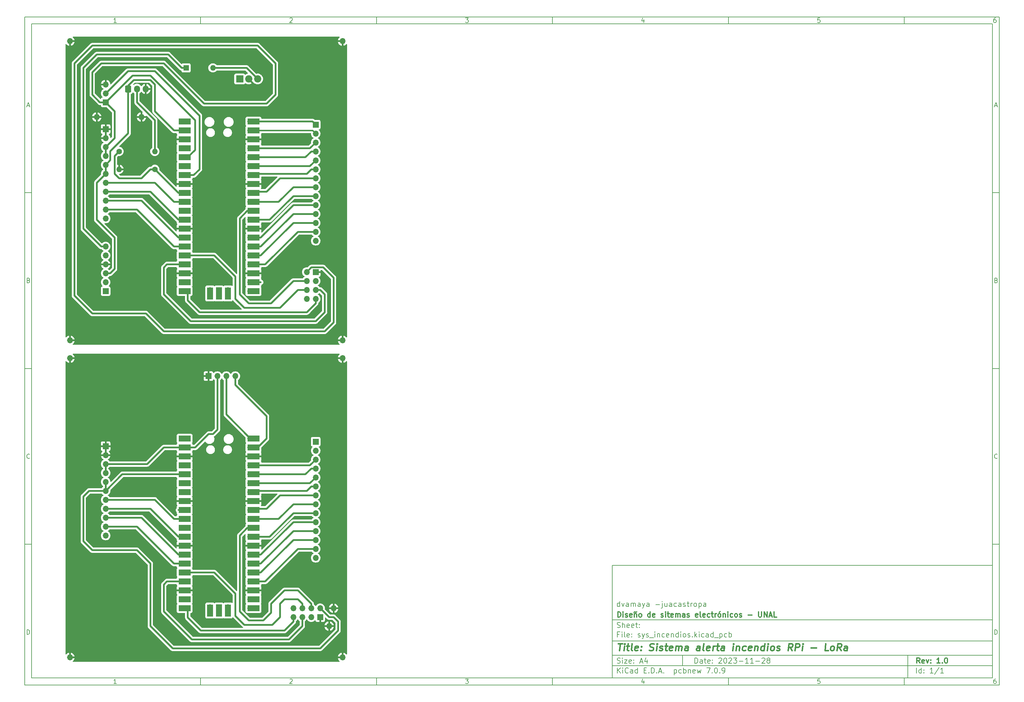
<source format=gbr>
%TF.GenerationSoftware,KiCad,Pcbnew,7.0.9*%
%TF.CreationDate,2023-11-28T11:25:17-05:00*%
%TF.ProjectId,sys_incendios,7379735f-696e-4636-956e-64696f732e6b,1.0*%
%TF.SameCoordinates,Original*%
%TF.FileFunction,Copper,L2,Bot*%
%TF.FilePolarity,Positive*%
%FSLAX46Y46*%
G04 Gerber Fmt 4.6, Leading zero omitted, Abs format (unit mm)*
G04 Created by KiCad (PCBNEW 7.0.9) date 2023-11-28 11:25:17*
%MOMM*%
%LPD*%
G01*
G04 APERTURE LIST*
G04 Aperture macros list*
%AMRoundRect*
0 Rectangle with rounded corners*
0 $1 Rounding radius*
0 $2 $3 $4 $5 $6 $7 $8 $9 X,Y pos of 4 corners*
0 Add a 4 corners polygon primitive as box body*
4,1,4,$2,$3,$4,$5,$6,$7,$8,$9,$2,$3,0*
0 Add four circle primitives for the rounded corners*
1,1,$1+$1,$2,$3*
1,1,$1+$1,$4,$5*
1,1,$1+$1,$6,$7*
1,1,$1+$1,$8,$9*
0 Add four rect primitives between the rounded corners*
20,1,$1+$1,$2,$3,$4,$5,0*
20,1,$1+$1,$4,$5,$6,$7,0*
20,1,$1+$1,$6,$7,$8,$9,0*
20,1,$1+$1,$8,$9,$2,$3,0*%
G04 Aperture macros list end*
%ADD10C,0.100000*%
%ADD11C,0.150000*%
%ADD12C,0.300000*%
%ADD13C,0.400000*%
%TA.AperFunction,ComponentPad*%
%ADD14R,1.700000X1.700000*%
%TD*%
%TA.AperFunction,ComponentPad*%
%ADD15O,1.700000X1.700000*%
%TD*%
%TA.AperFunction,ComponentPad*%
%ADD16R,2.055000X2.055000*%
%TD*%
%TA.AperFunction,ComponentPad*%
%ADD17C,2.055000*%
%TD*%
%TA.AperFunction,SMDPad,CuDef*%
%ADD18R,3.500000X1.700000*%
%TD*%
%TA.AperFunction,SMDPad,CuDef*%
%ADD19R,1.700000X3.500000*%
%TD*%
%TA.AperFunction,ComponentPad*%
%ADD20R,1.600000X1.600000*%
%TD*%
%TA.AperFunction,ComponentPad*%
%ADD21O,1.600000X1.600000*%
%TD*%
%TA.AperFunction,ComponentPad*%
%ADD22RoundRect,0.250000X-0.600000X-0.725000X0.600000X-0.725000X0.600000X0.725000X-0.600000X0.725000X0*%
%TD*%
%TA.AperFunction,ComponentPad*%
%ADD23O,1.700000X1.950000*%
%TD*%
%TA.AperFunction,ComponentPad*%
%ADD24C,1.600000*%
%TD*%
%TA.AperFunction,Conductor*%
%ADD25C,0.500000*%
%TD*%
%TA.AperFunction,Conductor*%
%ADD26C,0.450000*%
%TD*%
G04 APERTURE END LIST*
D10*
D11*
X177002200Y-166007200D02*
X285002200Y-166007200D01*
X285002200Y-198007200D01*
X177002200Y-198007200D01*
X177002200Y-166007200D01*
D10*
D11*
X10000000Y-10000000D02*
X287002200Y-10000000D01*
X287002200Y-200007200D01*
X10000000Y-200007200D01*
X10000000Y-10000000D01*
D10*
D11*
X12000000Y-12000000D02*
X285002200Y-12000000D01*
X285002200Y-198007200D01*
X12000000Y-198007200D01*
X12000000Y-12000000D01*
D10*
D11*
X60000000Y-12000000D02*
X60000000Y-10000000D01*
D10*
D11*
X110000000Y-12000000D02*
X110000000Y-10000000D01*
D10*
D11*
X160000000Y-12000000D02*
X160000000Y-10000000D01*
D10*
D11*
X210000000Y-12000000D02*
X210000000Y-10000000D01*
D10*
D11*
X260000000Y-12000000D02*
X260000000Y-10000000D01*
D10*
D11*
X36089160Y-11593604D02*
X35346303Y-11593604D01*
X35717731Y-11593604D02*
X35717731Y-10293604D01*
X35717731Y-10293604D02*
X35593922Y-10479319D01*
X35593922Y-10479319D02*
X35470112Y-10603128D01*
X35470112Y-10603128D02*
X35346303Y-10665033D01*
D10*
D11*
X85346303Y-10417414D02*
X85408207Y-10355509D01*
X85408207Y-10355509D02*
X85532017Y-10293604D01*
X85532017Y-10293604D02*
X85841541Y-10293604D01*
X85841541Y-10293604D02*
X85965350Y-10355509D01*
X85965350Y-10355509D02*
X86027255Y-10417414D01*
X86027255Y-10417414D02*
X86089160Y-10541223D01*
X86089160Y-10541223D02*
X86089160Y-10665033D01*
X86089160Y-10665033D02*
X86027255Y-10850747D01*
X86027255Y-10850747D02*
X85284398Y-11593604D01*
X85284398Y-11593604D02*
X86089160Y-11593604D01*
D10*
D11*
X135284398Y-10293604D02*
X136089160Y-10293604D01*
X136089160Y-10293604D02*
X135655826Y-10788842D01*
X135655826Y-10788842D02*
X135841541Y-10788842D01*
X135841541Y-10788842D02*
X135965350Y-10850747D01*
X135965350Y-10850747D02*
X136027255Y-10912652D01*
X136027255Y-10912652D02*
X136089160Y-11036461D01*
X136089160Y-11036461D02*
X136089160Y-11345985D01*
X136089160Y-11345985D02*
X136027255Y-11469795D01*
X136027255Y-11469795D02*
X135965350Y-11531700D01*
X135965350Y-11531700D02*
X135841541Y-11593604D01*
X135841541Y-11593604D02*
X135470112Y-11593604D01*
X135470112Y-11593604D02*
X135346303Y-11531700D01*
X135346303Y-11531700D02*
X135284398Y-11469795D01*
D10*
D11*
X185965350Y-10726938D02*
X185965350Y-11593604D01*
X185655826Y-10231700D02*
X185346303Y-11160271D01*
X185346303Y-11160271D02*
X186151064Y-11160271D01*
D10*
D11*
X236027255Y-10293604D02*
X235408207Y-10293604D01*
X235408207Y-10293604D02*
X235346303Y-10912652D01*
X235346303Y-10912652D02*
X235408207Y-10850747D01*
X235408207Y-10850747D02*
X235532017Y-10788842D01*
X235532017Y-10788842D02*
X235841541Y-10788842D01*
X235841541Y-10788842D02*
X235965350Y-10850747D01*
X235965350Y-10850747D02*
X236027255Y-10912652D01*
X236027255Y-10912652D02*
X236089160Y-11036461D01*
X236089160Y-11036461D02*
X236089160Y-11345985D01*
X236089160Y-11345985D02*
X236027255Y-11469795D01*
X236027255Y-11469795D02*
X235965350Y-11531700D01*
X235965350Y-11531700D02*
X235841541Y-11593604D01*
X235841541Y-11593604D02*
X235532017Y-11593604D01*
X235532017Y-11593604D02*
X235408207Y-11531700D01*
X235408207Y-11531700D02*
X235346303Y-11469795D01*
D10*
D11*
X285965350Y-10293604D02*
X285717731Y-10293604D01*
X285717731Y-10293604D02*
X285593922Y-10355509D01*
X285593922Y-10355509D02*
X285532017Y-10417414D01*
X285532017Y-10417414D02*
X285408207Y-10603128D01*
X285408207Y-10603128D02*
X285346303Y-10850747D01*
X285346303Y-10850747D02*
X285346303Y-11345985D01*
X285346303Y-11345985D02*
X285408207Y-11469795D01*
X285408207Y-11469795D02*
X285470112Y-11531700D01*
X285470112Y-11531700D02*
X285593922Y-11593604D01*
X285593922Y-11593604D02*
X285841541Y-11593604D01*
X285841541Y-11593604D02*
X285965350Y-11531700D01*
X285965350Y-11531700D02*
X286027255Y-11469795D01*
X286027255Y-11469795D02*
X286089160Y-11345985D01*
X286089160Y-11345985D02*
X286089160Y-11036461D01*
X286089160Y-11036461D02*
X286027255Y-10912652D01*
X286027255Y-10912652D02*
X285965350Y-10850747D01*
X285965350Y-10850747D02*
X285841541Y-10788842D01*
X285841541Y-10788842D02*
X285593922Y-10788842D01*
X285593922Y-10788842D02*
X285470112Y-10850747D01*
X285470112Y-10850747D02*
X285408207Y-10912652D01*
X285408207Y-10912652D02*
X285346303Y-11036461D01*
D10*
D11*
X60000000Y-198007200D02*
X60000000Y-200007200D01*
D10*
D11*
X110000000Y-198007200D02*
X110000000Y-200007200D01*
D10*
D11*
X160000000Y-198007200D02*
X160000000Y-200007200D01*
D10*
D11*
X210000000Y-198007200D02*
X210000000Y-200007200D01*
D10*
D11*
X260000000Y-198007200D02*
X260000000Y-200007200D01*
D10*
D11*
X36089160Y-199600804D02*
X35346303Y-199600804D01*
X35717731Y-199600804D02*
X35717731Y-198300804D01*
X35717731Y-198300804D02*
X35593922Y-198486519D01*
X35593922Y-198486519D02*
X35470112Y-198610328D01*
X35470112Y-198610328D02*
X35346303Y-198672233D01*
D10*
D11*
X85346303Y-198424614D02*
X85408207Y-198362709D01*
X85408207Y-198362709D02*
X85532017Y-198300804D01*
X85532017Y-198300804D02*
X85841541Y-198300804D01*
X85841541Y-198300804D02*
X85965350Y-198362709D01*
X85965350Y-198362709D02*
X86027255Y-198424614D01*
X86027255Y-198424614D02*
X86089160Y-198548423D01*
X86089160Y-198548423D02*
X86089160Y-198672233D01*
X86089160Y-198672233D02*
X86027255Y-198857947D01*
X86027255Y-198857947D02*
X85284398Y-199600804D01*
X85284398Y-199600804D02*
X86089160Y-199600804D01*
D10*
D11*
X135284398Y-198300804D02*
X136089160Y-198300804D01*
X136089160Y-198300804D02*
X135655826Y-198796042D01*
X135655826Y-198796042D02*
X135841541Y-198796042D01*
X135841541Y-198796042D02*
X135965350Y-198857947D01*
X135965350Y-198857947D02*
X136027255Y-198919852D01*
X136027255Y-198919852D02*
X136089160Y-199043661D01*
X136089160Y-199043661D02*
X136089160Y-199353185D01*
X136089160Y-199353185D02*
X136027255Y-199476995D01*
X136027255Y-199476995D02*
X135965350Y-199538900D01*
X135965350Y-199538900D02*
X135841541Y-199600804D01*
X135841541Y-199600804D02*
X135470112Y-199600804D01*
X135470112Y-199600804D02*
X135346303Y-199538900D01*
X135346303Y-199538900D02*
X135284398Y-199476995D01*
D10*
D11*
X185965350Y-198734138D02*
X185965350Y-199600804D01*
X185655826Y-198238900D02*
X185346303Y-199167471D01*
X185346303Y-199167471D02*
X186151064Y-199167471D01*
D10*
D11*
X236027255Y-198300804D02*
X235408207Y-198300804D01*
X235408207Y-198300804D02*
X235346303Y-198919852D01*
X235346303Y-198919852D02*
X235408207Y-198857947D01*
X235408207Y-198857947D02*
X235532017Y-198796042D01*
X235532017Y-198796042D02*
X235841541Y-198796042D01*
X235841541Y-198796042D02*
X235965350Y-198857947D01*
X235965350Y-198857947D02*
X236027255Y-198919852D01*
X236027255Y-198919852D02*
X236089160Y-199043661D01*
X236089160Y-199043661D02*
X236089160Y-199353185D01*
X236089160Y-199353185D02*
X236027255Y-199476995D01*
X236027255Y-199476995D02*
X235965350Y-199538900D01*
X235965350Y-199538900D02*
X235841541Y-199600804D01*
X235841541Y-199600804D02*
X235532017Y-199600804D01*
X235532017Y-199600804D02*
X235408207Y-199538900D01*
X235408207Y-199538900D02*
X235346303Y-199476995D01*
D10*
D11*
X285965350Y-198300804D02*
X285717731Y-198300804D01*
X285717731Y-198300804D02*
X285593922Y-198362709D01*
X285593922Y-198362709D02*
X285532017Y-198424614D01*
X285532017Y-198424614D02*
X285408207Y-198610328D01*
X285408207Y-198610328D02*
X285346303Y-198857947D01*
X285346303Y-198857947D02*
X285346303Y-199353185D01*
X285346303Y-199353185D02*
X285408207Y-199476995D01*
X285408207Y-199476995D02*
X285470112Y-199538900D01*
X285470112Y-199538900D02*
X285593922Y-199600804D01*
X285593922Y-199600804D02*
X285841541Y-199600804D01*
X285841541Y-199600804D02*
X285965350Y-199538900D01*
X285965350Y-199538900D02*
X286027255Y-199476995D01*
X286027255Y-199476995D02*
X286089160Y-199353185D01*
X286089160Y-199353185D02*
X286089160Y-199043661D01*
X286089160Y-199043661D02*
X286027255Y-198919852D01*
X286027255Y-198919852D02*
X285965350Y-198857947D01*
X285965350Y-198857947D02*
X285841541Y-198796042D01*
X285841541Y-198796042D02*
X285593922Y-198796042D01*
X285593922Y-198796042D02*
X285470112Y-198857947D01*
X285470112Y-198857947D02*
X285408207Y-198919852D01*
X285408207Y-198919852D02*
X285346303Y-199043661D01*
D10*
D11*
X10000000Y-60000000D02*
X12000000Y-60000000D01*
D10*
D11*
X10000000Y-110000000D02*
X12000000Y-110000000D01*
D10*
D11*
X10000000Y-160000000D02*
X12000000Y-160000000D01*
D10*
D11*
X10690476Y-35222176D02*
X11309523Y-35222176D01*
X10566666Y-35593604D02*
X10999999Y-34293604D01*
X10999999Y-34293604D02*
X11433333Y-35593604D01*
D10*
D11*
X11092857Y-84912652D02*
X11278571Y-84974557D01*
X11278571Y-84974557D02*
X11340476Y-85036461D01*
X11340476Y-85036461D02*
X11402380Y-85160271D01*
X11402380Y-85160271D02*
X11402380Y-85345985D01*
X11402380Y-85345985D02*
X11340476Y-85469795D01*
X11340476Y-85469795D02*
X11278571Y-85531700D01*
X11278571Y-85531700D02*
X11154761Y-85593604D01*
X11154761Y-85593604D02*
X10659523Y-85593604D01*
X10659523Y-85593604D02*
X10659523Y-84293604D01*
X10659523Y-84293604D02*
X11092857Y-84293604D01*
X11092857Y-84293604D02*
X11216666Y-84355509D01*
X11216666Y-84355509D02*
X11278571Y-84417414D01*
X11278571Y-84417414D02*
X11340476Y-84541223D01*
X11340476Y-84541223D02*
X11340476Y-84665033D01*
X11340476Y-84665033D02*
X11278571Y-84788842D01*
X11278571Y-84788842D02*
X11216666Y-84850747D01*
X11216666Y-84850747D02*
X11092857Y-84912652D01*
X11092857Y-84912652D02*
X10659523Y-84912652D01*
D10*
D11*
X11402380Y-135469795D02*
X11340476Y-135531700D01*
X11340476Y-135531700D02*
X11154761Y-135593604D01*
X11154761Y-135593604D02*
X11030952Y-135593604D01*
X11030952Y-135593604D02*
X10845238Y-135531700D01*
X10845238Y-135531700D02*
X10721428Y-135407890D01*
X10721428Y-135407890D02*
X10659523Y-135284080D01*
X10659523Y-135284080D02*
X10597619Y-135036461D01*
X10597619Y-135036461D02*
X10597619Y-134850747D01*
X10597619Y-134850747D02*
X10659523Y-134603128D01*
X10659523Y-134603128D02*
X10721428Y-134479319D01*
X10721428Y-134479319D02*
X10845238Y-134355509D01*
X10845238Y-134355509D02*
X11030952Y-134293604D01*
X11030952Y-134293604D02*
X11154761Y-134293604D01*
X11154761Y-134293604D02*
X11340476Y-134355509D01*
X11340476Y-134355509D02*
X11402380Y-134417414D01*
D10*
D11*
X10659523Y-185593604D02*
X10659523Y-184293604D01*
X10659523Y-184293604D02*
X10969047Y-184293604D01*
X10969047Y-184293604D02*
X11154761Y-184355509D01*
X11154761Y-184355509D02*
X11278571Y-184479319D01*
X11278571Y-184479319D02*
X11340476Y-184603128D01*
X11340476Y-184603128D02*
X11402380Y-184850747D01*
X11402380Y-184850747D02*
X11402380Y-185036461D01*
X11402380Y-185036461D02*
X11340476Y-185284080D01*
X11340476Y-185284080D02*
X11278571Y-185407890D01*
X11278571Y-185407890D02*
X11154761Y-185531700D01*
X11154761Y-185531700D02*
X10969047Y-185593604D01*
X10969047Y-185593604D02*
X10659523Y-185593604D01*
D10*
D11*
X287002200Y-60000000D02*
X285002200Y-60000000D01*
D10*
D11*
X287002200Y-110000000D02*
X285002200Y-110000000D01*
D10*
D11*
X287002200Y-160000000D02*
X285002200Y-160000000D01*
D10*
D11*
X285692676Y-35222176D02*
X286311723Y-35222176D01*
X285568866Y-35593604D02*
X286002199Y-34293604D01*
X286002199Y-34293604D02*
X286435533Y-35593604D01*
D10*
D11*
X286095057Y-84912652D02*
X286280771Y-84974557D01*
X286280771Y-84974557D02*
X286342676Y-85036461D01*
X286342676Y-85036461D02*
X286404580Y-85160271D01*
X286404580Y-85160271D02*
X286404580Y-85345985D01*
X286404580Y-85345985D02*
X286342676Y-85469795D01*
X286342676Y-85469795D02*
X286280771Y-85531700D01*
X286280771Y-85531700D02*
X286156961Y-85593604D01*
X286156961Y-85593604D02*
X285661723Y-85593604D01*
X285661723Y-85593604D02*
X285661723Y-84293604D01*
X285661723Y-84293604D02*
X286095057Y-84293604D01*
X286095057Y-84293604D02*
X286218866Y-84355509D01*
X286218866Y-84355509D02*
X286280771Y-84417414D01*
X286280771Y-84417414D02*
X286342676Y-84541223D01*
X286342676Y-84541223D02*
X286342676Y-84665033D01*
X286342676Y-84665033D02*
X286280771Y-84788842D01*
X286280771Y-84788842D02*
X286218866Y-84850747D01*
X286218866Y-84850747D02*
X286095057Y-84912652D01*
X286095057Y-84912652D02*
X285661723Y-84912652D01*
D10*
D11*
X286404580Y-135469795D02*
X286342676Y-135531700D01*
X286342676Y-135531700D02*
X286156961Y-135593604D01*
X286156961Y-135593604D02*
X286033152Y-135593604D01*
X286033152Y-135593604D02*
X285847438Y-135531700D01*
X285847438Y-135531700D02*
X285723628Y-135407890D01*
X285723628Y-135407890D02*
X285661723Y-135284080D01*
X285661723Y-135284080D02*
X285599819Y-135036461D01*
X285599819Y-135036461D02*
X285599819Y-134850747D01*
X285599819Y-134850747D02*
X285661723Y-134603128D01*
X285661723Y-134603128D02*
X285723628Y-134479319D01*
X285723628Y-134479319D02*
X285847438Y-134355509D01*
X285847438Y-134355509D02*
X286033152Y-134293604D01*
X286033152Y-134293604D02*
X286156961Y-134293604D01*
X286156961Y-134293604D02*
X286342676Y-134355509D01*
X286342676Y-134355509D02*
X286404580Y-134417414D01*
D10*
D11*
X285661723Y-185593604D02*
X285661723Y-184293604D01*
X285661723Y-184293604D02*
X285971247Y-184293604D01*
X285971247Y-184293604D02*
X286156961Y-184355509D01*
X286156961Y-184355509D02*
X286280771Y-184479319D01*
X286280771Y-184479319D02*
X286342676Y-184603128D01*
X286342676Y-184603128D02*
X286404580Y-184850747D01*
X286404580Y-184850747D02*
X286404580Y-185036461D01*
X286404580Y-185036461D02*
X286342676Y-185284080D01*
X286342676Y-185284080D02*
X286280771Y-185407890D01*
X286280771Y-185407890D02*
X286156961Y-185531700D01*
X286156961Y-185531700D02*
X285971247Y-185593604D01*
X285971247Y-185593604D02*
X285661723Y-185593604D01*
D10*
D11*
X200458026Y-193793328D02*
X200458026Y-192293328D01*
X200458026Y-192293328D02*
X200815169Y-192293328D01*
X200815169Y-192293328D02*
X201029455Y-192364757D01*
X201029455Y-192364757D02*
X201172312Y-192507614D01*
X201172312Y-192507614D02*
X201243741Y-192650471D01*
X201243741Y-192650471D02*
X201315169Y-192936185D01*
X201315169Y-192936185D02*
X201315169Y-193150471D01*
X201315169Y-193150471D02*
X201243741Y-193436185D01*
X201243741Y-193436185D02*
X201172312Y-193579042D01*
X201172312Y-193579042D02*
X201029455Y-193721900D01*
X201029455Y-193721900D02*
X200815169Y-193793328D01*
X200815169Y-193793328D02*
X200458026Y-193793328D01*
X202600884Y-193793328D02*
X202600884Y-193007614D01*
X202600884Y-193007614D02*
X202529455Y-192864757D01*
X202529455Y-192864757D02*
X202386598Y-192793328D01*
X202386598Y-192793328D02*
X202100884Y-192793328D01*
X202100884Y-192793328D02*
X201958026Y-192864757D01*
X202600884Y-193721900D02*
X202458026Y-193793328D01*
X202458026Y-193793328D02*
X202100884Y-193793328D01*
X202100884Y-193793328D02*
X201958026Y-193721900D01*
X201958026Y-193721900D02*
X201886598Y-193579042D01*
X201886598Y-193579042D02*
X201886598Y-193436185D01*
X201886598Y-193436185D02*
X201958026Y-193293328D01*
X201958026Y-193293328D02*
X202100884Y-193221900D01*
X202100884Y-193221900D02*
X202458026Y-193221900D01*
X202458026Y-193221900D02*
X202600884Y-193150471D01*
X203100884Y-192793328D02*
X203672312Y-192793328D01*
X203315169Y-192293328D02*
X203315169Y-193579042D01*
X203315169Y-193579042D02*
X203386598Y-193721900D01*
X203386598Y-193721900D02*
X203529455Y-193793328D01*
X203529455Y-193793328D02*
X203672312Y-193793328D01*
X204743741Y-193721900D02*
X204600884Y-193793328D01*
X204600884Y-193793328D02*
X204315170Y-193793328D01*
X204315170Y-193793328D02*
X204172312Y-193721900D01*
X204172312Y-193721900D02*
X204100884Y-193579042D01*
X204100884Y-193579042D02*
X204100884Y-193007614D01*
X204100884Y-193007614D02*
X204172312Y-192864757D01*
X204172312Y-192864757D02*
X204315170Y-192793328D01*
X204315170Y-192793328D02*
X204600884Y-192793328D01*
X204600884Y-192793328D02*
X204743741Y-192864757D01*
X204743741Y-192864757D02*
X204815170Y-193007614D01*
X204815170Y-193007614D02*
X204815170Y-193150471D01*
X204815170Y-193150471D02*
X204100884Y-193293328D01*
X205458026Y-193650471D02*
X205529455Y-193721900D01*
X205529455Y-193721900D02*
X205458026Y-193793328D01*
X205458026Y-193793328D02*
X205386598Y-193721900D01*
X205386598Y-193721900D02*
X205458026Y-193650471D01*
X205458026Y-193650471D02*
X205458026Y-193793328D01*
X205458026Y-192864757D02*
X205529455Y-192936185D01*
X205529455Y-192936185D02*
X205458026Y-193007614D01*
X205458026Y-193007614D02*
X205386598Y-192936185D01*
X205386598Y-192936185D02*
X205458026Y-192864757D01*
X205458026Y-192864757D02*
X205458026Y-193007614D01*
X207243741Y-192436185D02*
X207315169Y-192364757D01*
X207315169Y-192364757D02*
X207458027Y-192293328D01*
X207458027Y-192293328D02*
X207815169Y-192293328D01*
X207815169Y-192293328D02*
X207958027Y-192364757D01*
X207958027Y-192364757D02*
X208029455Y-192436185D01*
X208029455Y-192436185D02*
X208100884Y-192579042D01*
X208100884Y-192579042D02*
X208100884Y-192721900D01*
X208100884Y-192721900D02*
X208029455Y-192936185D01*
X208029455Y-192936185D02*
X207172312Y-193793328D01*
X207172312Y-193793328D02*
X208100884Y-193793328D01*
X209029455Y-192293328D02*
X209172312Y-192293328D01*
X209172312Y-192293328D02*
X209315169Y-192364757D01*
X209315169Y-192364757D02*
X209386598Y-192436185D01*
X209386598Y-192436185D02*
X209458026Y-192579042D01*
X209458026Y-192579042D02*
X209529455Y-192864757D01*
X209529455Y-192864757D02*
X209529455Y-193221900D01*
X209529455Y-193221900D02*
X209458026Y-193507614D01*
X209458026Y-193507614D02*
X209386598Y-193650471D01*
X209386598Y-193650471D02*
X209315169Y-193721900D01*
X209315169Y-193721900D02*
X209172312Y-193793328D01*
X209172312Y-193793328D02*
X209029455Y-193793328D01*
X209029455Y-193793328D02*
X208886598Y-193721900D01*
X208886598Y-193721900D02*
X208815169Y-193650471D01*
X208815169Y-193650471D02*
X208743740Y-193507614D01*
X208743740Y-193507614D02*
X208672312Y-193221900D01*
X208672312Y-193221900D02*
X208672312Y-192864757D01*
X208672312Y-192864757D02*
X208743740Y-192579042D01*
X208743740Y-192579042D02*
X208815169Y-192436185D01*
X208815169Y-192436185D02*
X208886598Y-192364757D01*
X208886598Y-192364757D02*
X209029455Y-192293328D01*
X210100883Y-192436185D02*
X210172311Y-192364757D01*
X210172311Y-192364757D02*
X210315169Y-192293328D01*
X210315169Y-192293328D02*
X210672311Y-192293328D01*
X210672311Y-192293328D02*
X210815169Y-192364757D01*
X210815169Y-192364757D02*
X210886597Y-192436185D01*
X210886597Y-192436185D02*
X210958026Y-192579042D01*
X210958026Y-192579042D02*
X210958026Y-192721900D01*
X210958026Y-192721900D02*
X210886597Y-192936185D01*
X210886597Y-192936185D02*
X210029454Y-193793328D01*
X210029454Y-193793328D02*
X210958026Y-193793328D01*
X211458025Y-192293328D02*
X212386597Y-192293328D01*
X212386597Y-192293328D02*
X211886597Y-192864757D01*
X211886597Y-192864757D02*
X212100882Y-192864757D01*
X212100882Y-192864757D02*
X212243740Y-192936185D01*
X212243740Y-192936185D02*
X212315168Y-193007614D01*
X212315168Y-193007614D02*
X212386597Y-193150471D01*
X212386597Y-193150471D02*
X212386597Y-193507614D01*
X212386597Y-193507614D02*
X212315168Y-193650471D01*
X212315168Y-193650471D02*
X212243740Y-193721900D01*
X212243740Y-193721900D02*
X212100882Y-193793328D01*
X212100882Y-193793328D02*
X211672311Y-193793328D01*
X211672311Y-193793328D02*
X211529454Y-193721900D01*
X211529454Y-193721900D02*
X211458025Y-193650471D01*
X213029453Y-193221900D02*
X214172311Y-193221900D01*
X215672311Y-193793328D02*
X214815168Y-193793328D01*
X215243739Y-193793328D02*
X215243739Y-192293328D01*
X215243739Y-192293328D02*
X215100882Y-192507614D01*
X215100882Y-192507614D02*
X214958025Y-192650471D01*
X214958025Y-192650471D02*
X214815168Y-192721900D01*
X217100882Y-193793328D02*
X216243739Y-193793328D01*
X216672310Y-193793328D02*
X216672310Y-192293328D01*
X216672310Y-192293328D02*
X216529453Y-192507614D01*
X216529453Y-192507614D02*
X216386596Y-192650471D01*
X216386596Y-192650471D02*
X216243739Y-192721900D01*
X217743738Y-193221900D02*
X218886596Y-193221900D01*
X219529453Y-192436185D02*
X219600881Y-192364757D01*
X219600881Y-192364757D02*
X219743739Y-192293328D01*
X219743739Y-192293328D02*
X220100881Y-192293328D01*
X220100881Y-192293328D02*
X220243739Y-192364757D01*
X220243739Y-192364757D02*
X220315167Y-192436185D01*
X220315167Y-192436185D02*
X220386596Y-192579042D01*
X220386596Y-192579042D02*
X220386596Y-192721900D01*
X220386596Y-192721900D02*
X220315167Y-192936185D01*
X220315167Y-192936185D02*
X219458024Y-193793328D01*
X219458024Y-193793328D02*
X220386596Y-193793328D01*
X221243738Y-192936185D02*
X221100881Y-192864757D01*
X221100881Y-192864757D02*
X221029452Y-192793328D01*
X221029452Y-192793328D02*
X220958024Y-192650471D01*
X220958024Y-192650471D02*
X220958024Y-192579042D01*
X220958024Y-192579042D02*
X221029452Y-192436185D01*
X221029452Y-192436185D02*
X221100881Y-192364757D01*
X221100881Y-192364757D02*
X221243738Y-192293328D01*
X221243738Y-192293328D02*
X221529452Y-192293328D01*
X221529452Y-192293328D02*
X221672310Y-192364757D01*
X221672310Y-192364757D02*
X221743738Y-192436185D01*
X221743738Y-192436185D02*
X221815167Y-192579042D01*
X221815167Y-192579042D02*
X221815167Y-192650471D01*
X221815167Y-192650471D02*
X221743738Y-192793328D01*
X221743738Y-192793328D02*
X221672310Y-192864757D01*
X221672310Y-192864757D02*
X221529452Y-192936185D01*
X221529452Y-192936185D02*
X221243738Y-192936185D01*
X221243738Y-192936185D02*
X221100881Y-193007614D01*
X221100881Y-193007614D02*
X221029452Y-193079042D01*
X221029452Y-193079042D02*
X220958024Y-193221900D01*
X220958024Y-193221900D02*
X220958024Y-193507614D01*
X220958024Y-193507614D02*
X221029452Y-193650471D01*
X221029452Y-193650471D02*
X221100881Y-193721900D01*
X221100881Y-193721900D02*
X221243738Y-193793328D01*
X221243738Y-193793328D02*
X221529452Y-193793328D01*
X221529452Y-193793328D02*
X221672310Y-193721900D01*
X221672310Y-193721900D02*
X221743738Y-193650471D01*
X221743738Y-193650471D02*
X221815167Y-193507614D01*
X221815167Y-193507614D02*
X221815167Y-193221900D01*
X221815167Y-193221900D02*
X221743738Y-193079042D01*
X221743738Y-193079042D02*
X221672310Y-193007614D01*
X221672310Y-193007614D02*
X221529452Y-192936185D01*
D10*
D11*
X177002200Y-194507200D02*
X285002200Y-194507200D01*
D10*
D11*
X178458026Y-196593328D02*
X178458026Y-195093328D01*
X179315169Y-196593328D02*
X178672312Y-195736185D01*
X179315169Y-195093328D02*
X178458026Y-195950471D01*
X179958026Y-196593328D02*
X179958026Y-195593328D01*
X179958026Y-195093328D02*
X179886598Y-195164757D01*
X179886598Y-195164757D02*
X179958026Y-195236185D01*
X179958026Y-195236185D02*
X180029455Y-195164757D01*
X180029455Y-195164757D02*
X179958026Y-195093328D01*
X179958026Y-195093328D02*
X179958026Y-195236185D01*
X181529455Y-196450471D02*
X181458027Y-196521900D01*
X181458027Y-196521900D02*
X181243741Y-196593328D01*
X181243741Y-196593328D02*
X181100884Y-196593328D01*
X181100884Y-196593328D02*
X180886598Y-196521900D01*
X180886598Y-196521900D02*
X180743741Y-196379042D01*
X180743741Y-196379042D02*
X180672312Y-196236185D01*
X180672312Y-196236185D02*
X180600884Y-195950471D01*
X180600884Y-195950471D02*
X180600884Y-195736185D01*
X180600884Y-195736185D02*
X180672312Y-195450471D01*
X180672312Y-195450471D02*
X180743741Y-195307614D01*
X180743741Y-195307614D02*
X180886598Y-195164757D01*
X180886598Y-195164757D02*
X181100884Y-195093328D01*
X181100884Y-195093328D02*
X181243741Y-195093328D01*
X181243741Y-195093328D02*
X181458027Y-195164757D01*
X181458027Y-195164757D02*
X181529455Y-195236185D01*
X182815170Y-196593328D02*
X182815170Y-195807614D01*
X182815170Y-195807614D02*
X182743741Y-195664757D01*
X182743741Y-195664757D02*
X182600884Y-195593328D01*
X182600884Y-195593328D02*
X182315170Y-195593328D01*
X182315170Y-195593328D02*
X182172312Y-195664757D01*
X182815170Y-196521900D02*
X182672312Y-196593328D01*
X182672312Y-196593328D02*
X182315170Y-196593328D01*
X182315170Y-196593328D02*
X182172312Y-196521900D01*
X182172312Y-196521900D02*
X182100884Y-196379042D01*
X182100884Y-196379042D02*
X182100884Y-196236185D01*
X182100884Y-196236185D02*
X182172312Y-196093328D01*
X182172312Y-196093328D02*
X182315170Y-196021900D01*
X182315170Y-196021900D02*
X182672312Y-196021900D01*
X182672312Y-196021900D02*
X182815170Y-195950471D01*
X184172313Y-196593328D02*
X184172313Y-195093328D01*
X184172313Y-196521900D02*
X184029455Y-196593328D01*
X184029455Y-196593328D02*
X183743741Y-196593328D01*
X183743741Y-196593328D02*
X183600884Y-196521900D01*
X183600884Y-196521900D02*
X183529455Y-196450471D01*
X183529455Y-196450471D02*
X183458027Y-196307614D01*
X183458027Y-196307614D02*
X183458027Y-195879042D01*
X183458027Y-195879042D02*
X183529455Y-195736185D01*
X183529455Y-195736185D02*
X183600884Y-195664757D01*
X183600884Y-195664757D02*
X183743741Y-195593328D01*
X183743741Y-195593328D02*
X184029455Y-195593328D01*
X184029455Y-195593328D02*
X184172313Y-195664757D01*
X186029455Y-195807614D02*
X186529455Y-195807614D01*
X186743741Y-196593328D02*
X186029455Y-196593328D01*
X186029455Y-196593328D02*
X186029455Y-195093328D01*
X186029455Y-195093328D02*
X186743741Y-195093328D01*
X187386598Y-196450471D02*
X187458027Y-196521900D01*
X187458027Y-196521900D02*
X187386598Y-196593328D01*
X187386598Y-196593328D02*
X187315170Y-196521900D01*
X187315170Y-196521900D02*
X187386598Y-196450471D01*
X187386598Y-196450471D02*
X187386598Y-196593328D01*
X188100884Y-196593328D02*
X188100884Y-195093328D01*
X188100884Y-195093328D02*
X188458027Y-195093328D01*
X188458027Y-195093328D02*
X188672313Y-195164757D01*
X188672313Y-195164757D02*
X188815170Y-195307614D01*
X188815170Y-195307614D02*
X188886599Y-195450471D01*
X188886599Y-195450471D02*
X188958027Y-195736185D01*
X188958027Y-195736185D02*
X188958027Y-195950471D01*
X188958027Y-195950471D02*
X188886599Y-196236185D01*
X188886599Y-196236185D02*
X188815170Y-196379042D01*
X188815170Y-196379042D02*
X188672313Y-196521900D01*
X188672313Y-196521900D02*
X188458027Y-196593328D01*
X188458027Y-196593328D02*
X188100884Y-196593328D01*
X189600884Y-196450471D02*
X189672313Y-196521900D01*
X189672313Y-196521900D02*
X189600884Y-196593328D01*
X189600884Y-196593328D02*
X189529456Y-196521900D01*
X189529456Y-196521900D02*
X189600884Y-196450471D01*
X189600884Y-196450471D02*
X189600884Y-196593328D01*
X190243742Y-196164757D02*
X190958028Y-196164757D01*
X190100885Y-196593328D02*
X190600885Y-195093328D01*
X190600885Y-195093328D02*
X191100885Y-196593328D01*
X191600884Y-196450471D02*
X191672313Y-196521900D01*
X191672313Y-196521900D02*
X191600884Y-196593328D01*
X191600884Y-196593328D02*
X191529456Y-196521900D01*
X191529456Y-196521900D02*
X191600884Y-196450471D01*
X191600884Y-196450471D02*
X191600884Y-196593328D01*
X194600884Y-195593328D02*
X194600884Y-197093328D01*
X194600884Y-195664757D02*
X194743742Y-195593328D01*
X194743742Y-195593328D02*
X195029456Y-195593328D01*
X195029456Y-195593328D02*
X195172313Y-195664757D01*
X195172313Y-195664757D02*
X195243742Y-195736185D01*
X195243742Y-195736185D02*
X195315170Y-195879042D01*
X195315170Y-195879042D02*
X195315170Y-196307614D01*
X195315170Y-196307614D02*
X195243742Y-196450471D01*
X195243742Y-196450471D02*
X195172313Y-196521900D01*
X195172313Y-196521900D02*
X195029456Y-196593328D01*
X195029456Y-196593328D02*
X194743742Y-196593328D01*
X194743742Y-196593328D02*
X194600884Y-196521900D01*
X196600885Y-196521900D02*
X196458027Y-196593328D01*
X196458027Y-196593328D02*
X196172313Y-196593328D01*
X196172313Y-196593328D02*
X196029456Y-196521900D01*
X196029456Y-196521900D02*
X195958027Y-196450471D01*
X195958027Y-196450471D02*
X195886599Y-196307614D01*
X195886599Y-196307614D02*
X195886599Y-195879042D01*
X195886599Y-195879042D02*
X195958027Y-195736185D01*
X195958027Y-195736185D02*
X196029456Y-195664757D01*
X196029456Y-195664757D02*
X196172313Y-195593328D01*
X196172313Y-195593328D02*
X196458027Y-195593328D01*
X196458027Y-195593328D02*
X196600885Y-195664757D01*
X197243741Y-196593328D02*
X197243741Y-195093328D01*
X197243741Y-195664757D02*
X197386599Y-195593328D01*
X197386599Y-195593328D02*
X197672313Y-195593328D01*
X197672313Y-195593328D02*
X197815170Y-195664757D01*
X197815170Y-195664757D02*
X197886599Y-195736185D01*
X197886599Y-195736185D02*
X197958027Y-195879042D01*
X197958027Y-195879042D02*
X197958027Y-196307614D01*
X197958027Y-196307614D02*
X197886599Y-196450471D01*
X197886599Y-196450471D02*
X197815170Y-196521900D01*
X197815170Y-196521900D02*
X197672313Y-196593328D01*
X197672313Y-196593328D02*
X197386599Y-196593328D01*
X197386599Y-196593328D02*
X197243741Y-196521900D01*
X198600884Y-195593328D02*
X198600884Y-196593328D01*
X198600884Y-195736185D02*
X198672313Y-195664757D01*
X198672313Y-195664757D02*
X198815170Y-195593328D01*
X198815170Y-195593328D02*
X199029456Y-195593328D01*
X199029456Y-195593328D02*
X199172313Y-195664757D01*
X199172313Y-195664757D02*
X199243742Y-195807614D01*
X199243742Y-195807614D02*
X199243742Y-196593328D01*
X200529456Y-196521900D02*
X200386599Y-196593328D01*
X200386599Y-196593328D02*
X200100885Y-196593328D01*
X200100885Y-196593328D02*
X199958027Y-196521900D01*
X199958027Y-196521900D02*
X199886599Y-196379042D01*
X199886599Y-196379042D02*
X199886599Y-195807614D01*
X199886599Y-195807614D02*
X199958027Y-195664757D01*
X199958027Y-195664757D02*
X200100885Y-195593328D01*
X200100885Y-195593328D02*
X200386599Y-195593328D01*
X200386599Y-195593328D02*
X200529456Y-195664757D01*
X200529456Y-195664757D02*
X200600885Y-195807614D01*
X200600885Y-195807614D02*
X200600885Y-195950471D01*
X200600885Y-195950471D02*
X199886599Y-196093328D01*
X201100884Y-195593328D02*
X201386599Y-196593328D01*
X201386599Y-196593328D02*
X201672313Y-195879042D01*
X201672313Y-195879042D02*
X201958027Y-196593328D01*
X201958027Y-196593328D02*
X202243741Y-195593328D01*
X203815170Y-195093328D02*
X204815170Y-195093328D01*
X204815170Y-195093328D02*
X204172313Y-196593328D01*
X205386598Y-196450471D02*
X205458027Y-196521900D01*
X205458027Y-196521900D02*
X205386598Y-196593328D01*
X205386598Y-196593328D02*
X205315170Y-196521900D01*
X205315170Y-196521900D02*
X205386598Y-196450471D01*
X205386598Y-196450471D02*
X205386598Y-196593328D01*
X206386599Y-195093328D02*
X206529456Y-195093328D01*
X206529456Y-195093328D02*
X206672313Y-195164757D01*
X206672313Y-195164757D02*
X206743742Y-195236185D01*
X206743742Y-195236185D02*
X206815170Y-195379042D01*
X206815170Y-195379042D02*
X206886599Y-195664757D01*
X206886599Y-195664757D02*
X206886599Y-196021900D01*
X206886599Y-196021900D02*
X206815170Y-196307614D01*
X206815170Y-196307614D02*
X206743742Y-196450471D01*
X206743742Y-196450471D02*
X206672313Y-196521900D01*
X206672313Y-196521900D02*
X206529456Y-196593328D01*
X206529456Y-196593328D02*
X206386599Y-196593328D01*
X206386599Y-196593328D02*
X206243742Y-196521900D01*
X206243742Y-196521900D02*
X206172313Y-196450471D01*
X206172313Y-196450471D02*
X206100884Y-196307614D01*
X206100884Y-196307614D02*
X206029456Y-196021900D01*
X206029456Y-196021900D02*
X206029456Y-195664757D01*
X206029456Y-195664757D02*
X206100884Y-195379042D01*
X206100884Y-195379042D02*
X206172313Y-195236185D01*
X206172313Y-195236185D02*
X206243742Y-195164757D01*
X206243742Y-195164757D02*
X206386599Y-195093328D01*
X207529455Y-196450471D02*
X207600884Y-196521900D01*
X207600884Y-196521900D02*
X207529455Y-196593328D01*
X207529455Y-196593328D02*
X207458027Y-196521900D01*
X207458027Y-196521900D02*
X207529455Y-196450471D01*
X207529455Y-196450471D02*
X207529455Y-196593328D01*
X208315170Y-196593328D02*
X208600884Y-196593328D01*
X208600884Y-196593328D02*
X208743741Y-196521900D01*
X208743741Y-196521900D02*
X208815170Y-196450471D01*
X208815170Y-196450471D02*
X208958027Y-196236185D01*
X208958027Y-196236185D02*
X209029456Y-195950471D01*
X209029456Y-195950471D02*
X209029456Y-195379042D01*
X209029456Y-195379042D02*
X208958027Y-195236185D01*
X208958027Y-195236185D02*
X208886599Y-195164757D01*
X208886599Y-195164757D02*
X208743741Y-195093328D01*
X208743741Y-195093328D02*
X208458027Y-195093328D01*
X208458027Y-195093328D02*
X208315170Y-195164757D01*
X208315170Y-195164757D02*
X208243741Y-195236185D01*
X208243741Y-195236185D02*
X208172313Y-195379042D01*
X208172313Y-195379042D02*
X208172313Y-195736185D01*
X208172313Y-195736185D02*
X208243741Y-195879042D01*
X208243741Y-195879042D02*
X208315170Y-195950471D01*
X208315170Y-195950471D02*
X208458027Y-196021900D01*
X208458027Y-196021900D02*
X208743741Y-196021900D01*
X208743741Y-196021900D02*
X208886599Y-195950471D01*
X208886599Y-195950471D02*
X208958027Y-195879042D01*
X208958027Y-195879042D02*
X209029456Y-195736185D01*
D10*
D11*
X177002200Y-191507200D02*
X285002200Y-191507200D01*
D10*
D12*
X264413853Y-193785528D02*
X263913853Y-193071242D01*
X263556710Y-193785528D02*
X263556710Y-192285528D01*
X263556710Y-192285528D02*
X264128139Y-192285528D01*
X264128139Y-192285528D02*
X264270996Y-192356957D01*
X264270996Y-192356957D02*
X264342425Y-192428385D01*
X264342425Y-192428385D02*
X264413853Y-192571242D01*
X264413853Y-192571242D02*
X264413853Y-192785528D01*
X264413853Y-192785528D02*
X264342425Y-192928385D01*
X264342425Y-192928385D02*
X264270996Y-192999814D01*
X264270996Y-192999814D02*
X264128139Y-193071242D01*
X264128139Y-193071242D02*
X263556710Y-193071242D01*
X265628139Y-193714100D02*
X265485282Y-193785528D01*
X265485282Y-193785528D02*
X265199568Y-193785528D01*
X265199568Y-193785528D02*
X265056710Y-193714100D01*
X265056710Y-193714100D02*
X264985282Y-193571242D01*
X264985282Y-193571242D02*
X264985282Y-192999814D01*
X264985282Y-192999814D02*
X265056710Y-192856957D01*
X265056710Y-192856957D02*
X265199568Y-192785528D01*
X265199568Y-192785528D02*
X265485282Y-192785528D01*
X265485282Y-192785528D02*
X265628139Y-192856957D01*
X265628139Y-192856957D02*
X265699568Y-192999814D01*
X265699568Y-192999814D02*
X265699568Y-193142671D01*
X265699568Y-193142671D02*
X264985282Y-193285528D01*
X266199567Y-192785528D02*
X266556710Y-193785528D01*
X266556710Y-193785528D02*
X266913853Y-192785528D01*
X267485281Y-193642671D02*
X267556710Y-193714100D01*
X267556710Y-193714100D02*
X267485281Y-193785528D01*
X267485281Y-193785528D02*
X267413853Y-193714100D01*
X267413853Y-193714100D02*
X267485281Y-193642671D01*
X267485281Y-193642671D02*
X267485281Y-193785528D01*
X267485281Y-192856957D02*
X267556710Y-192928385D01*
X267556710Y-192928385D02*
X267485281Y-192999814D01*
X267485281Y-192999814D02*
X267413853Y-192928385D01*
X267413853Y-192928385D02*
X267485281Y-192856957D01*
X267485281Y-192856957D02*
X267485281Y-192999814D01*
X270128139Y-193785528D02*
X269270996Y-193785528D01*
X269699567Y-193785528D02*
X269699567Y-192285528D01*
X269699567Y-192285528D02*
X269556710Y-192499814D01*
X269556710Y-192499814D02*
X269413853Y-192642671D01*
X269413853Y-192642671D02*
X269270996Y-192714100D01*
X270770995Y-193642671D02*
X270842424Y-193714100D01*
X270842424Y-193714100D02*
X270770995Y-193785528D01*
X270770995Y-193785528D02*
X270699567Y-193714100D01*
X270699567Y-193714100D02*
X270770995Y-193642671D01*
X270770995Y-193642671D02*
X270770995Y-193785528D01*
X271770996Y-192285528D02*
X271913853Y-192285528D01*
X271913853Y-192285528D02*
X272056710Y-192356957D01*
X272056710Y-192356957D02*
X272128139Y-192428385D01*
X272128139Y-192428385D02*
X272199567Y-192571242D01*
X272199567Y-192571242D02*
X272270996Y-192856957D01*
X272270996Y-192856957D02*
X272270996Y-193214100D01*
X272270996Y-193214100D02*
X272199567Y-193499814D01*
X272199567Y-193499814D02*
X272128139Y-193642671D01*
X272128139Y-193642671D02*
X272056710Y-193714100D01*
X272056710Y-193714100D02*
X271913853Y-193785528D01*
X271913853Y-193785528D02*
X271770996Y-193785528D01*
X271770996Y-193785528D02*
X271628139Y-193714100D01*
X271628139Y-193714100D02*
X271556710Y-193642671D01*
X271556710Y-193642671D02*
X271485281Y-193499814D01*
X271485281Y-193499814D02*
X271413853Y-193214100D01*
X271413853Y-193214100D02*
X271413853Y-192856957D01*
X271413853Y-192856957D02*
X271485281Y-192571242D01*
X271485281Y-192571242D02*
X271556710Y-192428385D01*
X271556710Y-192428385D02*
X271628139Y-192356957D01*
X271628139Y-192356957D02*
X271770996Y-192285528D01*
D10*
D11*
X178386598Y-193721900D02*
X178600884Y-193793328D01*
X178600884Y-193793328D02*
X178958026Y-193793328D01*
X178958026Y-193793328D02*
X179100884Y-193721900D01*
X179100884Y-193721900D02*
X179172312Y-193650471D01*
X179172312Y-193650471D02*
X179243741Y-193507614D01*
X179243741Y-193507614D02*
X179243741Y-193364757D01*
X179243741Y-193364757D02*
X179172312Y-193221900D01*
X179172312Y-193221900D02*
X179100884Y-193150471D01*
X179100884Y-193150471D02*
X178958026Y-193079042D01*
X178958026Y-193079042D02*
X178672312Y-193007614D01*
X178672312Y-193007614D02*
X178529455Y-192936185D01*
X178529455Y-192936185D02*
X178458026Y-192864757D01*
X178458026Y-192864757D02*
X178386598Y-192721900D01*
X178386598Y-192721900D02*
X178386598Y-192579042D01*
X178386598Y-192579042D02*
X178458026Y-192436185D01*
X178458026Y-192436185D02*
X178529455Y-192364757D01*
X178529455Y-192364757D02*
X178672312Y-192293328D01*
X178672312Y-192293328D02*
X179029455Y-192293328D01*
X179029455Y-192293328D02*
X179243741Y-192364757D01*
X179886597Y-193793328D02*
X179886597Y-192793328D01*
X179886597Y-192293328D02*
X179815169Y-192364757D01*
X179815169Y-192364757D02*
X179886597Y-192436185D01*
X179886597Y-192436185D02*
X179958026Y-192364757D01*
X179958026Y-192364757D02*
X179886597Y-192293328D01*
X179886597Y-192293328D02*
X179886597Y-192436185D01*
X180458026Y-192793328D02*
X181243741Y-192793328D01*
X181243741Y-192793328D02*
X180458026Y-193793328D01*
X180458026Y-193793328D02*
X181243741Y-193793328D01*
X182386598Y-193721900D02*
X182243741Y-193793328D01*
X182243741Y-193793328D02*
X181958027Y-193793328D01*
X181958027Y-193793328D02*
X181815169Y-193721900D01*
X181815169Y-193721900D02*
X181743741Y-193579042D01*
X181743741Y-193579042D02*
X181743741Y-193007614D01*
X181743741Y-193007614D02*
X181815169Y-192864757D01*
X181815169Y-192864757D02*
X181958027Y-192793328D01*
X181958027Y-192793328D02*
X182243741Y-192793328D01*
X182243741Y-192793328D02*
X182386598Y-192864757D01*
X182386598Y-192864757D02*
X182458027Y-193007614D01*
X182458027Y-193007614D02*
X182458027Y-193150471D01*
X182458027Y-193150471D02*
X181743741Y-193293328D01*
X183100883Y-193650471D02*
X183172312Y-193721900D01*
X183172312Y-193721900D02*
X183100883Y-193793328D01*
X183100883Y-193793328D02*
X183029455Y-193721900D01*
X183029455Y-193721900D02*
X183100883Y-193650471D01*
X183100883Y-193650471D02*
X183100883Y-193793328D01*
X183100883Y-192864757D02*
X183172312Y-192936185D01*
X183172312Y-192936185D02*
X183100883Y-193007614D01*
X183100883Y-193007614D02*
X183029455Y-192936185D01*
X183029455Y-192936185D02*
X183100883Y-192864757D01*
X183100883Y-192864757D02*
X183100883Y-193007614D01*
X184886598Y-193364757D02*
X185600884Y-193364757D01*
X184743741Y-193793328D02*
X185243741Y-192293328D01*
X185243741Y-192293328D02*
X185743741Y-193793328D01*
X186886598Y-192793328D02*
X186886598Y-193793328D01*
X186529455Y-192221900D02*
X186172312Y-193293328D01*
X186172312Y-193293328D02*
X187100883Y-193293328D01*
D10*
D11*
X263458026Y-196593328D02*
X263458026Y-195093328D01*
X264815170Y-196593328D02*
X264815170Y-195093328D01*
X264815170Y-196521900D02*
X264672312Y-196593328D01*
X264672312Y-196593328D02*
X264386598Y-196593328D01*
X264386598Y-196593328D02*
X264243741Y-196521900D01*
X264243741Y-196521900D02*
X264172312Y-196450471D01*
X264172312Y-196450471D02*
X264100884Y-196307614D01*
X264100884Y-196307614D02*
X264100884Y-195879042D01*
X264100884Y-195879042D02*
X264172312Y-195736185D01*
X264172312Y-195736185D02*
X264243741Y-195664757D01*
X264243741Y-195664757D02*
X264386598Y-195593328D01*
X264386598Y-195593328D02*
X264672312Y-195593328D01*
X264672312Y-195593328D02*
X264815170Y-195664757D01*
X265529455Y-196450471D02*
X265600884Y-196521900D01*
X265600884Y-196521900D02*
X265529455Y-196593328D01*
X265529455Y-196593328D02*
X265458027Y-196521900D01*
X265458027Y-196521900D02*
X265529455Y-196450471D01*
X265529455Y-196450471D02*
X265529455Y-196593328D01*
X265529455Y-195664757D02*
X265600884Y-195736185D01*
X265600884Y-195736185D02*
X265529455Y-195807614D01*
X265529455Y-195807614D02*
X265458027Y-195736185D01*
X265458027Y-195736185D02*
X265529455Y-195664757D01*
X265529455Y-195664757D02*
X265529455Y-195807614D01*
X268172313Y-196593328D02*
X267315170Y-196593328D01*
X267743741Y-196593328D02*
X267743741Y-195093328D01*
X267743741Y-195093328D02*
X267600884Y-195307614D01*
X267600884Y-195307614D02*
X267458027Y-195450471D01*
X267458027Y-195450471D02*
X267315170Y-195521900D01*
X269886598Y-195021900D02*
X268600884Y-196950471D01*
X271172313Y-196593328D02*
X270315170Y-196593328D01*
X270743741Y-196593328D02*
X270743741Y-195093328D01*
X270743741Y-195093328D02*
X270600884Y-195307614D01*
X270600884Y-195307614D02*
X270458027Y-195450471D01*
X270458027Y-195450471D02*
X270315170Y-195521900D01*
D10*
D11*
X177002200Y-187507200D02*
X285002200Y-187507200D01*
D10*
D13*
X178693928Y-188211638D02*
X179836785Y-188211638D01*
X179015357Y-190211638D02*
X179265357Y-188211638D01*
X180253452Y-190211638D02*
X180420119Y-188878304D01*
X180503452Y-188211638D02*
X180396309Y-188306876D01*
X180396309Y-188306876D02*
X180479643Y-188402114D01*
X180479643Y-188402114D02*
X180586786Y-188306876D01*
X180586786Y-188306876D02*
X180503452Y-188211638D01*
X180503452Y-188211638D02*
X180479643Y-188402114D01*
X181086786Y-188878304D02*
X181848690Y-188878304D01*
X181455833Y-188211638D02*
X181241548Y-189925923D01*
X181241548Y-189925923D02*
X181312976Y-190116400D01*
X181312976Y-190116400D02*
X181491548Y-190211638D01*
X181491548Y-190211638D02*
X181682024Y-190211638D01*
X182634405Y-190211638D02*
X182455833Y-190116400D01*
X182455833Y-190116400D02*
X182384405Y-189925923D01*
X182384405Y-189925923D02*
X182598690Y-188211638D01*
X184170119Y-190116400D02*
X183967738Y-190211638D01*
X183967738Y-190211638D02*
X183586785Y-190211638D01*
X183586785Y-190211638D02*
X183408214Y-190116400D01*
X183408214Y-190116400D02*
X183336785Y-189925923D01*
X183336785Y-189925923D02*
X183432024Y-189164019D01*
X183432024Y-189164019D02*
X183551071Y-188973542D01*
X183551071Y-188973542D02*
X183753452Y-188878304D01*
X183753452Y-188878304D02*
X184134404Y-188878304D01*
X184134404Y-188878304D02*
X184312976Y-188973542D01*
X184312976Y-188973542D02*
X184384404Y-189164019D01*
X184384404Y-189164019D02*
X184360595Y-189354495D01*
X184360595Y-189354495D02*
X183384404Y-189544971D01*
X185134405Y-190021161D02*
X185217738Y-190116400D01*
X185217738Y-190116400D02*
X185110595Y-190211638D01*
X185110595Y-190211638D02*
X185027262Y-190116400D01*
X185027262Y-190116400D02*
X185134405Y-190021161D01*
X185134405Y-190021161D02*
X185110595Y-190211638D01*
X185265357Y-188973542D02*
X185348690Y-189068780D01*
X185348690Y-189068780D02*
X185241548Y-189164019D01*
X185241548Y-189164019D02*
X185158214Y-189068780D01*
X185158214Y-189068780D02*
X185265357Y-188973542D01*
X185265357Y-188973542D02*
X185241548Y-189164019D01*
X187503453Y-190116400D02*
X187777262Y-190211638D01*
X187777262Y-190211638D02*
X188253453Y-190211638D01*
X188253453Y-190211638D02*
X188455834Y-190116400D01*
X188455834Y-190116400D02*
X188562977Y-190021161D01*
X188562977Y-190021161D02*
X188682024Y-189830685D01*
X188682024Y-189830685D02*
X188705834Y-189640209D01*
X188705834Y-189640209D02*
X188634405Y-189449733D01*
X188634405Y-189449733D02*
X188551072Y-189354495D01*
X188551072Y-189354495D02*
X188372501Y-189259257D01*
X188372501Y-189259257D02*
X188003453Y-189164019D01*
X188003453Y-189164019D02*
X187824881Y-189068780D01*
X187824881Y-189068780D02*
X187741548Y-188973542D01*
X187741548Y-188973542D02*
X187670120Y-188783066D01*
X187670120Y-188783066D02*
X187693929Y-188592590D01*
X187693929Y-188592590D02*
X187812977Y-188402114D01*
X187812977Y-188402114D02*
X187920120Y-188306876D01*
X187920120Y-188306876D02*
X188122501Y-188211638D01*
X188122501Y-188211638D02*
X188598691Y-188211638D01*
X188598691Y-188211638D02*
X188872501Y-188306876D01*
X189491548Y-190211638D02*
X189658215Y-188878304D01*
X189741548Y-188211638D02*
X189634405Y-188306876D01*
X189634405Y-188306876D02*
X189717739Y-188402114D01*
X189717739Y-188402114D02*
X189824882Y-188306876D01*
X189824882Y-188306876D02*
X189741548Y-188211638D01*
X189741548Y-188211638D02*
X189717739Y-188402114D01*
X190360596Y-190116400D02*
X190539167Y-190211638D01*
X190539167Y-190211638D02*
X190920120Y-190211638D01*
X190920120Y-190211638D02*
X191122501Y-190116400D01*
X191122501Y-190116400D02*
X191241548Y-189925923D01*
X191241548Y-189925923D02*
X191253453Y-189830685D01*
X191253453Y-189830685D02*
X191182024Y-189640209D01*
X191182024Y-189640209D02*
X191003453Y-189544971D01*
X191003453Y-189544971D02*
X190717739Y-189544971D01*
X190717739Y-189544971D02*
X190539167Y-189449733D01*
X190539167Y-189449733D02*
X190467739Y-189259257D01*
X190467739Y-189259257D02*
X190479644Y-189164019D01*
X190479644Y-189164019D02*
X190598691Y-188973542D01*
X190598691Y-188973542D02*
X190801072Y-188878304D01*
X190801072Y-188878304D02*
X191086786Y-188878304D01*
X191086786Y-188878304D02*
X191265358Y-188973542D01*
X191943930Y-188878304D02*
X192705834Y-188878304D01*
X192312977Y-188211638D02*
X192098692Y-189925923D01*
X192098692Y-189925923D02*
X192170120Y-190116400D01*
X192170120Y-190116400D02*
X192348692Y-190211638D01*
X192348692Y-190211638D02*
X192539168Y-190211638D01*
X193979644Y-190116400D02*
X193777263Y-190211638D01*
X193777263Y-190211638D02*
X193396310Y-190211638D01*
X193396310Y-190211638D02*
X193217739Y-190116400D01*
X193217739Y-190116400D02*
X193146310Y-189925923D01*
X193146310Y-189925923D02*
X193241549Y-189164019D01*
X193241549Y-189164019D02*
X193360596Y-188973542D01*
X193360596Y-188973542D02*
X193562977Y-188878304D01*
X193562977Y-188878304D02*
X193943929Y-188878304D01*
X193943929Y-188878304D02*
X194122501Y-188973542D01*
X194122501Y-188973542D02*
X194193929Y-189164019D01*
X194193929Y-189164019D02*
X194170120Y-189354495D01*
X194170120Y-189354495D02*
X193193929Y-189544971D01*
X194920120Y-190211638D02*
X195086787Y-188878304D01*
X195062977Y-189068780D02*
X195170120Y-188973542D01*
X195170120Y-188973542D02*
X195372501Y-188878304D01*
X195372501Y-188878304D02*
X195658215Y-188878304D01*
X195658215Y-188878304D02*
X195836787Y-188973542D01*
X195836787Y-188973542D02*
X195908215Y-189164019D01*
X195908215Y-189164019D02*
X195777263Y-190211638D01*
X195908215Y-189164019D02*
X196027263Y-188973542D01*
X196027263Y-188973542D02*
X196229644Y-188878304D01*
X196229644Y-188878304D02*
X196515358Y-188878304D01*
X196515358Y-188878304D02*
X196693930Y-188973542D01*
X196693930Y-188973542D02*
X196765358Y-189164019D01*
X196765358Y-189164019D02*
X196634406Y-190211638D01*
X198443930Y-190211638D02*
X198574882Y-189164019D01*
X198574882Y-189164019D02*
X198503454Y-188973542D01*
X198503454Y-188973542D02*
X198324882Y-188878304D01*
X198324882Y-188878304D02*
X197943930Y-188878304D01*
X197943930Y-188878304D02*
X197741549Y-188973542D01*
X198455835Y-190116400D02*
X198253454Y-190211638D01*
X198253454Y-190211638D02*
X197777263Y-190211638D01*
X197777263Y-190211638D02*
X197598692Y-190116400D01*
X197598692Y-190116400D02*
X197527263Y-189925923D01*
X197527263Y-189925923D02*
X197551073Y-189735447D01*
X197551073Y-189735447D02*
X197670121Y-189544971D01*
X197670121Y-189544971D02*
X197872502Y-189449733D01*
X197872502Y-189449733D02*
X198348692Y-189449733D01*
X198348692Y-189449733D02*
X198551073Y-189354495D01*
X201777264Y-190211638D02*
X201908216Y-189164019D01*
X201908216Y-189164019D02*
X201836788Y-188973542D01*
X201836788Y-188973542D02*
X201658216Y-188878304D01*
X201658216Y-188878304D02*
X201277264Y-188878304D01*
X201277264Y-188878304D02*
X201074883Y-188973542D01*
X201789169Y-190116400D02*
X201586788Y-190211638D01*
X201586788Y-190211638D02*
X201110597Y-190211638D01*
X201110597Y-190211638D02*
X200932026Y-190116400D01*
X200932026Y-190116400D02*
X200860597Y-189925923D01*
X200860597Y-189925923D02*
X200884407Y-189735447D01*
X200884407Y-189735447D02*
X201003455Y-189544971D01*
X201003455Y-189544971D02*
X201205836Y-189449733D01*
X201205836Y-189449733D02*
X201682026Y-189449733D01*
X201682026Y-189449733D02*
X201884407Y-189354495D01*
X203015360Y-190211638D02*
X202836788Y-190116400D01*
X202836788Y-190116400D02*
X202765360Y-189925923D01*
X202765360Y-189925923D02*
X202979645Y-188211638D01*
X204551074Y-190116400D02*
X204348693Y-190211638D01*
X204348693Y-190211638D02*
X203967740Y-190211638D01*
X203967740Y-190211638D02*
X203789169Y-190116400D01*
X203789169Y-190116400D02*
X203717740Y-189925923D01*
X203717740Y-189925923D02*
X203812979Y-189164019D01*
X203812979Y-189164019D02*
X203932026Y-188973542D01*
X203932026Y-188973542D02*
X204134407Y-188878304D01*
X204134407Y-188878304D02*
X204515359Y-188878304D01*
X204515359Y-188878304D02*
X204693931Y-188973542D01*
X204693931Y-188973542D02*
X204765359Y-189164019D01*
X204765359Y-189164019D02*
X204741550Y-189354495D01*
X204741550Y-189354495D02*
X203765359Y-189544971D01*
X205491550Y-190211638D02*
X205658217Y-188878304D01*
X205610598Y-189259257D02*
X205729645Y-189068780D01*
X205729645Y-189068780D02*
X205836788Y-188973542D01*
X205836788Y-188973542D02*
X206039169Y-188878304D01*
X206039169Y-188878304D02*
X206229645Y-188878304D01*
X206610598Y-188878304D02*
X207372502Y-188878304D01*
X206979645Y-188211638D02*
X206765360Y-189925923D01*
X206765360Y-189925923D02*
X206836788Y-190116400D01*
X206836788Y-190116400D02*
X207015360Y-190211638D01*
X207015360Y-190211638D02*
X207205836Y-190211638D01*
X208729645Y-190211638D02*
X208860597Y-189164019D01*
X208860597Y-189164019D02*
X208789169Y-188973542D01*
X208789169Y-188973542D02*
X208610597Y-188878304D01*
X208610597Y-188878304D02*
X208229645Y-188878304D01*
X208229645Y-188878304D02*
X208027264Y-188973542D01*
X208741550Y-190116400D02*
X208539169Y-190211638D01*
X208539169Y-190211638D02*
X208062978Y-190211638D01*
X208062978Y-190211638D02*
X207884407Y-190116400D01*
X207884407Y-190116400D02*
X207812978Y-189925923D01*
X207812978Y-189925923D02*
X207836788Y-189735447D01*
X207836788Y-189735447D02*
X207955836Y-189544971D01*
X207955836Y-189544971D02*
X208158217Y-189449733D01*
X208158217Y-189449733D02*
X208634407Y-189449733D01*
X208634407Y-189449733D02*
X208836788Y-189354495D01*
X211205836Y-190211638D02*
X211372503Y-188878304D01*
X211455836Y-188211638D02*
X211348693Y-188306876D01*
X211348693Y-188306876D02*
X211432027Y-188402114D01*
X211432027Y-188402114D02*
X211539170Y-188306876D01*
X211539170Y-188306876D02*
X211455836Y-188211638D01*
X211455836Y-188211638D02*
X211432027Y-188402114D01*
X212324884Y-188878304D02*
X212158217Y-190211638D01*
X212301074Y-189068780D02*
X212408217Y-188973542D01*
X212408217Y-188973542D02*
X212610598Y-188878304D01*
X212610598Y-188878304D02*
X212896312Y-188878304D01*
X212896312Y-188878304D02*
X213074884Y-188973542D01*
X213074884Y-188973542D02*
X213146312Y-189164019D01*
X213146312Y-189164019D02*
X213015360Y-190211638D01*
X214836789Y-190116400D02*
X214634408Y-190211638D01*
X214634408Y-190211638D02*
X214253456Y-190211638D01*
X214253456Y-190211638D02*
X214074884Y-190116400D01*
X214074884Y-190116400D02*
X213991551Y-190021161D01*
X213991551Y-190021161D02*
X213920122Y-189830685D01*
X213920122Y-189830685D02*
X213991551Y-189259257D01*
X213991551Y-189259257D02*
X214110598Y-189068780D01*
X214110598Y-189068780D02*
X214217741Y-188973542D01*
X214217741Y-188973542D02*
X214420122Y-188878304D01*
X214420122Y-188878304D02*
X214801075Y-188878304D01*
X214801075Y-188878304D02*
X214979646Y-188973542D01*
X216455837Y-190116400D02*
X216253456Y-190211638D01*
X216253456Y-190211638D02*
X215872503Y-190211638D01*
X215872503Y-190211638D02*
X215693932Y-190116400D01*
X215693932Y-190116400D02*
X215622503Y-189925923D01*
X215622503Y-189925923D02*
X215717742Y-189164019D01*
X215717742Y-189164019D02*
X215836789Y-188973542D01*
X215836789Y-188973542D02*
X216039170Y-188878304D01*
X216039170Y-188878304D02*
X216420122Y-188878304D01*
X216420122Y-188878304D02*
X216598694Y-188973542D01*
X216598694Y-188973542D02*
X216670122Y-189164019D01*
X216670122Y-189164019D02*
X216646313Y-189354495D01*
X216646313Y-189354495D02*
X215670122Y-189544971D01*
X217562980Y-188878304D02*
X217396313Y-190211638D01*
X217539170Y-189068780D02*
X217646313Y-188973542D01*
X217646313Y-188973542D02*
X217848694Y-188878304D01*
X217848694Y-188878304D02*
X218134408Y-188878304D01*
X218134408Y-188878304D02*
X218312980Y-188973542D01*
X218312980Y-188973542D02*
X218384408Y-189164019D01*
X218384408Y-189164019D02*
X218253456Y-190211638D01*
X220062980Y-190211638D02*
X220312980Y-188211638D01*
X220074885Y-190116400D02*
X219872504Y-190211638D01*
X219872504Y-190211638D02*
X219491552Y-190211638D01*
X219491552Y-190211638D02*
X219312980Y-190116400D01*
X219312980Y-190116400D02*
X219229647Y-190021161D01*
X219229647Y-190021161D02*
X219158218Y-189830685D01*
X219158218Y-189830685D02*
X219229647Y-189259257D01*
X219229647Y-189259257D02*
X219348694Y-189068780D01*
X219348694Y-189068780D02*
X219455837Y-188973542D01*
X219455837Y-188973542D02*
X219658218Y-188878304D01*
X219658218Y-188878304D02*
X220039171Y-188878304D01*
X220039171Y-188878304D02*
X220217742Y-188973542D01*
X221015361Y-190211638D02*
X221182028Y-188878304D01*
X221265361Y-188211638D02*
X221158218Y-188306876D01*
X221158218Y-188306876D02*
X221241552Y-188402114D01*
X221241552Y-188402114D02*
X221348695Y-188306876D01*
X221348695Y-188306876D02*
X221265361Y-188211638D01*
X221265361Y-188211638D02*
X221241552Y-188402114D01*
X222253457Y-190211638D02*
X222074885Y-190116400D01*
X222074885Y-190116400D02*
X221991552Y-190021161D01*
X221991552Y-190021161D02*
X221920123Y-189830685D01*
X221920123Y-189830685D02*
X221991552Y-189259257D01*
X221991552Y-189259257D02*
X222110599Y-189068780D01*
X222110599Y-189068780D02*
X222217742Y-188973542D01*
X222217742Y-188973542D02*
X222420123Y-188878304D01*
X222420123Y-188878304D02*
X222705837Y-188878304D01*
X222705837Y-188878304D02*
X222884409Y-188973542D01*
X222884409Y-188973542D02*
X222967742Y-189068780D01*
X222967742Y-189068780D02*
X223039171Y-189259257D01*
X223039171Y-189259257D02*
X222967742Y-189830685D01*
X222967742Y-189830685D02*
X222848695Y-190021161D01*
X222848695Y-190021161D02*
X222741552Y-190116400D01*
X222741552Y-190116400D02*
X222539171Y-190211638D01*
X222539171Y-190211638D02*
X222253457Y-190211638D01*
X223693933Y-190116400D02*
X223872504Y-190211638D01*
X223872504Y-190211638D02*
X224253457Y-190211638D01*
X224253457Y-190211638D02*
X224455838Y-190116400D01*
X224455838Y-190116400D02*
X224574885Y-189925923D01*
X224574885Y-189925923D02*
X224586790Y-189830685D01*
X224586790Y-189830685D02*
X224515361Y-189640209D01*
X224515361Y-189640209D02*
X224336790Y-189544971D01*
X224336790Y-189544971D02*
X224051076Y-189544971D01*
X224051076Y-189544971D02*
X223872504Y-189449733D01*
X223872504Y-189449733D02*
X223801076Y-189259257D01*
X223801076Y-189259257D02*
X223812981Y-189164019D01*
X223812981Y-189164019D02*
X223932028Y-188973542D01*
X223932028Y-188973542D02*
X224134409Y-188878304D01*
X224134409Y-188878304D02*
X224420123Y-188878304D01*
X224420123Y-188878304D02*
X224598695Y-188973542D01*
X228062981Y-190211638D02*
X227515362Y-189259257D01*
X226920124Y-190211638D02*
X227170124Y-188211638D01*
X227170124Y-188211638D02*
X227932029Y-188211638D01*
X227932029Y-188211638D02*
X228110600Y-188306876D01*
X228110600Y-188306876D02*
X228193934Y-188402114D01*
X228193934Y-188402114D02*
X228265362Y-188592590D01*
X228265362Y-188592590D02*
X228229648Y-188878304D01*
X228229648Y-188878304D02*
X228110600Y-189068780D01*
X228110600Y-189068780D02*
X228003458Y-189164019D01*
X228003458Y-189164019D02*
X227801077Y-189259257D01*
X227801077Y-189259257D02*
X227039172Y-189259257D01*
X228920124Y-190211638D02*
X229170124Y-188211638D01*
X229170124Y-188211638D02*
X229932029Y-188211638D01*
X229932029Y-188211638D02*
X230110600Y-188306876D01*
X230110600Y-188306876D02*
X230193934Y-188402114D01*
X230193934Y-188402114D02*
X230265362Y-188592590D01*
X230265362Y-188592590D02*
X230229648Y-188878304D01*
X230229648Y-188878304D02*
X230110600Y-189068780D01*
X230110600Y-189068780D02*
X230003458Y-189164019D01*
X230003458Y-189164019D02*
X229801077Y-189259257D01*
X229801077Y-189259257D02*
X229039172Y-189259257D01*
X230920124Y-190211638D02*
X231086791Y-188878304D01*
X231170124Y-188211638D02*
X231062981Y-188306876D01*
X231062981Y-188306876D02*
X231146315Y-188402114D01*
X231146315Y-188402114D02*
X231253458Y-188306876D01*
X231253458Y-188306876D02*
X231170124Y-188211638D01*
X231170124Y-188211638D02*
X231146315Y-188402114D01*
X233491553Y-189449733D02*
X235015363Y-189449733D01*
X238348696Y-190211638D02*
X237396315Y-190211638D01*
X237396315Y-190211638D02*
X237646315Y-188211638D01*
X239301078Y-190211638D02*
X239122506Y-190116400D01*
X239122506Y-190116400D02*
X239039173Y-190021161D01*
X239039173Y-190021161D02*
X238967744Y-189830685D01*
X238967744Y-189830685D02*
X239039173Y-189259257D01*
X239039173Y-189259257D02*
X239158220Y-189068780D01*
X239158220Y-189068780D02*
X239265363Y-188973542D01*
X239265363Y-188973542D02*
X239467744Y-188878304D01*
X239467744Y-188878304D02*
X239753458Y-188878304D01*
X239753458Y-188878304D02*
X239932030Y-188973542D01*
X239932030Y-188973542D02*
X240015363Y-189068780D01*
X240015363Y-189068780D02*
X240086792Y-189259257D01*
X240086792Y-189259257D02*
X240015363Y-189830685D01*
X240015363Y-189830685D02*
X239896316Y-190021161D01*
X239896316Y-190021161D02*
X239789173Y-190116400D01*
X239789173Y-190116400D02*
X239586792Y-190211638D01*
X239586792Y-190211638D02*
X239301078Y-190211638D01*
X241967744Y-190211638D02*
X241420125Y-189259257D01*
X240824887Y-190211638D02*
X241074887Y-188211638D01*
X241074887Y-188211638D02*
X241836792Y-188211638D01*
X241836792Y-188211638D02*
X242015363Y-188306876D01*
X242015363Y-188306876D02*
X242098697Y-188402114D01*
X242098697Y-188402114D02*
X242170125Y-188592590D01*
X242170125Y-188592590D02*
X242134411Y-188878304D01*
X242134411Y-188878304D02*
X242015363Y-189068780D01*
X242015363Y-189068780D02*
X241908221Y-189164019D01*
X241908221Y-189164019D02*
X241705840Y-189259257D01*
X241705840Y-189259257D02*
X240943935Y-189259257D01*
X243682030Y-190211638D02*
X243812982Y-189164019D01*
X243812982Y-189164019D02*
X243741554Y-188973542D01*
X243741554Y-188973542D02*
X243562982Y-188878304D01*
X243562982Y-188878304D02*
X243182030Y-188878304D01*
X243182030Y-188878304D02*
X242979649Y-188973542D01*
X243693935Y-190116400D02*
X243491554Y-190211638D01*
X243491554Y-190211638D02*
X243015363Y-190211638D01*
X243015363Y-190211638D02*
X242836792Y-190116400D01*
X242836792Y-190116400D02*
X242765363Y-189925923D01*
X242765363Y-189925923D02*
X242789173Y-189735447D01*
X242789173Y-189735447D02*
X242908221Y-189544971D01*
X242908221Y-189544971D02*
X243110602Y-189449733D01*
X243110602Y-189449733D02*
X243586792Y-189449733D01*
X243586792Y-189449733D02*
X243789173Y-189354495D01*
D10*
D11*
X178958026Y-185607614D02*
X178458026Y-185607614D01*
X178458026Y-186393328D02*
X178458026Y-184893328D01*
X178458026Y-184893328D02*
X179172312Y-184893328D01*
X179743740Y-186393328D02*
X179743740Y-185393328D01*
X179743740Y-184893328D02*
X179672312Y-184964757D01*
X179672312Y-184964757D02*
X179743740Y-185036185D01*
X179743740Y-185036185D02*
X179815169Y-184964757D01*
X179815169Y-184964757D02*
X179743740Y-184893328D01*
X179743740Y-184893328D02*
X179743740Y-185036185D01*
X180672312Y-186393328D02*
X180529455Y-186321900D01*
X180529455Y-186321900D02*
X180458026Y-186179042D01*
X180458026Y-186179042D02*
X180458026Y-184893328D01*
X181815169Y-186321900D02*
X181672312Y-186393328D01*
X181672312Y-186393328D02*
X181386598Y-186393328D01*
X181386598Y-186393328D02*
X181243740Y-186321900D01*
X181243740Y-186321900D02*
X181172312Y-186179042D01*
X181172312Y-186179042D02*
X181172312Y-185607614D01*
X181172312Y-185607614D02*
X181243740Y-185464757D01*
X181243740Y-185464757D02*
X181386598Y-185393328D01*
X181386598Y-185393328D02*
X181672312Y-185393328D01*
X181672312Y-185393328D02*
X181815169Y-185464757D01*
X181815169Y-185464757D02*
X181886598Y-185607614D01*
X181886598Y-185607614D02*
X181886598Y-185750471D01*
X181886598Y-185750471D02*
X181172312Y-185893328D01*
X182529454Y-186250471D02*
X182600883Y-186321900D01*
X182600883Y-186321900D02*
X182529454Y-186393328D01*
X182529454Y-186393328D02*
X182458026Y-186321900D01*
X182458026Y-186321900D02*
X182529454Y-186250471D01*
X182529454Y-186250471D02*
X182529454Y-186393328D01*
X182529454Y-185464757D02*
X182600883Y-185536185D01*
X182600883Y-185536185D02*
X182529454Y-185607614D01*
X182529454Y-185607614D02*
X182458026Y-185536185D01*
X182458026Y-185536185D02*
X182529454Y-185464757D01*
X182529454Y-185464757D02*
X182529454Y-185607614D01*
X184315169Y-186321900D02*
X184458026Y-186393328D01*
X184458026Y-186393328D02*
X184743740Y-186393328D01*
X184743740Y-186393328D02*
X184886597Y-186321900D01*
X184886597Y-186321900D02*
X184958026Y-186179042D01*
X184958026Y-186179042D02*
X184958026Y-186107614D01*
X184958026Y-186107614D02*
X184886597Y-185964757D01*
X184886597Y-185964757D02*
X184743740Y-185893328D01*
X184743740Y-185893328D02*
X184529455Y-185893328D01*
X184529455Y-185893328D02*
X184386597Y-185821900D01*
X184386597Y-185821900D02*
X184315169Y-185679042D01*
X184315169Y-185679042D02*
X184315169Y-185607614D01*
X184315169Y-185607614D02*
X184386597Y-185464757D01*
X184386597Y-185464757D02*
X184529455Y-185393328D01*
X184529455Y-185393328D02*
X184743740Y-185393328D01*
X184743740Y-185393328D02*
X184886597Y-185464757D01*
X185458026Y-185393328D02*
X185815169Y-186393328D01*
X186172312Y-185393328D02*
X185815169Y-186393328D01*
X185815169Y-186393328D02*
X185672312Y-186750471D01*
X185672312Y-186750471D02*
X185600883Y-186821900D01*
X185600883Y-186821900D02*
X185458026Y-186893328D01*
X186672312Y-186321900D02*
X186815169Y-186393328D01*
X186815169Y-186393328D02*
X187100883Y-186393328D01*
X187100883Y-186393328D02*
X187243740Y-186321900D01*
X187243740Y-186321900D02*
X187315169Y-186179042D01*
X187315169Y-186179042D02*
X187315169Y-186107614D01*
X187315169Y-186107614D02*
X187243740Y-185964757D01*
X187243740Y-185964757D02*
X187100883Y-185893328D01*
X187100883Y-185893328D02*
X186886598Y-185893328D01*
X186886598Y-185893328D02*
X186743740Y-185821900D01*
X186743740Y-185821900D02*
X186672312Y-185679042D01*
X186672312Y-185679042D02*
X186672312Y-185607614D01*
X186672312Y-185607614D02*
X186743740Y-185464757D01*
X186743740Y-185464757D02*
X186886598Y-185393328D01*
X186886598Y-185393328D02*
X187100883Y-185393328D01*
X187100883Y-185393328D02*
X187243740Y-185464757D01*
X187600884Y-186536185D02*
X188743741Y-186536185D01*
X189100883Y-186393328D02*
X189100883Y-185393328D01*
X189100883Y-184893328D02*
X189029455Y-184964757D01*
X189029455Y-184964757D02*
X189100883Y-185036185D01*
X189100883Y-185036185D02*
X189172312Y-184964757D01*
X189172312Y-184964757D02*
X189100883Y-184893328D01*
X189100883Y-184893328D02*
X189100883Y-185036185D01*
X189815169Y-185393328D02*
X189815169Y-186393328D01*
X189815169Y-185536185D02*
X189886598Y-185464757D01*
X189886598Y-185464757D02*
X190029455Y-185393328D01*
X190029455Y-185393328D02*
X190243741Y-185393328D01*
X190243741Y-185393328D02*
X190386598Y-185464757D01*
X190386598Y-185464757D02*
X190458027Y-185607614D01*
X190458027Y-185607614D02*
X190458027Y-186393328D01*
X191815170Y-186321900D02*
X191672312Y-186393328D01*
X191672312Y-186393328D02*
X191386598Y-186393328D01*
X191386598Y-186393328D02*
X191243741Y-186321900D01*
X191243741Y-186321900D02*
X191172312Y-186250471D01*
X191172312Y-186250471D02*
X191100884Y-186107614D01*
X191100884Y-186107614D02*
X191100884Y-185679042D01*
X191100884Y-185679042D02*
X191172312Y-185536185D01*
X191172312Y-185536185D02*
X191243741Y-185464757D01*
X191243741Y-185464757D02*
X191386598Y-185393328D01*
X191386598Y-185393328D02*
X191672312Y-185393328D01*
X191672312Y-185393328D02*
X191815170Y-185464757D01*
X193029455Y-186321900D02*
X192886598Y-186393328D01*
X192886598Y-186393328D02*
X192600884Y-186393328D01*
X192600884Y-186393328D02*
X192458026Y-186321900D01*
X192458026Y-186321900D02*
X192386598Y-186179042D01*
X192386598Y-186179042D02*
X192386598Y-185607614D01*
X192386598Y-185607614D02*
X192458026Y-185464757D01*
X192458026Y-185464757D02*
X192600884Y-185393328D01*
X192600884Y-185393328D02*
X192886598Y-185393328D01*
X192886598Y-185393328D02*
X193029455Y-185464757D01*
X193029455Y-185464757D02*
X193100884Y-185607614D01*
X193100884Y-185607614D02*
X193100884Y-185750471D01*
X193100884Y-185750471D02*
X192386598Y-185893328D01*
X193743740Y-185393328D02*
X193743740Y-186393328D01*
X193743740Y-185536185D02*
X193815169Y-185464757D01*
X193815169Y-185464757D02*
X193958026Y-185393328D01*
X193958026Y-185393328D02*
X194172312Y-185393328D01*
X194172312Y-185393328D02*
X194315169Y-185464757D01*
X194315169Y-185464757D02*
X194386598Y-185607614D01*
X194386598Y-185607614D02*
X194386598Y-186393328D01*
X195743741Y-186393328D02*
X195743741Y-184893328D01*
X195743741Y-186321900D02*
X195600883Y-186393328D01*
X195600883Y-186393328D02*
X195315169Y-186393328D01*
X195315169Y-186393328D02*
X195172312Y-186321900D01*
X195172312Y-186321900D02*
X195100883Y-186250471D01*
X195100883Y-186250471D02*
X195029455Y-186107614D01*
X195029455Y-186107614D02*
X195029455Y-185679042D01*
X195029455Y-185679042D02*
X195100883Y-185536185D01*
X195100883Y-185536185D02*
X195172312Y-185464757D01*
X195172312Y-185464757D02*
X195315169Y-185393328D01*
X195315169Y-185393328D02*
X195600883Y-185393328D01*
X195600883Y-185393328D02*
X195743741Y-185464757D01*
X196458026Y-186393328D02*
X196458026Y-185393328D01*
X196458026Y-184893328D02*
X196386598Y-184964757D01*
X196386598Y-184964757D02*
X196458026Y-185036185D01*
X196458026Y-185036185D02*
X196529455Y-184964757D01*
X196529455Y-184964757D02*
X196458026Y-184893328D01*
X196458026Y-184893328D02*
X196458026Y-185036185D01*
X197386598Y-186393328D02*
X197243741Y-186321900D01*
X197243741Y-186321900D02*
X197172312Y-186250471D01*
X197172312Y-186250471D02*
X197100884Y-186107614D01*
X197100884Y-186107614D02*
X197100884Y-185679042D01*
X197100884Y-185679042D02*
X197172312Y-185536185D01*
X197172312Y-185536185D02*
X197243741Y-185464757D01*
X197243741Y-185464757D02*
X197386598Y-185393328D01*
X197386598Y-185393328D02*
X197600884Y-185393328D01*
X197600884Y-185393328D02*
X197743741Y-185464757D01*
X197743741Y-185464757D02*
X197815170Y-185536185D01*
X197815170Y-185536185D02*
X197886598Y-185679042D01*
X197886598Y-185679042D02*
X197886598Y-186107614D01*
X197886598Y-186107614D02*
X197815170Y-186250471D01*
X197815170Y-186250471D02*
X197743741Y-186321900D01*
X197743741Y-186321900D02*
X197600884Y-186393328D01*
X197600884Y-186393328D02*
X197386598Y-186393328D01*
X198458027Y-186321900D02*
X198600884Y-186393328D01*
X198600884Y-186393328D02*
X198886598Y-186393328D01*
X198886598Y-186393328D02*
X199029455Y-186321900D01*
X199029455Y-186321900D02*
X199100884Y-186179042D01*
X199100884Y-186179042D02*
X199100884Y-186107614D01*
X199100884Y-186107614D02*
X199029455Y-185964757D01*
X199029455Y-185964757D02*
X198886598Y-185893328D01*
X198886598Y-185893328D02*
X198672313Y-185893328D01*
X198672313Y-185893328D02*
X198529455Y-185821900D01*
X198529455Y-185821900D02*
X198458027Y-185679042D01*
X198458027Y-185679042D02*
X198458027Y-185607614D01*
X198458027Y-185607614D02*
X198529455Y-185464757D01*
X198529455Y-185464757D02*
X198672313Y-185393328D01*
X198672313Y-185393328D02*
X198886598Y-185393328D01*
X198886598Y-185393328D02*
X199029455Y-185464757D01*
X199743741Y-186250471D02*
X199815170Y-186321900D01*
X199815170Y-186321900D02*
X199743741Y-186393328D01*
X199743741Y-186393328D02*
X199672313Y-186321900D01*
X199672313Y-186321900D02*
X199743741Y-186250471D01*
X199743741Y-186250471D02*
X199743741Y-186393328D01*
X200458027Y-186393328D02*
X200458027Y-184893328D01*
X200600885Y-185821900D02*
X201029456Y-186393328D01*
X201029456Y-185393328D02*
X200458027Y-185964757D01*
X201672313Y-186393328D02*
X201672313Y-185393328D01*
X201672313Y-184893328D02*
X201600885Y-184964757D01*
X201600885Y-184964757D02*
X201672313Y-185036185D01*
X201672313Y-185036185D02*
X201743742Y-184964757D01*
X201743742Y-184964757D02*
X201672313Y-184893328D01*
X201672313Y-184893328D02*
X201672313Y-185036185D01*
X203029457Y-186321900D02*
X202886599Y-186393328D01*
X202886599Y-186393328D02*
X202600885Y-186393328D01*
X202600885Y-186393328D02*
X202458028Y-186321900D01*
X202458028Y-186321900D02*
X202386599Y-186250471D01*
X202386599Y-186250471D02*
X202315171Y-186107614D01*
X202315171Y-186107614D02*
X202315171Y-185679042D01*
X202315171Y-185679042D02*
X202386599Y-185536185D01*
X202386599Y-185536185D02*
X202458028Y-185464757D01*
X202458028Y-185464757D02*
X202600885Y-185393328D01*
X202600885Y-185393328D02*
X202886599Y-185393328D01*
X202886599Y-185393328D02*
X203029457Y-185464757D01*
X204315171Y-186393328D02*
X204315171Y-185607614D01*
X204315171Y-185607614D02*
X204243742Y-185464757D01*
X204243742Y-185464757D02*
X204100885Y-185393328D01*
X204100885Y-185393328D02*
X203815171Y-185393328D01*
X203815171Y-185393328D02*
X203672313Y-185464757D01*
X204315171Y-186321900D02*
X204172313Y-186393328D01*
X204172313Y-186393328D02*
X203815171Y-186393328D01*
X203815171Y-186393328D02*
X203672313Y-186321900D01*
X203672313Y-186321900D02*
X203600885Y-186179042D01*
X203600885Y-186179042D02*
X203600885Y-186036185D01*
X203600885Y-186036185D02*
X203672313Y-185893328D01*
X203672313Y-185893328D02*
X203815171Y-185821900D01*
X203815171Y-185821900D02*
X204172313Y-185821900D01*
X204172313Y-185821900D02*
X204315171Y-185750471D01*
X205672314Y-186393328D02*
X205672314Y-184893328D01*
X205672314Y-186321900D02*
X205529456Y-186393328D01*
X205529456Y-186393328D02*
X205243742Y-186393328D01*
X205243742Y-186393328D02*
X205100885Y-186321900D01*
X205100885Y-186321900D02*
X205029456Y-186250471D01*
X205029456Y-186250471D02*
X204958028Y-186107614D01*
X204958028Y-186107614D02*
X204958028Y-185679042D01*
X204958028Y-185679042D02*
X205029456Y-185536185D01*
X205029456Y-185536185D02*
X205100885Y-185464757D01*
X205100885Y-185464757D02*
X205243742Y-185393328D01*
X205243742Y-185393328D02*
X205529456Y-185393328D01*
X205529456Y-185393328D02*
X205672314Y-185464757D01*
X206029457Y-186536185D02*
X207172314Y-186536185D01*
X207529456Y-185393328D02*
X207529456Y-186893328D01*
X207529456Y-185464757D02*
X207672314Y-185393328D01*
X207672314Y-185393328D02*
X207958028Y-185393328D01*
X207958028Y-185393328D02*
X208100885Y-185464757D01*
X208100885Y-185464757D02*
X208172314Y-185536185D01*
X208172314Y-185536185D02*
X208243742Y-185679042D01*
X208243742Y-185679042D02*
X208243742Y-186107614D01*
X208243742Y-186107614D02*
X208172314Y-186250471D01*
X208172314Y-186250471D02*
X208100885Y-186321900D01*
X208100885Y-186321900D02*
X207958028Y-186393328D01*
X207958028Y-186393328D02*
X207672314Y-186393328D01*
X207672314Y-186393328D02*
X207529456Y-186321900D01*
X209529457Y-186321900D02*
X209386599Y-186393328D01*
X209386599Y-186393328D02*
X209100885Y-186393328D01*
X209100885Y-186393328D02*
X208958028Y-186321900D01*
X208958028Y-186321900D02*
X208886599Y-186250471D01*
X208886599Y-186250471D02*
X208815171Y-186107614D01*
X208815171Y-186107614D02*
X208815171Y-185679042D01*
X208815171Y-185679042D02*
X208886599Y-185536185D01*
X208886599Y-185536185D02*
X208958028Y-185464757D01*
X208958028Y-185464757D02*
X209100885Y-185393328D01*
X209100885Y-185393328D02*
X209386599Y-185393328D01*
X209386599Y-185393328D02*
X209529457Y-185464757D01*
X210172313Y-186393328D02*
X210172313Y-184893328D01*
X210172313Y-185464757D02*
X210315171Y-185393328D01*
X210315171Y-185393328D02*
X210600885Y-185393328D01*
X210600885Y-185393328D02*
X210743742Y-185464757D01*
X210743742Y-185464757D02*
X210815171Y-185536185D01*
X210815171Y-185536185D02*
X210886599Y-185679042D01*
X210886599Y-185679042D02*
X210886599Y-186107614D01*
X210886599Y-186107614D02*
X210815171Y-186250471D01*
X210815171Y-186250471D02*
X210743742Y-186321900D01*
X210743742Y-186321900D02*
X210600885Y-186393328D01*
X210600885Y-186393328D02*
X210315171Y-186393328D01*
X210315171Y-186393328D02*
X210172313Y-186321900D01*
D10*
D11*
X177002200Y-181507200D02*
X285002200Y-181507200D01*
D10*
D11*
X178386598Y-183621900D02*
X178600884Y-183693328D01*
X178600884Y-183693328D02*
X178958026Y-183693328D01*
X178958026Y-183693328D02*
X179100884Y-183621900D01*
X179100884Y-183621900D02*
X179172312Y-183550471D01*
X179172312Y-183550471D02*
X179243741Y-183407614D01*
X179243741Y-183407614D02*
X179243741Y-183264757D01*
X179243741Y-183264757D02*
X179172312Y-183121900D01*
X179172312Y-183121900D02*
X179100884Y-183050471D01*
X179100884Y-183050471D02*
X178958026Y-182979042D01*
X178958026Y-182979042D02*
X178672312Y-182907614D01*
X178672312Y-182907614D02*
X178529455Y-182836185D01*
X178529455Y-182836185D02*
X178458026Y-182764757D01*
X178458026Y-182764757D02*
X178386598Y-182621900D01*
X178386598Y-182621900D02*
X178386598Y-182479042D01*
X178386598Y-182479042D02*
X178458026Y-182336185D01*
X178458026Y-182336185D02*
X178529455Y-182264757D01*
X178529455Y-182264757D02*
X178672312Y-182193328D01*
X178672312Y-182193328D02*
X179029455Y-182193328D01*
X179029455Y-182193328D02*
X179243741Y-182264757D01*
X179886597Y-183693328D02*
X179886597Y-182193328D01*
X180529455Y-183693328D02*
X180529455Y-182907614D01*
X180529455Y-182907614D02*
X180458026Y-182764757D01*
X180458026Y-182764757D02*
X180315169Y-182693328D01*
X180315169Y-182693328D02*
X180100883Y-182693328D01*
X180100883Y-182693328D02*
X179958026Y-182764757D01*
X179958026Y-182764757D02*
X179886597Y-182836185D01*
X181815169Y-183621900D02*
X181672312Y-183693328D01*
X181672312Y-183693328D02*
X181386598Y-183693328D01*
X181386598Y-183693328D02*
X181243740Y-183621900D01*
X181243740Y-183621900D02*
X181172312Y-183479042D01*
X181172312Y-183479042D02*
X181172312Y-182907614D01*
X181172312Y-182907614D02*
X181243740Y-182764757D01*
X181243740Y-182764757D02*
X181386598Y-182693328D01*
X181386598Y-182693328D02*
X181672312Y-182693328D01*
X181672312Y-182693328D02*
X181815169Y-182764757D01*
X181815169Y-182764757D02*
X181886598Y-182907614D01*
X181886598Y-182907614D02*
X181886598Y-183050471D01*
X181886598Y-183050471D02*
X181172312Y-183193328D01*
X183100883Y-183621900D02*
X182958026Y-183693328D01*
X182958026Y-183693328D02*
X182672312Y-183693328D01*
X182672312Y-183693328D02*
X182529454Y-183621900D01*
X182529454Y-183621900D02*
X182458026Y-183479042D01*
X182458026Y-183479042D02*
X182458026Y-182907614D01*
X182458026Y-182907614D02*
X182529454Y-182764757D01*
X182529454Y-182764757D02*
X182672312Y-182693328D01*
X182672312Y-182693328D02*
X182958026Y-182693328D01*
X182958026Y-182693328D02*
X183100883Y-182764757D01*
X183100883Y-182764757D02*
X183172312Y-182907614D01*
X183172312Y-182907614D02*
X183172312Y-183050471D01*
X183172312Y-183050471D02*
X182458026Y-183193328D01*
X183600883Y-182693328D02*
X184172311Y-182693328D01*
X183815168Y-182193328D02*
X183815168Y-183479042D01*
X183815168Y-183479042D02*
X183886597Y-183621900D01*
X183886597Y-183621900D02*
X184029454Y-183693328D01*
X184029454Y-183693328D02*
X184172311Y-183693328D01*
X184672311Y-183550471D02*
X184743740Y-183621900D01*
X184743740Y-183621900D02*
X184672311Y-183693328D01*
X184672311Y-183693328D02*
X184600883Y-183621900D01*
X184600883Y-183621900D02*
X184672311Y-183550471D01*
X184672311Y-183550471D02*
X184672311Y-183693328D01*
X184672311Y-182764757D02*
X184743740Y-182836185D01*
X184743740Y-182836185D02*
X184672311Y-182907614D01*
X184672311Y-182907614D02*
X184600883Y-182836185D01*
X184600883Y-182836185D02*
X184672311Y-182764757D01*
X184672311Y-182764757D02*
X184672311Y-182907614D01*
D10*
D12*
X178556710Y-180685528D02*
X178556710Y-179185528D01*
X178556710Y-179185528D02*
X178913853Y-179185528D01*
X178913853Y-179185528D02*
X179128139Y-179256957D01*
X179128139Y-179256957D02*
X179270996Y-179399814D01*
X179270996Y-179399814D02*
X179342425Y-179542671D01*
X179342425Y-179542671D02*
X179413853Y-179828385D01*
X179413853Y-179828385D02*
X179413853Y-180042671D01*
X179413853Y-180042671D02*
X179342425Y-180328385D01*
X179342425Y-180328385D02*
X179270996Y-180471242D01*
X179270996Y-180471242D02*
X179128139Y-180614100D01*
X179128139Y-180614100D02*
X178913853Y-180685528D01*
X178913853Y-180685528D02*
X178556710Y-180685528D01*
X180056710Y-180685528D02*
X180056710Y-179685528D01*
X180056710Y-179185528D02*
X179985282Y-179256957D01*
X179985282Y-179256957D02*
X180056710Y-179328385D01*
X180056710Y-179328385D02*
X180128139Y-179256957D01*
X180128139Y-179256957D02*
X180056710Y-179185528D01*
X180056710Y-179185528D02*
X180056710Y-179328385D01*
X180699568Y-180614100D02*
X180842425Y-180685528D01*
X180842425Y-180685528D02*
X181128139Y-180685528D01*
X181128139Y-180685528D02*
X181270996Y-180614100D01*
X181270996Y-180614100D02*
X181342425Y-180471242D01*
X181342425Y-180471242D02*
X181342425Y-180399814D01*
X181342425Y-180399814D02*
X181270996Y-180256957D01*
X181270996Y-180256957D02*
X181128139Y-180185528D01*
X181128139Y-180185528D02*
X180913854Y-180185528D01*
X180913854Y-180185528D02*
X180770996Y-180114100D01*
X180770996Y-180114100D02*
X180699568Y-179971242D01*
X180699568Y-179971242D02*
X180699568Y-179899814D01*
X180699568Y-179899814D02*
X180770996Y-179756957D01*
X180770996Y-179756957D02*
X180913854Y-179685528D01*
X180913854Y-179685528D02*
X181128139Y-179685528D01*
X181128139Y-179685528D02*
X181270996Y-179756957D01*
X182556711Y-180614100D02*
X182413854Y-180685528D01*
X182413854Y-180685528D02*
X182128140Y-180685528D01*
X182128140Y-180685528D02*
X181985282Y-180614100D01*
X181985282Y-180614100D02*
X181913854Y-180471242D01*
X181913854Y-180471242D02*
X181913854Y-179899814D01*
X181913854Y-179899814D02*
X181985282Y-179756957D01*
X181985282Y-179756957D02*
X182128140Y-179685528D01*
X182128140Y-179685528D02*
X182413854Y-179685528D01*
X182413854Y-179685528D02*
X182556711Y-179756957D01*
X182556711Y-179756957D02*
X182628140Y-179899814D01*
X182628140Y-179899814D02*
X182628140Y-180042671D01*
X182628140Y-180042671D02*
X181913854Y-180185528D01*
X183270996Y-179685528D02*
X183270996Y-180685528D01*
X183270996Y-179828385D02*
X183342425Y-179756957D01*
X183342425Y-179756957D02*
X183485282Y-179685528D01*
X183485282Y-179685528D02*
X183699568Y-179685528D01*
X183699568Y-179685528D02*
X183842425Y-179756957D01*
X183842425Y-179756957D02*
X183913854Y-179899814D01*
X183913854Y-179899814D02*
X183913854Y-180685528D01*
X183199568Y-179328385D02*
X183270996Y-179256957D01*
X183270996Y-179256957D02*
X183413854Y-179185528D01*
X183413854Y-179185528D02*
X183699568Y-179328385D01*
X183699568Y-179328385D02*
X183842425Y-179256957D01*
X183842425Y-179256957D02*
X183913854Y-179185528D01*
X184842425Y-180685528D02*
X184699568Y-180614100D01*
X184699568Y-180614100D02*
X184628139Y-180542671D01*
X184628139Y-180542671D02*
X184556711Y-180399814D01*
X184556711Y-180399814D02*
X184556711Y-179971242D01*
X184556711Y-179971242D02*
X184628139Y-179828385D01*
X184628139Y-179828385D02*
X184699568Y-179756957D01*
X184699568Y-179756957D02*
X184842425Y-179685528D01*
X184842425Y-179685528D02*
X185056711Y-179685528D01*
X185056711Y-179685528D02*
X185199568Y-179756957D01*
X185199568Y-179756957D02*
X185270997Y-179828385D01*
X185270997Y-179828385D02*
X185342425Y-179971242D01*
X185342425Y-179971242D02*
X185342425Y-180399814D01*
X185342425Y-180399814D02*
X185270997Y-180542671D01*
X185270997Y-180542671D02*
X185199568Y-180614100D01*
X185199568Y-180614100D02*
X185056711Y-180685528D01*
X185056711Y-180685528D02*
X184842425Y-180685528D01*
X187770997Y-180685528D02*
X187770997Y-179185528D01*
X187770997Y-180614100D02*
X187628139Y-180685528D01*
X187628139Y-180685528D02*
X187342425Y-180685528D01*
X187342425Y-180685528D02*
X187199568Y-180614100D01*
X187199568Y-180614100D02*
X187128139Y-180542671D01*
X187128139Y-180542671D02*
X187056711Y-180399814D01*
X187056711Y-180399814D02*
X187056711Y-179971242D01*
X187056711Y-179971242D02*
X187128139Y-179828385D01*
X187128139Y-179828385D02*
X187199568Y-179756957D01*
X187199568Y-179756957D02*
X187342425Y-179685528D01*
X187342425Y-179685528D02*
X187628139Y-179685528D01*
X187628139Y-179685528D02*
X187770997Y-179756957D01*
X189056711Y-180614100D02*
X188913854Y-180685528D01*
X188913854Y-180685528D02*
X188628140Y-180685528D01*
X188628140Y-180685528D02*
X188485282Y-180614100D01*
X188485282Y-180614100D02*
X188413854Y-180471242D01*
X188413854Y-180471242D02*
X188413854Y-179899814D01*
X188413854Y-179899814D02*
X188485282Y-179756957D01*
X188485282Y-179756957D02*
X188628140Y-179685528D01*
X188628140Y-179685528D02*
X188913854Y-179685528D01*
X188913854Y-179685528D02*
X189056711Y-179756957D01*
X189056711Y-179756957D02*
X189128140Y-179899814D01*
X189128140Y-179899814D02*
X189128140Y-180042671D01*
X189128140Y-180042671D02*
X188413854Y-180185528D01*
X190842425Y-180614100D02*
X190985282Y-180685528D01*
X190985282Y-180685528D02*
X191270996Y-180685528D01*
X191270996Y-180685528D02*
X191413853Y-180614100D01*
X191413853Y-180614100D02*
X191485282Y-180471242D01*
X191485282Y-180471242D02*
X191485282Y-180399814D01*
X191485282Y-180399814D02*
X191413853Y-180256957D01*
X191413853Y-180256957D02*
X191270996Y-180185528D01*
X191270996Y-180185528D02*
X191056711Y-180185528D01*
X191056711Y-180185528D02*
X190913853Y-180114100D01*
X190913853Y-180114100D02*
X190842425Y-179971242D01*
X190842425Y-179971242D02*
X190842425Y-179899814D01*
X190842425Y-179899814D02*
X190913853Y-179756957D01*
X190913853Y-179756957D02*
X191056711Y-179685528D01*
X191056711Y-179685528D02*
X191270996Y-179685528D01*
X191270996Y-179685528D02*
X191413853Y-179756957D01*
X192128139Y-180685528D02*
X192128139Y-179685528D01*
X192128139Y-179185528D02*
X192056711Y-179256957D01*
X192056711Y-179256957D02*
X192128139Y-179328385D01*
X192128139Y-179328385D02*
X192199568Y-179256957D01*
X192199568Y-179256957D02*
X192128139Y-179185528D01*
X192128139Y-179185528D02*
X192128139Y-179328385D01*
X192628140Y-179685528D02*
X193199568Y-179685528D01*
X192842425Y-179185528D02*
X192842425Y-180471242D01*
X192842425Y-180471242D02*
X192913854Y-180614100D01*
X192913854Y-180614100D02*
X193056711Y-180685528D01*
X193056711Y-180685528D02*
X193199568Y-180685528D01*
X194270997Y-180614100D02*
X194128140Y-180685528D01*
X194128140Y-180685528D02*
X193842426Y-180685528D01*
X193842426Y-180685528D02*
X193699568Y-180614100D01*
X193699568Y-180614100D02*
X193628140Y-180471242D01*
X193628140Y-180471242D02*
X193628140Y-179899814D01*
X193628140Y-179899814D02*
X193699568Y-179756957D01*
X193699568Y-179756957D02*
X193842426Y-179685528D01*
X193842426Y-179685528D02*
X194128140Y-179685528D01*
X194128140Y-179685528D02*
X194270997Y-179756957D01*
X194270997Y-179756957D02*
X194342426Y-179899814D01*
X194342426Y-179899814D02*
X194342426Y-180042671D01*
X194342426Y-180042671D02*
X193628140Y-180185528D01*
X194985282Y-180685528D02*
X194985282Y-179685528D01*
X194985282Y-179828385D02*
X195056711Y-179756957D01*
X195056711Y-179756957D02*
X195199568Y-179685528D01*
X195199568Y-179685528D02*
X195413854Y-179685528D01*
X195413854Y-179685528D02*
X195556711Y-179756957D01*
X195556711Y-179756957D02*
X195628140Y-179899814D01*
X195628140Y-179899814D02*
X195628140Y-180685528D01*
X195628140Y-179899814D02*
X195699568Y-179756957D01*
X195699568Y-179756957D02*
X195842425Y-179685528D01*
X195842425Y-179685528D02*
X196056711Y-179685528D01*
X196056711Y-179685528D02*
X196199568Y-179756957D01*
X196199568Y-179756957D02*
X196270997Y-179899814D01*
X196270997Y-179899814D02*
X196270997Y-180685528D01*
X197628140Y-180685528D02*
X197628140Y-179899814D01*
X197628140Y-179899814D02*
X197556711Y-179756957D01*
X197556711Y-179756957D02*
X197413854Y-179685528D01*
X197413854Y-179685528D02*
X197128140Y-179685528D01*
X197128140Y-179685528D02*
X196985282Y-179756957D01*
X197628140Y-180614100D02*
X197485282Y-180685528D01*
X197485282Y-180685528D02*
X197128140Y-180685528D01*
X197128140Y-180685528D02*
X196985282Y-180614100D01*
X196985282Y-180614100D02*
X196913854Y-180471242D01*
X196913854Y-180471242D02*
X196913854Y-180328385D01*
X196913854Y-180328385D02*
X196985282Y-180185528D01*
X196985282Y-180185528D02*
X197128140Y-180114100D01*
X197128140Y-180114100D02*
X197485282Y-180114100D01*
X197485282Y-180114100D02*
X197628140Y-180042671D01*
X198270997Y-180614100D02*
X198413854Y-180685528D01*
X198413854Y-180685528D02*
X198699568Y-180685528D01*
X198699568Y-180685528D02*
X198842425Y-180614100D01*
X198842425Y-180614100D02*
X198913854Y-180471242D01*
X198913854Y-180471242D02*
X198913854Y-180399814D01*
X198913854Y-180399814D02*
X198842425Y-180256957D01*
X198842425Y-180256957D02*
X198699568Y-180185528D01*
X198699568Y-180185528D02*
X198485283Y-180185528D01*
X198485283Y-180185528D02*
X198342425Y-180114100D01*
X198342425Y-180114100D02*
X198270997Y-179971242D01*
X198270997Y-179971242D02*
X198270997Y-179899814D01*
X198270997Y-179899814D02*
X198342425Y-179756957D01*
X198342425Y-179756957D02*
X198485283Y-179685528D01*
X198485283Y-179685528D02*
X198699568Y-179685528D01*
X198699568Y-179685528D02*
X198842425Y-179756957D01*
X201270997Y-180614100D02*
X201128140Y-180685528D01*
X201128140Y-180685528D02*
X200842426Y-180685528D01*
X200842426Y-180685528D02*
X200699568Y-180614100D01*
X200699568Y-180614100D02*
X200628140Y-180471242D01*
X200628140Y-180471242D02*
X200628140Y-179899814D01*
X200628140Y-179899814D02*
X200699568Y-179756957D01*
X200699568Y-179756957D02*
X200842426Y-179685528D01*
X200842426Y-179685528D02*
X201128140Y-179685528D01*
X201128140Y-179685528D02*
X201270997Y-179756957D01*
X201270997Y-179756957D02*
X201342426Y-179899814D01*
X201342426Y-179899814D02*
X201342426Y-180042671D01*
X201342426Y-180042671D02*
X200628140Y-180185528D01*
X202199568Y-180685528D02*
X202056711Y-180614100D01*
X202056711Y-180614100D02*
X201985282Y-180471242D01*
X201985282Y-180471242D02*
X201985282Y-179185528D01*
X203342425Y-180614100D02*
X203199568Y-180685528D01*
X203199568Y-180685528D02*
X202913854Y-180685528D01*
X202913854Y-180685528D02*
X202770996Y-180614100D01*
X202770996Y-180614100D02*
X202699568Y-180471242D01*
X202699568Y-180471242D02*
X202699568Y-179899814D01*
X202699568Y-179899814D02*
X202770996Y-179756957D01*
X202770996Y-179756957D02*
X202913854Y-179685528D01*
X202913854Y-179685528D02*
X203199568Y-179685528D01*
X203199568Y-179685528D02*
X203342425Y-179756957D01*
X203342425Y-179756957D02*
X203413854Y-179899814D01*
X203413854Y-179899814D02*
X203413854Y-180042671D01*
X203413854Y-180042671D02*
X202699568Y-180185528D01*
X204699568Y-180614100D02*
X204556710Y-180685528D01*
X204556710Y-180685528D02*
X204270996Y-180685528D01*
X204270996Y-180685528D02*
X204128139Y-180614100D01*
X204128139Y-180614100D02*
X204056710Y-180542671D01*
X204056710Y-180542671D02*
X203985282Y-180399814D01*
X203985282Y-180399814D02*
X203985282Y-179971242D01*
X203985282Y-179971242D02*
X204056710Y-179828385D01*
X204056710Y-179828385D02*
X204128139Y-179756957D01*
X204128139Y-179756957D02*
X204270996Y-179685528D01*
X204270996Y-179685528D02*
X204556710Y-179685528D01*
X204556710Y-179685528D02*
X204699568Y-179756957D01*
X205128139Y-179685528D02*
X205699567Y-179685528D01*
X205342424Y-179185528D02*
X205342424Y-180471242D01*
X205342424Y-180471242D02*
X205413853Y-180614100D01*
X205413853Y-180614100D02*
X205556710Y-180685528D01*
X205556710Y-180685528D02*
X205699567Y-180685528D01*
X206199567Y-180685528D02*
X206199567Y-179685528D01*
X206199567Y-179971242D02*
X206270996Y-179828385D01*
X206270996Y-179828385D02*
X206342425Y-179756957D01*
X206342425Y-179756957D02*
X206485282Y-179685528D01*
X206485282Y-179685528D02*
X206628139Y-179685528D01*
X207342424Y-180685528D02*
X207199567Y-180614100D01*
X207199567Y-180614100D02*
X207128138Y-180542671D01*
X207128138Y-180542671D02*
X207056710Y-180399814D01*
X207056710Y-180399814D02*
X207056710Y-179971242D01*
X207056710Y-179971242D02*
X207128138Y-179828385D01*
X207128138Y-179828385D02*
X207199567Y-179756957D01*
X207199567Y-179756957D02*
X207342424Y-179685528D01*
X207342424Y-179685528D02*
X207556710Y-179685528D01*
X207556710Y-179685528D02*
X207699567Y-179756957D01*
X207699567Y-179756957D02*
X207770996Y-179828385D01*
X207770996Y-179828385D02*
X207842424Y-179971242D01*
X207842424Y-179971242D02*
X207842424Y-180399814D01*
X207842424Y-180399814D02*
X207770996Y-180542671D01*
X207770996Y-180542671D02*
X207699567Y-180614100D01*
X207699567Y-180614100D02*
X207556710Y-180685528D01*
X207556710Y-180685528D02*
X207342424Y-180685528D01*
X207628138Y-179114100D02*
X207413853Y-179328385D01*
X208485281Y-179685528D02*
X208485281Y-180685528D01*
X208485281Y-179828385D02*
X208556710Y-179756957D01*
X208556710Y-179756957D02*
X208699567Y-179685528D01*
X208699567Y-179685528D02*
X208913853Y-179685528D01*
X208913853Y-179685528D02*
X209056710Y-179756957D01*
X209056710Y-179756957D02*
X209128139Y-179899814D01*
X209128139Y-179899814D02*
X209128139Y-180685528D01*
X209842424Y-180685528D02*
X209842424Y-179685528D01*
X209842424Y-179185528D02*
X209770996Y-179256957D01*
X209770996Y-179256957D02*
X209842424Y-179328385D01*
X209842424Y-179328385D02*
X209913853Y-179256957D01*
X209913853Y-179256957D02*
X209842424Y-179185528D01*
X209842424Y-179185528D02*
X209842424Y-179328385D01*
X211199568Y-180614100D02*
X211056710Y-180685528D01*
X211056710Y-180685528D02*
X210770996Y-180685528D01*
X210770996Y-180685528D02*
X210628139Y-180614100D01*
X210628139Y-180614100D02*
X210556710Y-180542671D01*
X210556710Y-180542671D02*
X210485282Y-180399814D01*
X210485282Y-180399814D02*
X210485282Y-179971242D01*
X210485282Y-179971242D02*
X210556710Y-179828385D01*
X210556710Y-179828385D02*
X210628139Y-179756957D01*
X210628139Y-179756957D02*
X210770996Y-179685528D01*
X210770996Y-179685528D02*
X211056710Y-179685528D01*
X211056710Y-179685528D02*
X211199568Y-179756957D01*
X212056710Y-180685528D02*
X211913853Y-180614100D01*
X211913853Y-180614100D02*
X211842424Y-180542671D01*
X211842424Y-180542671D02*
X211770996Y-180399814D01*
X211770996Y-180399814D02*
X211770996Y-179971242D01*
X211770996Y-179971242D02*
X211842424Y-179828385D01*
X211842424Y-179828385D02*
X211913853Y-179756957D01*
X211913853Y-179756957D02*
X212056710Y-179685528D01*
X212056710Y-179685528D02*
X212270996Y-179685528D01*
X212270996Y-179685528D02*
X212413853Y-179756957D01*
X212413853Y-179756957D02*
X212485282Y-179828385D01*
X212485282Y-179828385D02*
X212556710Y-179971242D01*
X212556710Y-179971242D02*
X212556710Y-180399814D01*
X212556710Y-180399814D02*
X212485282Y-180542671D01*
X212485282Y-180542671D02*
X212413853Y-180614100D01*
X212413853Y-180614100D02*
X212270996Y-180685528D01*
X212270996Y-180685528D02*
X212056710Y-180685528D01*
X213128139Y-180614100D02*
X213270996Y-180685528D01*
X213270996Y-180685528D02*
X213556710Y-180685528D01*
X213556710Y-180685528D02*
X213699567Y-180614100D01*
X213699567Y-180614100D02*
X213770996Y-180471242D01*
X213770996Y-180471242D02*
X213770996Y-180399814D01*
X213770996Y-180399814D02*
X213699567Y-180256957D01*
X213699567Y-180256957D02*
X213556710Y-180185528D01*
X213556710Y-180185528D02*
X213342425Y-180185528D01*
X213342425Y-180185528D02*
X213199567Y-180114100D01*
X213199567Y-180114100D02*
X213128139Y-179971242D01*
X213128139Y-179971242D02*
X213128139Y-179899814D01*
X213128139Y-179899814D02*
X213199567Y-179756957D01*
X213199567Y-179756957D02*
X213342425Y-179685528D01*
X213342425Y-179685528D02*
X213556710Y-179685528D01*
X213556710Y-179685528D02*
X213699567Y-179756957D01*
X215556710Y-180114100D02*
X216699568Y-180114100D01*
X218556710Y-179185528D02*
X218556710Y-180399814D01*
X218556710Y-180399814D02*
X218628139Y-180542671D01*
X218628139Y-180542671D02*
X218699568Y-180614100D01*
X218699568Y-180614100D02*
X218842425Y-180685528D01*
X218842425Y-180685528D02*
X219128139Y-180685528D01*
X219128139Y-180685528D02*
X219270996Y-180614100D01*
X219270996Y-180614100D02*
X219342425Y-180542671D01*
X219342425Y-180542671D02*
X219413853Y-180399814D01*
X219413853Y-180399814D02*
X219413853Y-179185528D01*
X220128139Y-180685528D02*
X220128139Y-179185528D01*
X220128139Y-179185528D02*
X220985282Y-180685528D01*
X220985282Y-180685528D02*
X220985282Y-179185528D01*
X221628140Y-180256957D02*
X222342426Y-180256957D01*
X221485283Y-180685528D02*
X221985283Y-179185528D01*
X221985283Y-179185528D02*
X222485283Y-180685528D01*
X223699568Y-180685528D02*
X222985282Y-180685528D01*
X222985282Y-180685528D02*
X222985282Y-179185528D01*
D10*
D11*
X179100884Y-177693328D02*
X179100884Y-176193328D01*
X179100884Y-177621900D02*
X178958026Y-177693328D01*
X178958026Y-177693328D02*
X178672312Y-177693328D01*
X178672312Y-177693328D02*
X178529455Y-177621900D01*
X178529455Y-177621900D02*
X178458026Y-177550471D01*
X178458026Y-177550471D02*
X178386598Y-177407614D01*
X178386598Y-177407614D02*
X178386598Y-176979042D01*
X178386598Y-176979042D02*
X178458026Y-176836185D01*
X178458026Y-176836185D02*
X178529455Y-176764757D01*
X178529455Y-176764757D02*
X178672312Y-176693328D01*
X178672312Y-176693328D02*
X178958026Y-176693328D01*
X178958026Y-176693328D02*
X179100884Y-176764757D01*
X179672312Y-176693328D02*
X180029455Y-177693328D01*
X180029455Y-177693328D02*
X180386598Y-176693328D01*
X181600884Y-177693328D02*
X181600884Y-176907614D01*
X181600884Y-176907614D02*
X181529455Y-176764757D01*
X181529455Y-176764757D02*
X181386598Y-176693328D01*
X181386598Y-176693328D02*
X181100884Y-176693328D01*
X181100884Y-176693328D02*
X180958026Y-176764757D01*
X181600884Y-177621900D02*
X181458026Y-177693328D01*
X181458026Y-177693328D02*
X181100884Y-177693328D01*
X181100884Y-177693328D02*
X180958026Y-177621900D01*
X180958026Y-177621900D02*
X180886598Y-177479042D01*
X180886598Y-177479042D02*
X180886598Y-177336185D01*
X180886598Y-177336185D02*
X180958026Y-177193328D01*
X180958026Y-177193328D02*
X181100884Y-177121900D01*
X181100884Y-177121900D02*
X181458026Y-177121900D01*
X181458026Y-177121900D02*
X181600884Y-177050471D01*
X182315169Y-177693328D02*
X182315169Y-176693328D01*
X182315169Y-176836185D02*
X182386598Y-176764757D01*
X182386598Y-176764757D02*
X182529455Y-176693328D01*
X182529455Y-176693328D02*
X182743741Y-176693328D01*
X182743741Y-176693328D02*
X182886598Y-176764757D01*
X182886598Y-176764757D02*
X182958027Y-176907614D01*
X182958027Y-176907614D02*
X182958027Y-177693328D01*
X182958027Y-176907614D02*
X183029455Y-176764757D01*
X183029455Y-176764757D02*
X183172312Y-176693328D01*
X183172312Y-176693328D02*
X183386598Y-176693328D01*
X183386598Y-176693328D02*
X183529455Y-176764757D01*
X183529455Y-176764757D02*
X183600884Y-176907614D01*
X183600884Y-176907614D02*
X183600884Y-177693328D01*
X184958027Y-177693328D02*
X184958027Y-176907614D01*
X184958027Y-176907614D02*
X184886598Y-176764757D01*
X184886598Y-176764757D02*
X184743741Y-176693328D01*
X184743741Y-176693328D02*
X184458027Y-176693328D01*
X184458027Y-176693328D02*
X184315169Y-176764757D01*
X184958027Y-177621900D02*
X184815169Y-177693328D01*
X184815169Y-177693328D02*
X184458027Y-177693328D01*
X184458027Y-177693328D02*
X184315169Y-177621900D01*
X184315169Y-177621900D02*
X184243741Y-177479042D01*
X184243741Y-177479042D02*
X184243741Y-177336185D01*
X184243741Y-177336185D02*
X184315169Y-177193328D01*
X184315169Y-177193328D02*
X184458027Y-177121900D01*
X184458027Y-177121900D02*
X184815169Y-177121900D01*
X184815169Y-177121900D02*
X184958027Y-177050471D01*
X185529455Y-176693328D02*
X185886598Y-177693328D01*
X186243741Y-176693328D02*
X185886598Y-177693328D01*
X185886598Y-177693328D02*
X185743741Y-178050471D01*
X185743741Y-178050471D02*
X185672312Y-178121900D01*
X185672312Y-178121900D02*
X185529455Y-178193328D01*
X187458027Y-177693328D02*
X187458027Y-176907614D01*
X187458027Y-176907614D02*
X187386598Y-176764757D01*
X187386598Y-176764757D02*
X187243741Y-176693328D01*
X187243741Y-176693328D02*
X186958027Y-176693328D01*
X186958027Y-176693328D02*
X186815169Y-176764757D01*
X187458027Y-177621900D02*
X187315169Y-177693328D01*
X187315169Y-177693328D02*
X186958027Y-177693328D01*
X186958027Y-177693328D02*
X186815169Y-177621900D01*
X186815169Y-177621900D02*
X186743741Y-177479042D01*
X186743741Y-177479042D02*
X186743741Y-177336185D01*
X186743741Y-177336185D02*
X186815169Y-177193328D01*
X186815169Y-177193328D02*
X186958027Y-177121900D01*
X186958027Y-177121900D02*
X187315169Y-177121900D01*
X187315169Y-177121900D02*
X187458027Y-177050471D01*
X189315169Y-177121900D02*
X190458027Y-177121900D01*
X191172312Y-176693328D02*
X191172312Y-177979042D01*
X191172312Y-177979042D02*
X191100884Y-178121900D01*
X191100884Y-178121900D02*
X190958027Y-178193328D01*
X190958027Y-178193328D02*
X190886598Y-178193328D01*
X191172312Y-176193328D02*
X191100884Y-176264757D01*
X191100884Y-176264757D02*
X191172312Y-176336185D01*
X191172312Y-176336185D02*
X191243741Y-176264757D01*
X191243741Y-176264757D02*
X191172312Y-176193328D01*
X191172312Y-176193328D02*
X191172312Y-176336185D01*
X192529456Y-176693328D02*
X192529456Y-177693328D01*
X191886598Y-176693328D02*
X191886598Y-177479042D01*
X191886598Y-177479042D02*
X191958027Y-177621900D01*
X191958027Y-177621900D02*
X192100884Y-177693328D01*
X192100884Y-177693328D02*
X192315170Y-177693328D01*
X192315170Y-177693328D02*
X192458027Y-177621900D01*
X192458027Y-177621900D02*
X192529456Y-177550471D01*
X193886599Y-177693328D02*
X193886599Y-176907614D01*
X193886599Y-176907614D02*
X193815170Y-176764757D01*
X193815170Y-176764757D02*
X193672313Y-176693328D01*
X193672313Y-176693328D02*
X193386599Y-176693328D01*
X193386599Y-176693328D02*
X193243741Y-176764757D01*
X193886599Y-177621900D02*
X193743741Y-177693328D01*
X193743741Y-177693328D02*
X193386599Y-177693328D01*
X193386599Y-177693328D02*
X193243741Y-177621900D01*
X193243741Y-177621900D02*
X193172313Y-177479042D01*
X193172313Y-177479042D02*
X193172313Y-177336185D01*
X193172313Y-177336185D02*
X193243741Y-177193328D01*
X193243741Y-177193328D02*
X193386599Y-177121900D01*
X193386599Y-177121900D02*
X193743741Y-177121900D01*
X193743741Y-177121900D02*
X193886599Y-177050471D01*
X195243742Y-177621900D02*
X195100884Y-177693328D01*
X195100884Y-177693328D02*
X194815170Y-177693328D01*
X194815170Y-177693328D02*
X194672313Y-177621900D01*
X194672313Y-177621900D02*
X194600884Y-177550471D01*
X194600884Y-177550471D02*
X194529456Y-177407614D01*
X194529456Y-177407614D02*
X194529456Y-176979042D01*
X194529456Y-176979042D02*
X194600884Y-176836185D01*
X194600884Y-176836185D02*
X194672313Y-176764757D01*
X194672313Y-176764757D02*
X194815170Y-176693328D01*
X194815170Y-176693328D02*
X195100884Y-176693328D01*
X195100884Y-176693328D02*
X195243742Y-176764757D01*
X196529456Y-177693328D02*
X196529456Y-176907614D01*
X196529456Y-176907614D02*
X196458027Y-176764757D01*
X196458027Y-176764757D02*
X196315170Y-176693328D01*
X196315170Y-176693328D02*
X196029456Y-176693328D01*
X196029456Y-176693328D02*
X195886598Y-176764757D01*
X196529456Y-177621900D02*
X196386598Y-177693328D01*
X196386598Y-177693328D02*
X196029456Y-177693328D01*
X196029456Y-177693328D02*
X195886598Y-177621900D01*
X195886598Y-177621900D02*
X195815170Y-177479042D01*
X195815170Y-177479042D02*
X195815170Y-177336185D01*
X195815170Y-177336185D02*
X195886598Y-177193328D01*
X195886598Y-177193328D02*
X196029456Y-177121900D01*
X196029456Y-177121900D02*
X196386598Y-177121900D01*
X196386598Y-177121900D02*
X196529456Y-177050471D01*
X197172313Y-177621900D02*
X197315170Y-177693328D01*
X197315170Y-177693328D02*
X197600884Y-177693328D01*
X197600884Y-177693328D02*
X197743741Y-177621900D01*
X197743741Y-177621900D02*
X197815170Y-177479042D01*
X197815170Y-177479042D02*
X197815170Y-177407614D01*
X197815170Y-177407614D02*
X197743741Y-177264757D01*
X197743741Y-177264757D02*
X197600884Y-177193328D01*
X197600884Y-177193328D02*
X197386599Y-177193328D01*
X197386599Y-177193328D02*
X197243741Y-177121900D01*
X197243741Y-177121900D02*
X197172313Y-176979042D01*
X197172313Y-176979042D02*
X197172313Y-176907614D01*
X197172313Y-176907614D02*
X197243741Y-176764757D01*
X197243741Y-176764757D02*
X197386599Y-176693328D01*
X197386599Y-176693328D02*
X197600884Y-176693328D01*
X197600884Y-176693328D02*
X197743741Y-176764757D01*
X198243742Y-176693328D02*
X198815170Y-176693328D01*
X198458027Y-176193328D02*
X198458027Y-177479042D01*
X198458027Y-177479042D02*
X198529456Y-177621900D01*
X198529456Y-177621900D02*
X198672313Y-177693328D01*
X198672313Y-177693328D02*
X198815170Y-177693328D01*
X199315170Y-177693328D02*
X199315170Y-176693328D01*
X199315170Y-176979042D02*
X199386599Y-176836185D01*
X199386599Y-176836185D02*
X199458028Y-176764757D01*
X199458028Y-176764757D02*
X199600885Y-176693328D01*
X199600885Y-176693328D02*
X199743742Y-176693328D01*
X200458027Y-177693328D02*
X200315170Y-177621900D01*
X200315170Y-177621900D02*
X200243741Y-177550471D01*
X200243741Y-177550471D02*
X200172313Y-177407614D01*
X200172313Y-177407614D02*
X200172313Y-176979042D01*
X200172313Y-176979042D02*
X200243741Y-176836185D01*
X200243741Y-176836185D02*
X200315170Y-176764757D01*
X200315170Y-176764757D02*
X200458027Y-176693328D01*
X200458027Y-176693328D02*
X200672313Y-176693328D01*
X200672313Y-176693328D02*
X200815170Y-176764757D01*
X200815170Y-176764757D02*
X200886599Y-176836185D01*
X200886599Y-176836185D02*
X200958027Y-176979042D01*
X200958027Y-176979042D02*
X200958027Y-177407614D01*
X200958027Y-177407614D02*
X200886599Y-177550471D01*
X200886599Y-177550471D02*
X200815170Y-177621900D01*
X200815170Y-177621900D02*
X200672313Y-177693328D01*
X200672313Y-177693328D02*
X200458027Y-177693328D01*
X201600884Y-176693328D02*
X201600884Y-178193328D01*
X201600884Y-176764757D02*
X201743742Y-176693328D01*
X201743742Y-176693328D02*
X202029456Y-176693328D01*
X202029456Y-176693328D02*
X202172313Y-176764757D01*
X202172313Y-176764757D02*
X202243742Y-176836185D01*
X202243742Y-176836185D02*
X202315170Y-176979042D01*
X202315170Y-176979042D02*
X202315170Y-177407614D01*
X202315170Y-177407614D02*
X202243742Y-177550471D01*
X202243742Y-177550471D02*
X202172313Y-177621900D01*
X202172313Y-177621900D02*
X202029456Y-177693328D01*
X202029456Y-177693328D02*
X201743742Y-177693328D01*
X201743742Y-177693328D02*
X201600884Y-177621900D01*
X203600885Y-177693328D02*
X203600885Y-176907614D01*
X203600885Y-176907614D02*
X203529456Y-176764757D01*
X203529456Y-176764757D02*
X203386599Y-176693328D01*
X203386599Y-176693328D02*
X203100885Y-176693328D01*
X203100885Y-176693328D02*
X202958027Y-176764757D01*
X203600885Y-177621900D02*
X203458027Y-177693328D01*
X203458027Y-177693328D02*
X203100885Y-177693328D01*
X203100885Y-177693328D02*
X202958027Y-177621900D01*
X202958027Y-177621900D02*
X202886599Y-177479042D01*
X202886599Y-177479042D02*
X202886599Y-177336185D01*
X202886599Y-177336185D02*
X202958027Y-177193328D01*
X202958027Y-177193328D02*
X203100885Y-177121900D01*
X203100885Y-177121900D02*
X203458027Y-177121900D01*
X203458027Y-177121900D02*
X203600885Y-177050471D01*
D10*
D11*
D10*
D11*
D10*
D11*
D10*
D11*
X197002200Y-191507200D02*
X197002200Y-194507200D01*
D10*
D11*
X261002200Y-191507200D02*
X261002200Y-198007200D01*
D14*
%TO.P,U4,1,GND*%
%TO.N,GND*%
X93980000Y-180705000D03*
D15*
%TO.P,U4,2,3.3V*%
%TO.N,/3.3V*%
X93980000Y-178165000D03*
%TO.P,U4,3,RST*%
%TO.N,N/C*%
X91440000Y-180705000D03*
%TO.P,U4,4,NSS*%
%TO.N,/NSS*%
X91440000Y-178165000D03*
%TO.P,U4,5,SCK*%
%TO.N,/SCK*%
X88900000Y-180705000D03*
%TO.P,U4,6,MOSI*%
%TO.N,/MOSI*%
X88900000Y-178165000D03*
%TO.P,U4,7,MISO*%
%TO.N,/MISO*%
X86360000Y-180705000D03*
%TO.P,U4,8,DIO0*%
%TO.N,N/C*%
X86360000Y-178165000D03*
%TD*%
D14*
%TO.P,J2,1,Pin_1*%
%TO.N,/GPIO0*%
X92710000Y-40640000D03*
D15*
%TO.P,J2,2,Pin_2*%
%TO.N,/GPIO1*%
X92710000Y-43180000D03*
%TO.P,J2,3,Pin_3*%
%TO.N,/GPIO2*%
X92710000Y-45720000D03*
%TO.P,J2,4,Pin_4*%
%TO.N,/GPIO3*%
X92710000Y-48260000D03*
%TO.P,J2,5,Pin_5*%
%TO.N,/GPIO4*%
X92710000Y-50800000D03*
%TO.P,J2,6,Pin_6*%
%TO.N,/GPIO5*%
X92710000Y-53340000D03*
%TO.P,J2,7,Pin_7*%
%TO.N,/GPIO6*%
X92710000Y-55880000D03*
%TO.P,J2,8,Pin_8*%
%TO.N,/GPIO7*%
X92710000Y-58420000D03*
%TO.P,J2,9,Pin_9*%
%TO.N,/GPIO9*%
X92710000Y-60960000D03*
%TO.P,J2,10,Pin_10*%
%TO.N,/GPIO10*%
X92710000Y-63500000D03*
%TO.P,J2,11,Pin_11*%
%TO.N,/GPIO11*%
X92710000Y-66040000D03*
%TO.P,J2,12,Pin_12*%
%TO.N,/GPIO12*%
X92710000Y-68580000D03*
%TO.P,J2,13,Pin_13*%
%TO.N,/GPIO13*%
X92710000Y-71120000D03*
%TO.P,J2,14,Pin_14*%
%TO.N,/Pines Extra/14*%
X92710000Y-73660000D03*
%TD*%
D14*
%TO.P,J5,1,Pin_1*%
%TO.N,GND*%
X33020000Y-41910000D03*
D15*
%TO.P,J5,2,Pin_2*%
X33020000Y-44450000D03*
%TO.P,J5,3,Pin_3*%
%TO.N,/3.3V*%
X33020000Y-46990000D03*
%TO.P,J5,4,Pin_4*%
X33020000Y-49530000D03*
%TO.P,J5,5,Pin_5*%
%TO.N,/vcc*%
X33020000Y-52070000D03*
%TO.P,J5,6,Pin_6*%
X33020000Y-54610000D03*
%TO.P,J5,7,Pin_7*%
%TO.N,/GPIO26*%
X33020000Y-57150000D03*
%TO.P,J5,8,Pin_8*%
%TO.N,/GPIO22*%
X33020000Y-59690000D03*
%TO.P,J5,9,Pin_9*%
%TO.N,/GPIO21*%
X33020000Y-62230000D03*
%TO.P,J5,10,Pin_10*%
%TO.N,/GPIO20*%
X33020000Y-64770000D03*
%TO.P,J5,11,Pin_11*%
%TO.N,/Pines Extra/16*%
X33020000Y-67310000D03*
%TD*%
D14*
%TO.P,J5,1,Pin_1*%
%TO.N,GND*%
X33020000Y-132080000D03*
D15*
%TO.P,J5,2,Pin_2*%
X33020000Y-134620000D03*
%TO.P,J5,3,Pin_3*%
%TO.N,/vcc*%
X33020000Y-137160000D03*
%TO.P,J5,4,Pin_4*%
X33020000Y-139700000D03*
%TO.P,J5,5,Pin_5*%
%TO.N,/3.3V*%
X33020000Y-142240000D03*
%TO.P,J5,6,Pin_6*%
X33020000Y-144780000D03*
%TO.P,J5,7,Pin_7*%
%TO.N,/GPIO26*%
X33020000Y-147320000D03*
%TO.P,J5,8,Pin_8*%
%TO.N,/GPIO22*%
X33020000Y-149860000D03*
%TO.P,J5,9,Pin_9*%
%TO.N,/GPIO21*%
X33020000Y-152400000D03*
%TO.P,J5,10,Pin_10*%
%TO.N,/GPIO20*%
X33020000Y-154940000D03*
%TO.P,J5,11,Pin_11*%
%TO.N,/Pines Extra/16*%
X33020000Y-157480000D03*
%TD*%
%TO.P,,6,Pin_6*%
%TO.N,GND*%
X22860000Y-101965000D03*
%TD*%
D14*
%TO.P,J1,1,Pin_1*%
%TO.N,/Alimentacion/OUT+*%
X33020000Y-87995000D03*
D15*
%TO.P,J1,2,Pin_2*%
%TO.N,/Alimentacion/OUT-*%
X33020000Y-85455000D03*
%TO.P,J1,3,Pin_3*%
%TO.N,/vcc*%
X33020000Y-82915000D03*
%TO.P,J1,4,Pin_4*%
%TO.N,GND*%
X33020000Y-80375000D03*
%TO.P,J1,5,Pin_5*%
%TO.N,/Alimentacion/Vin-*%
X33020000Y-77835000D03*
%TO.P,J1,6,Pin_6*%
%TO.N,Net-(D1-K)*%
X33020000Y-75295000D03*
%TD*%
%TO.P,,6,Pin_6*%
%TO.N,GND*%
X96520000Y-183245000D03*
%TD*%
%TO.P,,6,Pin_6*%
%TO.N,GND*%
X100330000Y-192135000D03*
%TD*%
%TO.P,,6,Pin_6*%
%TO.N,GND*%
X97790000Y-178165000D03*
%TD*%
D14*
%TO.P,U1,1,GND*%
%TO.N,GND*%
X62240000Y-112150000D03*
D15*
%TO.P,U1,2,VCC*%
%TO.N,/vcc*%
X64780000Y-112150000D03*
%TO.P,U1,3,SDA*%
%TO.N,N/C*%
X67320000Y-112150000D03*
%TO.P,U1,4,SCL*%
X69860000Y-112150000D03*
%TD*%
D16*
%TO.P,U1,1,IN*%
%TO.N,/Alimentacion/Vin+*%
X71110000Y-27642500D03*
D17*
%TO.P,U1,2,GND*%
%TO.N,GND*%
X73660000Y-27642500D03*
%TO.P,U1,3,OUT*%
%TO.N,Net-(D1-A)*%
X76210000Y-27642500D03*
%TD*%
D15*
%TO.P,,6,Pin_6*%
%TO.N,GND*%
X30480000Y-38465000D03*
%TD*%
%TO.P,,6,Pin_6*%
%TO.N,GND*%
X100330000Y-101965000D03*
%TD*%
%TO.P,,6,Pin_6*%
%TO.N,GND*%
X100330000Y-107045000D03*
%TD*%
%TO.P,U2,1,GPIO0*%
%TO.N,N/C*%
X74135000Y-129905000D03*
D18*
X75035000Y-129905000D03*
D15*
%TO.P,U2,2,GPIO1*%
X74135000Y-132445000D03*
D18*
X75035000Y-132445000D03*
D14*
%TO.P,U2,3,GND*%
%TO.N,GND*%
X74135000Y-134985000D03*
D18*
X75035000Y-134985000D03*
D15*
%TO.P,U2,4,GPIO2*%
%TO.N,/GPIO2*%
X74135000Y-137525000D03*
D18*
X75035000Y-137525000D03*
D15*
%TO.P,U2,5,GPIO3*%
%TO.N,/GPIO3*%
X74135000Y-140065000D03*
D18*
X75035000Y-140065000D03*
D15*
%TO.P,U2,6,GPIO4*%
%TO.N,/GPIO4*%
X74135000Y-142605000D03*
D18*
X75035000Y-142605000D03*
D15*
%TO.P,U2,7,GPIO5*%
%TO.N,/GPIO5*%
X74135000Y-145145000D03*
D18*
X75035000Y-145145000D03*
D14*
%TO.P,U2,8,GND*%
%TO.N,GND*%
X74135000Y-147685000D03*
D18*
X75035000Y-147685000D03*
D15*
%TO.P,U2,9,GPIO6*%
%TO.N,/GPIO6*%
X74135000Y-150225000D03*
D18*
X75035000Y-150225000D03*
D15*
%TO.P,U2,10,GPIO7*%
%TO.N,/GPIO7*%
X74135000Y-152765000D03*
D18*
X75035000Y-152765000D03*
D15*
%TO.P,U2,11,GPIO8*%
%TO.N,/NSS*%
X74135000Y-155305000D03*
D18*
X75035000Y-155305000D03*
D15*
%TO.P,U2,12,GPIO9*%
%TO.N,/GPIO9*%
X74135000Y-157845000D03*
D18*
X75035000Y-157845000D03*
D14*
%TO.P,U2,13,GND*%
%TO.N,GND*%
X74135000Y-160385000D03*
D18*
X75035000Y-160385000D03*
D15*
%TO.P,U2,14,GPIO10*%
%TO.N,/GPIO10*%
X74135000Y-162925000D03*
D18*
X75035000Y-162925000D03*
D15*
%TO.P,U2,15,GPIO11*%
%TO.N,/GPIO11*%
X74135000Y-165465000D03*
D18*
X75035000Y-165465000D03*
D15*
%TO.P,U2,16,GPIO12*%
%TO.N,/GPIO12*%
X74135000Y-168005000D03*
D18*
X75035000Y-168005000D03*
D15*
%TO.P,U2,17,GPIO13*%
%TO.N,/GPIO13*%
X74135000Y-170545000D03*
D18*
X75035000Y-170545000D03*
D14*
%TO.P,U2,18,GND*%
%TO.N,GND*%
X74135000Y-173085000D03*
D18*
X75035000Y-173085000D03*
D15*
%TO.P,U2,19,GPIO14*%
%TO.N,/GPIO14*%
X74135000Y-175625000D03*
D18*
X75035000Y-175625000D03*
D15*
%TO.P,U2,20,GPIO15*%
%TO.N,/GPIO15*%
X74135000Y-178165000D03*
D18*
X75035000Y-178165000D03*
D15*
%TO.P,U2,21,GPIO16*%
%TO.N,/MISO*%
X56355000Y-178165000D03*
D18*
X55455000Y-178165000D03*
D15*
%TO.P,U2,22,GPIO17*%
%TO.N,/GPIO17*%
X56355000Y-175625000D03*
D18*
X55455000Y-175625000D03*
D14*
%TO.P,U2,23,GND*%
%TO.N,GND*%
X56355000Y-173085000D03*
D18*
X55455000Y-173085000D03*
D15*
%TO.P,U2,24,GPIO18*%
%TO.N,/SCK*%
X56355000Y-170545000D03*
D18*
X55455000Y-170545000D03*
D15*
%TO.P,U2,25,GPIO19*%
%TO.N,/MOSI*%
X56355000Y-168005000D03*
D18*
X55455000Y-168005000D03*
D15*
%TO.P,U2,26,GPIO20*%
%TO.N,/GPIO20*%
X56355000Y-165465000D03*
D18*
X55455000Y-165465000D03*
D15*
%TO.P,U2,27,GPIO21*%
%TO.N,/GPIO21*%
X56355000Y-162925000D03*
D18*
X55455000Y-162925000D03*
D14*
%TO.P,U2,28,GND*%
%TO.N,GND*%
X56355000Y-160385000D03*
D18*
X55455000Y-160385000D03*
D15*
%TO.P,U2,29,GPIO22*%
%TO.N,/GPIO22*%
X56355000Y-157845000D03*
D18*
X55455000Y-157845000D03*
D15*
%TO.P,U2,30,RUN*%
%TO.N,unconnected-(U2-RUN-Pad30)*%
X56355000Y-155305000D03*
D18*
X55455000Y-155305000D03*
D15*
%TO.P,U2,31,GPIO26_ADC0*%
%TO.N,/GPIO26*%
X56355000Y-152765000D03*
D18*
X55455000Y-152765000D03*
D15*
%TO.P,U2,32,GPIO27_ADC1*%
%TO.N,/PIR*%
X56355000Y-150225000D03*
D18*
X55455000Y-150225000D03*
D14*
%TO.P,U2,33,AGND*%
%TO.N,GND*%
X56355000Y-147685000D03*
D18*
X55455000Y-147685000D03*
D15*
%TO.P,U2,34,GPIO28_ADC2*%
%TO.N,/DHT11*%
X56355000Y-145145000D03*
D18*
X55455000Y-145145000D03*
D15*
%TO.P,U2,35,ADC_VREF*%
%TO.N,unconnected-(U2-ADC_VREF-Pad35)*%
X56355000Y-142605000D03*
D18*
X55455000Y-142605000D03*
D15*
%TO.P,U2,36,3V3*%
%TO.N,/3.3V*%
X56355000Y-140065000D03*
D18*
X55455000Y-140065000D03*
D15*
%TO.P,U2,37,3V3_EN*%
%TO.N,unconnected-(U2-3V3_EN-Pad37)*%
X56355000Y-137525000D03*
D18*
X55455000Y-137525000D03*
D14*
%TO.P,U2,38,GND*%
%TO.N,GND*%
X56355000Y-134985000D03*
D18*
X55455000Y-134985000D03*
D15*
%TO.P,U2,39,VSYS*%
%TO.N,/vcc*%
X56355000Y-132445000D03*
D18*
X55455000Y-132445000D03*
D15*
%TO.P,U2,40,VBUS*%
%TO.N,/Rasberry Pico/VBUS*%
X56355000Y-129905000D03*
D18*
X55455000Y-129905000D03*
D15*
%TO.P,U2,41,SWCLK*%
%TO.N,unconnected-(U2-SWCLK-Pad41)*%
X67785000Y-177935000D03*
D19*
X67785000Y-178835000D03*
D14*
%TO.P,U2,42,GND*%
%TO.N,unconnected-(U2-GND-Pad42)*%
X65245000Y-177935000D03*
D19*
X65245000Y-178835000D03*
D15*
%TO.P,U2,43,SWDIO*%
%TO.N,unconnected-(U2-SWDIO-Pad43)*%
X62705000Y-177935000D03*
D19*
X62705000Y-178835000D03*
%TD*%
D15*
%TO.P,,6,Pin_6*%
%TO.N,GND*%
X22860000Y-192135000D03*
%TD*%
D14*
%TO.P,U4,1,GND*%
%TO.N,GND*%
X92710000Y-82550000D03*
D15*
%TO.P,U4,2,3.3V*%
%TO.N,/3.3V*%
X90170000Y-82550000D03*
%TO.P,U4,3,RST*%
%TO.N,/Modulo TX/RST*%
X92710000Y-85090000D03*
%TO.P,U4,4,NSS*%
%TO.N,/NSS*%
X90170000Y-85090000D03*
%TO.P,U4,5,SCK*%
%TO.N,/SCK*%
X92710000Y-87630000D03*
%TO.P,U4,6,MOSI*%
%TO.N,/MOSI*%
X90170000Y-87630000D03*
%TO.P,U4,7,MISO*%
%TO.N,/MISO*%
X92710000Y-90170000D03*
%TO.P,U4,8,DIO0*%
%TO.N,/Modulo TX/DIO0*%
X90170000Y-90170000D03*
%TD*%
D20*
%TO.P,D1,1,K*%
%TO.N,Net-(D1-K)*%
X55880000Y-24495000D03*
D21*
%TO.P,D1,2,A*%
%TO.N,Net-(D1-A)*%
X63500000Y-24495000D03*
%TD*%
D15*
%TO.P,,6,Pin_6*%
%TO.N,GND*%
X100330000Y-16875000D03*
%TD*%
D22*
%TO.P,J4,1,Pin_1*%
%TO.N,/vcc*%
X39410000Y-30480000D03*
D23*
%TO.P,J4,2,Pin_2*%
%TO.N,Net-(J4-Pin_2)*%
X41910000Y-30480000D03*
%TO.P,J4,3,Pin_3*%
%TO.N,GND*%
X44410000Y-30480000D03*
%TD*%
D24*
%TO.P,R2,1*%
%TO.N,/PIR*%
X36830000Y-48260000D03*
D21*
%TO.P,R2,2*%
%TO.N,Net-(J4-Pin_2)*%
X46990000Y-48260000D03*
%TD*%
D24*
%TO.P,R1,1*%
%TO.N,/PIR*%
X46990000Y-53340000D03*
D21*
%TO.P,R1,2*%
%TO.N,GND*%
X36830000Y-53340000D03*
%TD*%
D15*
%TO.P,,6,Pin_6*%
%TO.N,GND*%
X43180000Y-38465000D03*
%TD*%
%TO.P,,6,Pin_6*%
%TO.N,GND*%
X22860000Y-107045000D03*
%TD*%
%TO.P,U2,1,GPIO0*%
%TO.N,/GPIO0*%
X74135000Y-39735000D03*
D18*
X75035000Y-39735000D03*
D15*
%TO.P,U2,2,GPIO1*%
%TO.N,/GPIO1*%
X74135000Y-42275000D03*
D18*
X75035000Y-42275000D03*
D14*
%TO.P,U2,3,GND*%
%TO.N,GND*%
X74135000Y-44815000D03*
D18*
X75035000Y-44815000D03*
D15*
%TO.P,U2,4,GPIO2*%
%TO.N,/GPIO2*%
X74135000Y-47355000D03*
D18*
X75035000Y-47355000D03*
D15*
%TO.P,U2,5,GPIO3*%
%TO.N,/GPIO3*%
X74135000Y-49895000D03*
D18*
X75035000Y-49895000D03*
D15*
%TO.P,U2,6,GPIO4*%
%TO.N,/GPIO4*%
X74135000Y-52435000D03*
D18*
X75035000Y-52435000D03*
D15*
%TO.P,U2,7,GPIO5*%
%TO.N,/GPIO5*%
X74135000Y-54975000D03*
D18*
X75035000Y-54975000D03*
D14*
%TO.P,U2,8,GND*%
%TO.N,GND*%
X74135000Y-57515000D03*
D18*
X75035000Y-57515000D03*
D15*
%TO.P,U2,9,GPIO6*%
%TO.N,/GPIO6*%
X74135000Y-60055000D03*
D18*
X75035000Y-60055000D03*
D15*
%TO.P,U2,10,GPIO7*%
%TO.N,/GPIO7*%
X74135000Y-62595000D03*
D18*
X75035000Y-62595000D03*
D15*
%TO.P,U2,11,GPIO8*%
%TO.N,/NSS*%
X74135000Y-65135000D03*
D18*
X75035000Y-65135000D03*
D15*
%TO.P,U2,12,GPIO9*%
%TO.N,/GPIO9*%
X74135000Y-67675000D03*
D18*
X75035000Y-67675000D03*
D14*
%TO.P,U2,13,GND*%
%TO.N,GND*%
X74135000Y-70215000D03*
D18*
X75035000Y-70215000D03*
D15*
%TO.P,U2,14,GPIO10*%
%TO.N,/GPIO10*%
X74135000Y-72755000D03*
D18*
X75035000Y-72755000D03*
D15*
%TO.P,U2,15,GPIO11*%
%TO.N,/GPIO11*%
X74135000Y-75295000D03*
D18*
X75035000Y-75295000D03*
D15*
%TO.P,U2,16,GPIO12*%
%TO.N,/GPIO12*%
X74135000Y-77835000D03*
D18*
X75035000Y-77835000D03*
D15*
%TO.P,U2,17,GPIO13*%
%TO.N,/GPIO13*%
X74135000Y-80375000D03*
D18*
X75035000Y-80375000D03*
D14*
%TO.P,U2,18,GND*%
%TO.N,GND*%
X74135000Y-82915000D03*
D18*
X75035000Y-82915000D03*
D15*
%TO.P,U2,19,GPIO14*%
%TO.N,/GPIO14*%
X74135000Y-85455000D03*
D18*
X75035000Y-85455000D03*
D15*
%TO.P,U2,20,GPIO15*%
%TO.N,/GPIO15*%
X74135000Y-87995000D03*
D18*
X75035000Y-87995000D03*
D15*
%TO.P,U2,21,GPIO16*%
%TO.N,/MISO*%
X56355000Y-87995000D03*
D18*
X55455000Y-87995000D03*
D15*
%TO.P,U2,22,GPIO17*%
%TO.N,/GPIO17*%
X56355000Y-85455000D03*
D18*
X55455000Y-85455000D03*
D14*
%TO.P,U2,23,GND*%
%TO.N,GND*%
X56355000Y-82915000D03*
D18*
X55455000Y-82915000D03*
D15*
%TO.P,U2,24,GPIO18*%
%TO.N,/SCK*%
X56355000Y-80375000D03*
D18*
X55455000Y-80375000D03*
D15*
%TO.P,U2,25,GPIO19*%
%TO.N,/MOSI*%
X56355000Y-77835000D03*
D18*
X55455000Y-77835000D03*
D15*
%TO.P,U2,26,GPIO20*%
%TO.N,/GPIO20*%
X56355000Y-75295000D03*
D18*
X55455000Y-75295000D03*
D15*
%TO.P,U2,27,GPIO21*%
%TO.N,/GPIO21*%
X56355000Y-72755000D03*
D18*
X55455000Y-72755000D03*
D14*
%TO.P,U2,28,GND*%
%TO.N,GND*%
X56355000Y-70215000D03*
D18*
X55455000Y-70215000D03*
D15*
%TO.P,U2,29,GPIO22*%
%TO.N,/GPIO22*%
X56355000Y-67675000D03*
D18*
X55455000Y-67675000D03*
D15*
%TO.P,U2,30,RUN*%
%TO.N,unconnected-(U2-RUN-Pad30)*%
X56355000Y-65135000D03*
D18*
X55455000Y-65135000D03*
D15*
%TO.P,U2,31,GPIO26_ADC0*%
%TO.N,/GPIO26*%
X56355000Y-62595000D03*
D18*
X55455000Y-62595000D03*
D15*
%TO.P,U2,32,GPIO27_ADC1*%
%TO.N,/PIR*%
X56355000Y-60055000D03*
D18*
X55455000Y-60055000D03*
D14*
%TO.P,U2,33,AGND*%
%TO.N,GND*%
X56355000Y-57515000D03*
D18*
X55455000Y-57515000D03*
D15*
%TO.P,U2,34,GPIO28_ADC2*%
%TO.N,/DHT11*%
X56355000Y-54975000D03*
D18*
X55455000Y-54975000D03*
D15*
%TO.P,U2,35,ADC_VREF*%
%TO.N,unconnected-(U2-ADC_VREF-Pad35)*%
X56355000Y-52435000D03*
D18*
X55455000Y-52435000D03*
D15*
%TO.P,U2,36,3V3*%
%TO.N,/3.3V*%
X56355000Y-49895000D03*
D18*
X55455000Y-49895000D03*
D15*
%TO.P,U2,37,3V3_EN*%
%TO.N,unconnected-(U2-3V3_EN-Pad37)*%
X56355000Y-47355000D03*
D18*
X55455000Y-47355000D03*
D14*
%TO.P,U2,38,GND*%
%TO.N,GND*%
X56355000Y-44815000D03*
D18*
X55455000Y-44815000D03*
D15*
%TO.P,U2,39,VSYS*%
%TO.N,/vcc*%
X56355000Y-42275000D03*
D18*
X55455000Y-42275000D03*
D15*
%TO.P,U2,40,VBUS*%
%TO.N,/Rasberry Pico/VBUS*%
X56355000Y-39735000D03*
D18*
X55455000Y-39735000D03*
D15*
%TO.P,U2,41,SWCLK*%
%TO.N,unconnected-(U2-SWCLK-Pad41)*%
X67785000Y-87765000D03*
D19*
X67785000Y-88665000D03*
D14*
%TO.P,U2,42,GND*%
%TO.N,unconnected-(U2-GND-Pad42)*%
X65245000Y-87765000D03*
D19*
X65245000Y-88665000D03*
D15*
%TO.P,U2,43,SWDIO*%
%TO.N,unconnected-(U2-SWDIO-Pad43)*%
X62705000Y-87765000D03*
D19*
X62705000Y-88665000D03*
%TD*%
D14*
%TO.P,J3,1,Pin_1*%
%TO.N,/3.3V*%
X33020000Y-34290000D03*
D15*
%TO.P,J3,2,Pin_2*%
%TO.N,/DHT11*%
X33020000Y-31750000D03*
%TO.P,J3,3,Pin_3*%
%TO.N,GND*%
X33020000Y-29210000D03*
%TD*%
D14*
%TO.P,J2,1,Pin_1*%
%TO.N,N/C*%
X92710000Y-130810000D03*
D15*
%TO.P,J2,2,Pin_2*%
X92710000Y-133350000D03*
%TO.P,J2,3,Pin_3*%
%TO.N,/GPIO2*%
X92710000Y-135890000D03*
%TO.P,J2,4,Pin_4*%
%TO.N,/GPIO3*%
X92710000Y-138430000D03*
%TO.P,J2,5,Pin_5*%
%TO.N,/GPIO4*%
X92710000Y-140970000D03*
%TO.P,J2,6,Pin_6*%
%TO.N,/GPIO5*%
X92710000Y-143510000D03*
%TO.P,J2,7,Pin_7*%
%TO.N,/GPIO6*%
X92710000Y-146050000D03*
%TO.P,J2,8,Pin_8*%
%TO.N,/GPIO7*%
X92710000Y-148590000D03*
%TO.P,J2,9,Pin_9*%
%TO.N,/GPIO9*%
X92710000Y-151130000D03*
%TO.P,J2,10,Pin_10*%
%TO.N,/GPIO10*%
X92710000Y-153670000D03*
%TO.P,J2,11,Pin_11*%
%TO.N,/GPIO11*%
X92710000Y-156210000D03*
%TO.P,J2,12,Pin_12*%
%TO.N,/GPIO12*%
X92710000Y-158750000D03*
%TO.P,J2,13,Pin_13*%
%TO.N,/GPIO13*%
X92710000Y-161290000D03*
%TO.P,J2,14,Pin_14*%
%TO.N,/Pines Extra/14*%
X92710000Y-163830000D03*
%TD*%
%TO.P,,6,Pin_6*%
%TO.N,GND*%
X22860000Y-16875000D03*
%TD*%
D25*
%TO.N,/SCK*%
X92710000Y-96520000D02*
X57150000Y-96520000D01*
%TO.N,/NSS*%
X71120000Y-157480000D02*
X71120000Y-179070000D01*
%TO.N,/MISO*%
X90170000Y-93980000D02*
X59690000Y-93980000D01*
%TO.N,/MOSI*%
X82550000Y-92710000D02*
X72390000Y-92710000D01*
%TO.N,/SCK*%
X93980000Y-87630000D02*
X95250000Y-88900000D01*
%TO.N,/MOSI*%
X69850000Y-173990000D02*
X63865000Y-168005000D01*
%TO.N,/SCK*%
X57150000Y-96520000D02*
X49530000Y-88900000D01*
%TO.N,/MOSI*%
X88900000Y-176895000D02*
X87630000Y-175625000D01*
X87630000Y-87630000D02*
X82550000Y-92710000D01*
X69850000Y-180340000D02*
X69850000Y-173990000D01*
%TO.N,/SCK*%
X49530000Y-81280000D02*
X50435000Y-80375000D01*
%TO.N,/MOSI*%
X72390000Y-92710000D02*
X69850000Y-90170000D01*
%TO.N,/SCK*%
X50435000Y-80375000D02*
X56355000Y-80375000D01*
%TO.N,/MISO*%
X56355000Y-90645000D02*
X56355000Y-87995000D01*
%TO.N,/MOSI*%
X63865000Y-77835000D02*
X56355000Y-77835000D01*
%TO.N,/SCK*%
X95250000Y-88900000D02*
X95250000Y-93980000D01*
X50435000Y-170545000D02*
X56355000Y-170545000D01*
X95250000Y-93980000D02*
X92710000Y-96520000D01*
X88900000Y-180705000D02*
X88900000Y-183245000D01*
X85090000Y-187055000D02*
X57515000Y-187055000D01*
%TO.N,/MISO*%
X59690000Y-93980000D02*
X56355000Y-90645000D01*
%TO.N,/MOSI*%
X69850000Y-90170000D02*
X69850000Y-83820000D01*
%TO.N,/MISO*%
X92710000Y-90170000D02*
X92710000Y-91440000D01*
%TO.N,/MOSI*%
X88900000Y-178165000D02*
X88900000Y-176895000D01*
X72390000Y-182880000D02*
X69850000Y-180340000D01*
%TO.N,/SCK*%
X49530000Y-88900000D02*
X49530000Y-81280000D01*
%TO.N,/MISO*%
X86360000Y-180705000D02*
X86360000Y-181975000D01*
%TO.N,/MOSI*%
X63865000Y-168005000D02*
X56355000Y-168005000D01*
X82550000Y-176895000D02*
X82550000Y-180705000D01*
%TO.N,/SCK*%
X49530000Y-179070000D02*
X49530000Y-171450000D01*
%TO.N,/NSS*%
X73295000Y-65135000D02*
X74135000Y-65135000D01*
%TO.N,/MOSI*%
X90170000Y-87630000D02*
X87630000Y-87630000D01*
%TO.N,/NSS*%
X80010000Y-179435000D02*
X80010000Y-176895000D01*
X71120000Y-67310000D02*
X73295000Y-65135000D01*
%TO.N,/MISO*%
X92710000Y-91440000D02*
X90170000Y-93980000D01*
%TO.N,/MOSI*%
X87630000Y-175625000D02*
X83820000Y-175625000D01*
%TO.N,/MISO*%
X83820000Y-184515000D02*
X60055000Y-184515000D01*
%TO.N,/MOSI*%
X69850000Y-83820000D02*
X63865000Y-77835000D01*
%TO.N,/MISO*%
X60055000Y-184515000D02*
X56355000Y-180815000D01*
%TO.N,/NSS*%
X90170000Y-85090000D02*
X86360000Y-85090000D01*
%TO.N,/SCK*%
X57515000Y-187055000D02*
X49530000Y-179070000D01*
X92710000Y-87630000D02*
X93980000Y-87630000D01*
%TO.N,/NSS*%
X80010000Y-91440000D02*
X73660000Y-91440000D01*
%TO.N,/MOSI*%
X83820000Y-175625000D02*
X82550000Y-176895000D01*
%TO.N,/MISO*%
X56355000Y-180815000D02*
X56355000Y-178165000D01*
%TO.N,/MOSI*%
X82550000Y-180705000D02*
X80375000Y-182880000D01*
%TO.N,/SCK*%
X88900000Y-183245000D02*
X85090000Y-187055000D01*
%TO.N,/MISO*%
X86360000Y-181975000D02*
X83820000Y-184515000D01*
%TO.N,/SCK*%
X49530000Y-171450000D02*
X50435000Y-170545000D01*
%TO.N,/NSS*%
X80010000Y-176895000D02*
X83820000Y-173085000D01*
X86360000Y-85090000D02*
X80010000Y-91440000D01*
%TO.N,/MOSI*%
X80375000Y-182880000D02*
X72390000Y-182880000D01*
%TO.N,/NSS*%
X73660000Y-181610000D02*
X77835000Y-181610000D01*
%TO.N,/PIR*%
X53705000Y-150225000D02*
X56355000Y-150225000D01*
%TO.N,/GPIO20*%
X33020000Y-154940000D02*
X41910000Y-154940000D01*
%TO.N,/NSS*%
X91440000Y-176895000D02*
X91440000Y-178165000D01*
X87630000Y-173085000D02*
X91440000Y-176895000D01*
X73295000Y-155305000D02*
X71120000Y-157480000D01*
%TO.N,/GPIO22*%
X33020000Y-149860000D02*
X45720000Y-149860000D01*
%TO.N,/GPIO13*%
X87630000Y-161290000D02*
X78375000Y-170545000D01*
X92710000Y-71120000D02*
X87630000Y-71120000D01*
%TO.N,/DHT11*%
X59690000Y-53340000D02*
X58055000Y-54975000D01*
%TO.N,/GPIO20*%
X41910000Y-64770000D02*
X52435000Y-75295000D01*
%TO.N,/GPIO26*%
X52435000Y-62595000D02*
X56355000Y-62595000D01*
%TO.N,/PIR*%
X35560000Y-49530000D02*
X36830000Y-48260000D01*
%TO.N,/GPIO20*%
X33020000Y-64770000D02*
X41910000Y-64770000D01*
%TO.N,/DHT11*%
X58055000Y-54975000D02*
X56355000Y-54975000D01*
%TO.N,/GPIO22*%
X53705000Y-67675000D02*
X56355000Y-67675000D01*
%TO.N,/NSS*%
X74135000Y-155305000D02*
X73295000Y-155305000D01*
%TO.N,/GPIO21*%
X43180000Y-152400000D02*
X53705000Y-162925000D01*
%TO.N,/GPIO12*%
X92710000Y-158750000D02*
X86360000Y-158750000D01*
%TO.N,/NSS*%
X83820000Y-173085000D02*
X87630000Y-173085000D01*
%TO.N,/GPIO26*%
X33020000Y-147320000D02*
X46990000Y-147320000D01*
%TO.N,/NSS*%
X71120000Y-88900000D02*
X71120000Y-67310000D01*
%TO.N,/GPIO22*%
X33020000Y-59690000D02*
X45720000Y-59690000D01*
%TO.N,/GPIO13*%
X78375000Y-170545000D02*
X74135000Y-170545000D01*
%TO.N,/DHT11*%
X59690000Y-38100000D02*
X59690000Y-53340000D01*
%TO.N,/NSS*%
X73660000Y-91440000D02*
X71120000Y-88900000D01*
%TO.N,/GPIO22*%
X45720000Y-149860000D02*
X53705000Y-157845000D01*
%TO.N,/GPIO12*%
X92710000Y-68580000D02*
X86360000Y-68580000D01*
X77105000Y-77835000D02*
X74135000Y-77835000D01*
%TO.N,/GPIO20*%
X41910000Y-154940000D02*
X52435000Y-165465000D01*
%TO.N,/NSS*%
X77835000Y-181610000D02*
X80010000Y-179435000D01*
X71120000Y-179070000D02*
X73660000Y-181610000D01*
%TO.N,/PIR*%
X43180000Y-55880000D02*
X36830000Y-55880000D01*
X46990000Y-53340000D02*
X45720000Y-53340000D01*
X53705000Y-60055000D02*
X56355000Y-60055000D01*
X36830000Y-55880000D02*
X35560000Y-54610000D01*
%TO.N,/GPIO21*%
X33020000Y-152400000D02*
X43180000Y-152400000D01*
%TO.N,/GPIO20*%
X52435000Y-165465000D02*
X56355000Y-165465000D01*
%TO.N,Net-(J4-Pin_2)*%
X41910000Y-30480000D02*
X41910000Y-34290000D01*
X46990000Y-39370000D02*
X46990000Y-48260000D01*
%TO.N,/DHT11*%
X33020000Y-31750000D02*
X39370000Y-25400000D01*
%TO.N,/GPIO20*%
X52435000Y-75295000D02*
X56355000Y-75295000D01*
%TO.N,/GPIO13*%
X92710000Y-161290000D02*
X87630000Y-161290000D01*
X78375000Y-80375000D02*
X74135000Y-80375000D01*
%TO.N,/DHT11*%
X39370000Y-25400000D02*
X46990000Y-25400000D01*
%TO.N,/GPIO21*%
X53705000Y-72755000D02*
X56355000Y-72755000D01*
%TO.N,/GPIO12*%
X86360000Y-158750000D02*
X77105000Y-168005000D01*
%TO.N,/GPIO14*%
X77105000Y-85455000D02*
X74135000Y-85455000D01*
%TO.N,/GPIO22*%
X45720000Y-59690000D02*
X53705000Y-67675000D01*
%TO.N,/GPIO26*%
X33020000Y-57150000D02*
X46990000Y-57150000D01*
%TO.N,/GPIO21*%
X53705000Y-162925000D02*
X56355000Y-162925000D01*
%TO.N,/GPIO22*%
X53705000Y-157845000D02*
X56355000Y-157845000D01*
%TO.N,/PIR*%
X45720000Y-53340000D02*
X43180000Y-55880000D01*
X35560000Y-54610000D02*
X35560000Y-49530000D01*
X46990000Y-53340000D02*
X53705000Y-60055000D01*
%TO.N,Net-(J4-Pin_2)*%
X41910000Y-34290000D02*
X46990000Y-39370000D01*
%TO.N,/DHT11*%
X46990000Y-25400000D02*
X59690000Y-38100000D01*
%TO.N,/GPIO26*%
X46990000Y-147320000D02*
X52435000Y-152765000D01*
%TO.N,/GPIO21*%
X43180000Y-62230000D02*
X53705000Y-72755000D01*
%TO.N,/GPIO26*%
X52435000Y-152765000D02*
X56355000Y-152765000D01*
X46990000Y-57150000D02*
X52435000Y-62595000D01*
%TO.N,/GPIO12*%
X86360000Y-68580000D02*
X77105000Y-77835000D01*
%TO.N,/GPIO21*%
X33020000Y-62230000D02*
X43180000Y-62230000D01*
%TO.N,/GPIO13*%
X87630000Y-71120000D02*
X78375000Y-80375000D01*
%TO.N,/GPIO12*%
X77105000Y-168005000D02*
X74135000Y-168005000D01*
%TO.N,/vcc*%
X39410000Y-43140000D02*
X39410000Y-30480000D01*
%TO.N,/GPIO3*%
X92710000Y-48260000D02*
X91440000Y-48260000D01*
%TO.N,/GPIO0*%
X91805000Y-39735000D02*
X92710000Y-40640000D01*
%TO.N,/GPIO6*%
X92710000Y-146050000D02*
X82550000Y-146050000D01*
%TO.N,/GPIO7*%
X82185000Y-62595000D02*
X74135000Y-62595000D01*
X86360000Y-58420000D02*
X82185000Y-62595000D01*
%TO.N,/GPIO5*%
X90170000Y-144780000D02*
X74500000Y-144780000D01*
%TO.N,/GPIO2*%
X91075000Y-137525000D02*
X92710000Y-135890000D01*
%TO.N,/GPIO4*%
X91075000Y-142605000D02*
X92710000Y-140970000D01*
X74135000Y-142605000D02*
X91075000Y-142605000D01*
%TO.N,/GPIO2*%
X74135000Y-47355000D02*
X91075000Y-47355000D01*
D26*
%TO.N,/GPIO1*%
X91805000Y-42275000D02*
X92710000Y-43180000D01*
D25*
%TO.N,/GPIO5*%
X74500000Y-54610000D02*
X74135000Y-54975000D01*
%TO.N,/GPIO3*%
X89805000Y-49895000D02*
X74135000Y-49895000D01*
%TO.N,/GPIO0*%
X74135000Y-39735000D02*
X91805000Y-39735000D01*
%TO.N,/GPIO3*%
X92710000Y-138430000D02*
X91440000Y-138430000D01*
X91440000Y-138430000D02*
X89805000Y-140065000D01*
D26*
%TO.N,/GPIO1*%
X74135000Y-42275000D02*
X91805000Y-42275000D01*
X74500000Y-41910000D02*
X74135000Y-42275000D01*
D25*
%TO.N,/vcc*%
X44815000Y-137160000D02*
X33020000Y-137160000D01*
%TO.N,/GPIO6*%
X74500000Y-149860000D02*
X74135000Y-150225000D01*
%TO.N,/GPIO10*%
X92710000Y-153670000D02*
X86360000Y-153670000D01*
%TO.N,/GPIO6*%
X78740000Y-59690000D02*
X74500000Y-59690000D01*
%TO.N,/GPIO3*%
X91440000Y-48260000D02*
X89805000Y-49895000D01*
%TO.N,/GPIO7*%
X82185000Y-152765000D02*
X74135000Y-152765000D01*
%TO.N,/GPIO6*%
X82550000Y-55880000D02*
X78740000Y-59690000D01*
%TO.N,/GPIO5*%
X92710000Y-143510000D02*
X91440000Y-143510000D01*
X92710000Y-53340000D02*
X91440000Y-53340000D01*
%TO.N,/GPIO4*%
X91075000Y-52435000D02*
X92710000Y-50800000D01*
%TO.N,/GPIO5*%
X74500000Y-144780000D02*
X74135000Y-145145000D01*
%TO.N,/GPIO9*%
X92710000Y-151130000D02*
X86360000Y-151130000D01*
%TO.N,/vcc*%
X64780000Y-112150000D02*
X64780000Y-127355000D01*
%TO.N,/GPIO4*%
X74135000Y-52435000D02*
X91075000Y-52435000D01*
%TO.N,/GPIO11*%
X92710000Y-66040000D02*
X86360000Y-66040000D01*
%TO.N,/GPIO2*%
X74135000Y-137525000D02*
X91075000Y-137525000D01*
%TO.N,/vcc*%
X33020000Y-137160000D02*
X33020000Y-139700000D01*
%TO.N,/GPIO5*%
X91440000Y-143510000D02*
X90170000Y-144780000D01*
%TO.N,/GPIO11*%
X92710000Y-156210000D02*
X86360000Y-156210000D01*
%TO.N,/GPIO9*%
X86360000Y-151130000D02*
X79645000Y-157845000D01*
X79645000Y-67675000D02*
X74135000Y-67675000D01*
%TO.N,/GPIO10*%
X92710000Y-63500000D02*
X86360000Y-63500000D01*
%TO.N,/GPIO5*%
X91440000Y-53340000D02*
X90170000Y-54610000D01*
%TO.N,/GPIO2*%
X91075000Y-47355000D02*
X92710000Y-45720000D01*
%TO.N,/GPIO11*%
X77105000Y-75295000D02*
X74135000Y-75295000D01*
X86360000Y-66040000D02*
X77105000Y-75295000D01*
%TO.N,/GPIO6*%
X92710000Y-55880000D02*
X82550000Y-55880000D01*
%TO.N,/GPIO7*%
X92710000Y-148590000D02*
X86360000Y-148590000D01*
%TO.N,/GPIO5*%
X90170000Y-54610000D02*
X74500000Y-54610000D01*
%TO.N,/GPIO11*%
X77105000Y-165465000D02*
X74135000Y-165465000D01*
X86360000Y-156210000D02*
X77105000Y-165465000D01*
%TO.N,/GPIO7*%
X92710000Y-58420000D02*
X86360000Y-58420000D01*
%TO.N,/GPIO6*%
X82550000Y-146050000D02*
X78740000Y-149860000D01*
%TO.N,/vcc*%
X39410000Y-30480000D02*
X39950487Y-30480000D01*
%TO.N,/GPIO10*%
X86360000Y-153670000D02*
X77105000Y-162925000D01*
X77105000Y-72755000D02*
X74135000Y-72755000D01*
X77105000Y-162925000D02*
X74135000Y-162925000D01*
%TO.N,/GPIO9*%
X86360000Y-60960000D02*
X79645000Y-67675000D01*
%TO.N,/GPIO10*%
X86360000Y-63500000D02*
X77105000Y-72755000D01*
%TO.N,/GPIO6*%
X78740000Y-149860000D02*
X74500000Y-149860000D01*
%TO.N,/GPIO3*%
X89805000Y-140065000D02*
X74135000Y-140065000D01*
%TO.N,/GPIO9*%
X92710000Y-60960000D02*
X86360000Y-60960000D01*
%TO.N,/GPIO6*%
X74500000Y-59690000D02*
X74135000Y-60055000D01*
%TO.N,/GPIO7*%
X86360000Y-148590000D02*
X82185000Y-152765000D01*
%TO.N,/GPIO9*%
X79645000Y-157845000D02*
X74135000Y-157845000D01*
%TO.N,/3.3V*%
X45720000Y-183245000D02*
X45720000Y-165465000D01*
%TO.N,/vcc*%
X58483654Y-132445000D02*
X56355000Y-132445000D01*
%TO.N,/3.3V*%
X52070000Y-189595000D02*
X45720000Y-183245000D01*
X97790000Y-180705000D02*
X99060000Y-181975000D01*
%TO.N,/vcc*%
X33020000Y-54610000D02*
X30480000Y-57150000D01*
X64780000Y-127355000D02*
X63500000Y-128635000D01*
X46990000Y-36830000D02*
X52435000Y-42275000D01*
%TO.N,/3.3V*%
X26670000Y-146415000D02*
X26670000Y-159115000D01*
X94855000Y-81250000D02*
X91470000Y-81250000D01*
%TO.N,/vcc*%
X34320000Y-50770000D02*
X34320000Y-48230000D01*
X63500000Y-128635000D02*
X62293654Y-128635000D01*
X49530000Y-132445000D02*
X44815000Y-137160000D01*
X41005000Y-27940000D02*
X45720000Y-27940000D01*
%TO.N,/3.3V*%
X35560000Y-36830000D02*
X35560000Y-44450000D01*
X33020000Y-142240000D02*
X33020000Y-144780000D01*
%TO.N,/vcc*%
X30480000Y-57150000D02*
X30480000Y-67675000D01*
X34290000Y-82915000D02*
X33020000Y-82915000D01*
%TO.N,/3.3V*%
X45720000Y-26670000D02*
X40640000Y-26670000D01*
%TO.N,/vcc*%
X62293654Y-128635000D02*
X58483654Y-132445000D01*
%TO.N,/3.3V*%
X93980000Y-189595000D02*
X52070000Y-189595000D01*
X99060000Y-181975000D02*
X99060000Y-184515000D01*
%TO.N,/vcc*%
X39410000Y-29535000D02*
X41005000Y-27940000D01*
%TO.N,/3.3V*%
X91470000Y-81250000D02*
X90170000Y-82550000D01*
X99060000Y-184515000D02*
X93980000Y-189595000D01*
X29210000Y-32115000D02*
X29210000Y-25765000D01*
X45720000Y-165465000D02*
X41910000Y-161655000D01*
X31385000Y-34290000D02*
X29210000Y-32115000D01*
X33020000Y-144780000D02*
X28305000Y-144780000D01*
%TO.N,/vcc*%
X34320000Y-48230000D02*
X39410000Y-43140000D01*
X30480000Y-67675000D02*
X35560000Y-72755000D01*
%TO.N,/3.3V*%
X58420000Y-47830000D02*
X58420000Y-39370000D01*
%TO.N,/vcc*%
X35560000Y-81645000D02*
X34290000Y-82915000D01*
X52435000Y-42275000D02*
X56355000Y-42275000D01*
X46990000Y-29210000D02*
X46990000Y-36830000D01*
X45720000Y-27940000D02*
X46990000Y-29210000D01*
X33020000Y-52070000D02*
X33020000Y-54610000D01*
X33020000Y-52070000D02*
X34320000Y-50770000D01*
X39410000Y-30480000D02*
X39410000Y-29535000D01*
%TO.N,/3.3V*%
X28305000Y-144780000D02*
X26670000Y-146415000D01*
%TO.N,/vcc*%
X33385000Y-140065000D02*
X33020000Y-139700000D01*
%TO.N,/3.3V*%
X60960000Y-34655000D02*
X78740000Y-34655000D01*
X33020000Y-34290000D02*
X35560000Y-36830000D01*
%TO.N,/vcc*%
X35560000Y-72755000D02*
X35560000Y-81645000D01*
%TO.N,/3.3V*%
X31750000Y-23225000D02*
X49530000Y-23225000D01*
X33020000Y-144780000D02*
X37735000Y-140065000D01*
X96520000Y-180705000D02*
X97790000Y-180705000D01*
X33020000Y-46990000D02*
X33020000Y-49530000D01*
X81280000Y-23225000D02*
X76200000Y-18145000D01*
X29210000Y-161655000D02*
X26670000Y-159115000D01*
X76200000Y-18145000D02*
X29210000Y-18145000D01*
X97790000Y-96885000D02*
X97790000Y-84185000D01*
X40640000Y-26670000D02*
X33020000Y-34290000D01*
X95250000Y-99425000D02*
X97790000Y-96885000D01*
X29210000Y-25765000D02*
X31750000Y-23225000D01*
X58420000Y-39370000D02*
X45720000Y-26670000D01*
X29210000Y-18145000D02*
X24130000Y-23225000D01*
X78740000Y-34655000D02*
X81280000Y-32115000D01*
%TO.N,/vcc*%
X56355000Y-132445000D02*
X49530000Y-132445000D01*
%TO.N,/3.3V*%
X33020000Y-34290000D02*
X31385000Y-34290000D01*
X49530000Y-99425000D02*
X95250000Y-99425000D01*
X33385000Y-49895000D02*
X33020000Y-49530000D01*
X35560000Y-44450000D02*
X33020000Y-46990000D01*
X97790000Y-84185000D02*
X94855000Y-81250000D01*
X56355000Y-49895000D02*
X58420000Y-47830000D01*
%TO.N,Net-(D1-K)*%
X26670000Y-70215000D02*
X26670000Y-24495000D01*
X33020000Y-75295000D02*
X31750000Y-75295000D01*
D26*
%TO.N,*%
X74500000Y-132080000D02*
X74135000Y-132445000D01*
D25*
X69860000Y-114675000D02*
X78740000Y-123555000D01*
%TO.N,/3.3V*%
X24130000Y-89265000D02*
X29210000Y-94345000D01*
%TO.N,Net-(D1-K)*%
X54610000Y-24495000D02*
X55880000Y-24495000D01*
%TO.N,/3.3V*%
X93980000Y-178165000D02*
X96520000Y-180705000D01*
X55990000Y-139700000D02*
X56355000Y-140065000D01*
X37735000Y-140065000D02*
X56355000Y-140065000D01*
X81280000Y-32115000D02*
X81280000Y-23225000D01*
X49530000Y-23225000D02*
X60960000Y-34655000D01*
%TO.N,*%
X67320000Y-123090000D02*
X74135000Y-129905000D01*
%TO.N,/3.3V*%
X24130000Y-23225000D02*
X24130000Y-89265000D01*
%TO.N,Net-(D1-K)*%
X31750000Y-75295000D02*
X26670000Y-70215000D01*
X30480000Y-20685000D02*
X50800000Y-20685000D01*
X26670000Y-24495000D02*
X30480000Y-20685000D01*
%TO.N,*%
X76200000Y-132445000D02*
X74135000Y-132445000D01*
X78740000Y-123555000D02*
X78740000Y-129905000D01*
%TO.N,/3.3V*%
X29210000Y-94345000D02*
X44450000Y-94345000D01*
%TO.N,GND*%
X33020000Y-132080000D02*
X33020000Y-134620000D01*
%TO.N,*%
X67320000Y-112150000D02*
X67320000Y-123090000D01*
%TO.N,Net-(D1-A)*%
X73062500Y-24495000D02*
X76210000Y-27642500D01*
X63500000Y-24495000D02*
X73062500Y-24495000D01*
%TO.N,*%
X69860000Y-112150000D02*
X69860000Y-114675000D01*
%TO.N,/3.3V*%
X44450000Y-94345000D02*
X49530000Y-99425000D01*
%TO.N,GND*%
X33020000Y-41910000D02*
X33020000Y-44450000D01*
%TO.N,Net-(D1-K)*%
X50800000Y-20685000D02*
X54610000Y-24495000D01*
%TO.N,/3.3V*%
X41910000Y-161655000D02*
X29210000Y-161655000D01*
%TO.N,*%
X78740000Y-129905000D02*
X76200000Y-132445000D01*
%TD*%
%TA.AperFunction,Conductor*%
%TO.N,GND*%
G36*
X75904809Y-18915185D02*
G01*
X75925451Y-18931819D01*
X80493181Y-23499549D01*
X80526666Y-23560872D01*
X80529500Y-23587230D01*
X80529500Y-31752770D01*
X80509815Y-31819809D01*
X80493181Y-31840451D01*
X78465451Y-33868181D01*
X78404128Y-33901666D01*
X78377770Y-33904500D01*
X61322230Y-33904500D01*
X61255191Y-33884815D01*
X61234549Y-33868181D01*
X50105729Y-22739361D01*
X50093949Y-22725730D01*
X50086256Y-22715397D01*
X50079612Y-22706472D01*
X50079610Y-22706470D01*
X50039587Y-22672886D01*
X50035612Y-22669244D01*
X50032690Y-22666322D01*
X50029780Y-22663411D01*
X50004040Y-22643059D01*
X49945209Y-22593694D01*
X49939180Y-22589729D01*
X49939212Y-22589680D01*
X49932853Y-22585628D01*
X49932822Y-22585679D01*
X49926680Y-22581891D01*
X49926678Y-22581890D01*
X49926677Y-22581889D01*
X49887474Y-22563608D01*
X49857058Y-22549424D01*
X49822894Y-22532267D01*
X49788433Y-22514960D01*
X49788431Y-22514959D01*
X49788430Y-22514959D01*
X49781645Y-22512489D01*
X49781665Y-22512433D01*
X49774549Y-22509959D01*
X49774531Y-22510015D01*
X49767671Y-22507742D01*
X49739841Y-22501996D01*
X49692434Y-22492207D01*
X49643472Y-22480603D01*
X49617719Y-22474499D01*
X49610547Y-22473661D01*
X49610553Y-22473601D01*
X49603055Y-22472835D01*
X49603050Y-22472895D01*
X49595860Y-22472265D01*
X49519083Y-22474500D01*
X31813705Y-22474500D01*
X31795735Y-22473191D01*
X31771972Y-22469710D01*
X31726890Y-22473655D01*
X31719933Y-22474264D01*
X31714532Y-22474500D01*
X31706288Y-22474500D01*
X31673707Y-22478308D01*
X31597199Y-22485001D01*
X31590133Y-22486461D01*
X31590121Y-22486404D01*
X31582754Y-22488038D01*
X31582768Y-22488094D01*
X31575751Y-22489756D01*
X31503573Y-22516026D01*
X31430662Y-22540187D01*
X31424119Y-22543238D01*
X31424094Y-22543186D01*
X31417314Y-22546468D01*
X31417340Y-22546520D01*
X31410881Y-22549764D01*
X31346709Y-22591970D01*
X31281345Y-22632288D01*
X31275677Y-22636770D01*
X31275641Y-22636724D01*
X31269798Y-22641484D01*
X31269835Y-22641528D01*
X31264310Y-22646164D01*
X31264304Y-22646169D01*
X31264304Y-22646170D01*
X31250264Y-22661051D01*
X31211597Y-22702035D01*
X28724358Y-25189272D01*
X28710729Y-25201051D01*
X28691468Y-25215390D01*
X28657898Y-25255397D01*
X28654253Y-25259376D01*
X28648409Y-25265222D01*
X28628059Y-25290959D01*
X28578695Y-25349789D01*
X28574729Y-25355819D01*
X28574682Y-25355788D01*
X28570630Y-25362147D01*
X28570679Y-25362177D01*
X28566889Y-25368321D01*
X28534424Y-25437941D01*
X28499960Y-25506566D01*
X28497488Y-25513357D01*
X28497432Y-25513336D01*
X28494960Y-25520450D01*
X28495015Y-25520469D01*
X28492742Y-25527327D01*
X28490677Y-25537331D01*
X28477207Y-25602565D01*
X28464001Y-25658284D01*
X28459498Y-25677286D01*
X28458661Y-25684454D01*
X28458601Y-25684447D01*
X28457835Y-25691945D01*
X28457895Y-25691951D01*
X28457265Y-25699140D01*
X28459500Y-25775916D01*
X28459500Y-32051294D01*
X28458191Y-32069263D01*
X28454710Y-32093025D01*
X28459264Y-32145064D01*
X28459500Y-32150470D01*
X28459500Y-32158709D01*
X28463306Y-32191274D01*
X28470000Y-32267791D01*
X28471461Y-32274867D01*
X28471403Y-32274878D01*
X28473034Y-32282237D01*
X28473092Y-32282224D01*
X28474757Y-32289250D01*
X28501025Y-32361424D01*
X28525185Y-32434331D01*
X28528236Y-32440874D01*
X28528182Y-32440898D01*
X28531470Y-32447688D01*
X28531521Y-32447663D01*
X28534761Y-32454113D01*
X28534762Y-32454114D01*
X28534763Y-32454117D01*
X28572616Y-32511670D01*
X28576965Y-32518283D01*
X28617287Y-32583655D01*
X28621766Y-32589319D01*
X28621719Y-32589356D01*
X28626482Y-32595202D01*
X28626528Y-32595164D01*
X28631173Y-32600700D01*
X28687018Y-32653386D01*
X30809267Y-34775634D01*
X30821048Y-34789266D01*
X30835390Y-34808530D01*
X30875420Y-34842119D01*
X30879392Y-34845759D01*
X30885223Y-34851590D01*
X30910939Y-34871923D01*
X30969786Y-34921302D01*
X30969788Y-34921303D01*
X30975823Y-34925272D01*
X30975789Y-34925322D01*
X30982144Y-34929370D01*
X30982177Y-34929318D01*
X30988319Y-34933107D01*
X30988323Y-34933110D01*
X31057914Y-34965561D01*
X31126558Y-35000036D01*
X31126561Y-35000037D01*
X31126567Y-35000040D01*
X31126572Y-35000041D01*
X31133355Y-35002510D01*
X31133334Y-35002567D01*
X31140451Y-35005040D01*
X31140470Y-35004984D01*
X31147330Y-35007257D01*
X31222532Y-35022784D01*
X31297279Y-35040500D01*
X31297288Y-35040500D01*
X31304452Y-35041338D01*
X31304445Y-35041397D01*
X31311946Y-35042163D01*
X31311952Y-35042104D01*
X31319140Y-35042733D01*
X31319143Y-35042732D01*
X31319144Y-35042733D01*
X31395898Y-35040500D01*
X31545501Y-35040500D01*
X31612540Y-35060185D01*
X31658295Y-35112989D01*
X31669501Y-35164500D01*
X31669501Y-35187876D01*
X31675908Y-35247483D01*
X31726202Y-35382328D01*
X31726206Y-35382335D01*
X31812452Y-35497544D01*
X31812455Y-35497547D01*
X31927664Y-35583793D01*
X31927671Y-35583797D01*
X32062517Y-35634091D01*
X32062516Y-35634091D01*
X32069444Y-35634835D01*
X32122127Y-35640500D01*
X33257769Y-35640499D01*
X33324808Y-35660184D01*
X33345450Y-35676818D01*
X34773181Y-37104548D01*
X34806666Y-37165871D01*
X34809500Y-37192229D01*
X34809500Y-44087769D01*
X34789815Y-44154808D01*
X34773181Y-44175450D01*
X34573123Y-44375508D01*
X34511800Y-44408993D01*
X34442108Y-44404009D01*
X34386175Y-44362137D01*
X34361914Y-44298634D01*
X34354569Y-44214684D01*
X34354567Y-44214673D01*
X34293433Y-43986516D01*
X34293429Y-43986507D01*
X34193600Y-43772422D01*
X34193599Y-43772420D01*
X34058113Y-43578926D01*
X34058108Y-43578920D01*
X33935665Y-43456477D01*
X33902180Y-43395154D01*
X33907164Y-43325462D01*
X33949036Y-43269529D01*
X33980013Y-43252614D01*
X34112086Y-43203354D01*
X34112093Y-43203350D01*
X34227187Y-43117190D01*
X34227190Y-43117187D01*
X34313350Y-43002093D01*
X34313354Y-43002086D01*
X34363596Y-42867379D01*
X34363598Y-42867372D01*
X34369999Y-42807844D01*
X34370000Y-42807827D01*
X34370000Y-42160000D01*
X33453686Y-42160000D01*
X33479493Y-42119844D01*
X33520000Y-41981889D01*
X33520000Y-41838111D01*
X33479493Y-41700156D01*
X33453686Y-41660000D01*
X34370000Y-41660000D01*
X34370000Y-41012172D01*
X34369999Y-41012155D01*
X34363598Y-40952627D01*
X34363596Y-40952620D01*
X34313354Y-40817913D01*
X34313350Y-40817906D01*
X34227190Y-40702812D01*
X34227187Y-40702809D01*
X34112093Y-40616649D01*
X34112086Y-40616645D01*
X33977379Y-40566403D01*
X33977372Y-40566401D01*
X33917844Y-40560000D01*
X33270000Y-40560000D01*
X33270000Y-41474498D01*
X33162315Y-41425320D01*
X33055763Y-41410000D01*
X32984237Y-41410000D01*
X32877685Y-41425320D01*
X32770000Y-41474498D01*
X32770000Y-40560000D01*
X32122155Y-40560000D01*
X32062627Y-40566401D01*
X32062620Y-40566403D01*
X31927913Y-40616645D01*
X31927906Y-40616649D01*
X31812812Y-40702809D01*
X31812809Y-40702812D01*
X31726649Y-40817906D01*
X31726645Y-40817913D01*
X31676403Y-40952620D01*
X31676401Y-40952627D01*
X31670000Y-41012155D01*
X31670000Y-41660000D01*
X32586314Y-41660000D01*
X32560507Y-41700156D01*
X32520000Y-41838111D01*
X32520000Y-41981889D01*
X32560507Y-42119844D01*
X32586314Y-42160000D01*
X31670000Y-42160000D01*
X31670000Y-42807844D01*
X31676401Y-42867372D01*
X31676403Y-42867379D01*
X31726645Y-43002086D01*
X31726649Y-43002093D01*
X31812809Y-43117187D01*
X31812812Y-43117190D01*
X31927906Y-43203350D01*
X31927913Y-43203354D01*
X32059986Y-43252614D01*
X32115920Y-43294485D01*
X32140337Y-43359949D01*
X32125486Y-43428222D01*
X32104335Y-43456477D01*
X31981886Y-43578926D01*
X31846400Y-43772420D01*
X31846399Y-43772422D01*
X31746570Y-43986507D01*
X31746567Y-43986513D01*
X31689364Y-44199999D01*
X31689364Y-44200000D01*
X32586314Y-44200000D01*
X32560507Y-44240156D01*
X32520000Y-44378111D01*
X32520000Y-44521889D01*
X32560507Y-44659844D01*
X32586314Y-44700000D01*
X31689364Y-44700000D01*
X31746567Y-44913486D01*
X31746570Y-44913492D01*
X31846399Y-45127578D01*
X31981894Y-45321082D01*
X32148917Y-45488105D01*
X32334595Y-45618119D01*
X32378219Y-45672696D01*
X32385412Y-45742195D01*
X32353890Y-45804549D01*
X32334595Y-45821269D01*
X32148594Y-45951508D01*
X31981505Y-46118597D01*
X31845965Y-46312169D01*
X31845964Y-46312171D01*
X31746098Y-46526335D01*
X31746094Y-46526344D01*
X31684938Y-46754586D01*
X31684936Y-46754596D01*
X31664341Y-46989999D01*
X31664341Y-46990000D01*
X31684936Y-47225403D01*
X31684938Y-47225413D01*
X31746094Y-47453655D01*
X31746096Y-47453659D01*
X31746097Y-47453663D01*
X31817724Y-47607267D01*
X31845965Y-47667830D01*
X31845967Y-47667834D01*
X31981501Y-47861395D01*
X31981506Y-47861402D01*
X32148595Y-48028492D01*
X32148598Y-48028494D01*
X32148599Y-48028495D01*
X32216623Y-48076125D01*
X32260248Y-48130701D01*
X32269500Y-48177700D01*
X32269500Y-48342298D01*
X32249815Y-48409337D01*
X32216625Y-48443872D01*
X32148595Y-48491507D01*
X31981505Y-48658597D01*
X31845965Y-48852169D01*
X31845964Y-48852171D01*
X31746098Y-49066335D01*
X31746094Y-49066344D01*
X31684938Y-49294586D01*
X31684936Y-49294596D01*
X31664341Y-49529999D01*
X31664341Y-49530000D01*
X31684936Y-49765403D01*
X31684938Y-49765413D01*
X31746094Y-49993655D01*
X31746096Y-49993659D01*
X31746097Y-49993663D01*
X31845965Y-50207830D01*
X31845967Y-50207834D01*
X31981501Y-50401395D01*
X31981506Y-50401402D01*
X32148597Y-50568493D01*
X32148603Y-50568498D01*
X32334158Y-50698425D01*
X32377783Y-50753002D01*
X32384977Y-50822500D01*
X32353454Y-50884855D01*
X32334158Y-50901575D01*
X32148597Y-51031505D01*
X31981505Y-51198597D01*
X31845965Y-51392169D01*
X31845964Y-51392171D01*
X31746098Y-51606335D01*
X31746094Y-51606344D01*
X31684938Y-51834586D01*
X31684936Y-51834596D01*
X31664341Y-52069999D01*
X31664341Y-52070000D01*
X31684936Y-52305403D01*
X31684938Y-52305413D01*
X31746094Y-52533655D01*
X31746096Y-52533659D01*
X31746097Y-52533663D01*
X31817724Y-52687267D01*
X31845965Y-52747830D01*
X31845967Y-52747834D01*
X31981501Y-52941395D01*
X31981506Y-52941402D01*
X32148595Y-53108492D01*
X32148598Y-53108494D01*
X32148599Y-53108495D01*
X32216623Y-53156125D01*
X32260248Y-53210701D01*
X32269500Y-53257700D01*
X32269500Y-53422298D01*
X32249815Y-53489337D01*
X32216625Y-53523872D01*
X32148595Y-53571507D01*
X31981505Y-53738597D01*
X31845965Y-53932169D01*
X31845964Y-53932171D01*
X31746098Y-54146335D01*
X31746094Y-54146344D01*
X31684938Y-54374586D01*
X31684936Y-54374596D01*
X31664341Y-54609999D01*
X31664341Y-54610001D01*
X31682977Y-54823013D01*
X31669210Y-54891513D01*
X31647130Y-54921501D01*
X29994358Y-56574272D01*
X29980729Y-56586051D01*
X29961468Y-56600390D01*
X29927898Y-56640397D01*
X29924253Y-56644376D01*
X29918409Y-56650222D01*
X29898059Y-56675959D01*
X29848695Y-56734789D01*
X29844729Y-56740819D01*
X29844682Y-56740788D01*
X29840630Y-56747147D01*
X29840679Y-56747177D01*
X29836889Y-56753321D01*
X29804424Y-56822941D01*
X29769960Y-56891566D01*
X29767488Y-56898357D01*
X29767432Y-56898336D01*
X29764960Y-56905450D01*
X29765015Y-56905469D01*
X29762742Y-56912327D01*
X29754975Y-56949946D01*
X29747207Y-56987565D01*
X29734001Y-57043284D01*
X29729498Y-57062286D01*
X29728661Y-57069454D01*
X29728601Y-57069447D01*
X29727835Y-57076945D01*
X29727895Y-57076951D01*
X29727265Y-57084140D01*
X29729500Y-57160916D01*
X29729500Y-67611294D01*
X29728191Y-67629263D01*
X29724710Y-67653025D01*
X29729264Y-67705064D01*
X29729500Y-67710470D01*
X29729500Y-67718709D01*
X29733306Y-67751274D01*
X29740000Y-67827791D01*
X29741461Y-67834867D01*
X29741403Y-67834878D01*
X29743034Y-67842237D01*
X29743092Y-67842224D01*
X29744757Y-67849250D01*
X29771025Y-67921424D01*
X29795185Y-67994331D01*
X29798236Y-68000874D01*
X29798182Y-68000898D01*
X29801470Y-68007688D01*
X29801521Y-68007663D01*
X29804761Y-68014113D01*
X29804762Y-68014114D01*
X29804763Y-68014117D01*
X29832990Y-68057035D01*
X29846965Y-68078283D01*
X29887287Y-68143655D01*
X29891766Y-68149319D01*
X29891719Y-68149356D01*
X29896482Y-68155202D01*
X29896528Y-68155164D01*
X29901173Y-68160700D01*
X29957017Y-68213385D01*
X34773181Y-73029549D01*
X34806666Y-73090872D01*
X34809500Y-73117230D01*
X34809500Y-81282769D01*
X34789815Y-81349808D01*
X34773181Y-81370450D01*
X34166944Y-81976686D01*
X34105621Y-82010171D01*
X34035929Y-82005187D01*
X33991582Y-81976686D01*
X33891402Y-81876506D01*
X33891401Y-81876505D01*
X33705405Y-81746269D01*
X33661781Y-81691692D01*
X33654588Y-81622193D01*
X33686110Y-81559839D01*
X33705405Y-81543119D01*
X33891082Y-81413105D01*
X34058105Y-81246082D01*
X34193600Y-81052578D01*
X34293429Y-80838492D01*
X34293432Y-80838486D01*
X34350636Y-80625000D01*
X33453686Y-80625000D01*
X33479493Y-80584844D01*
X33520000Y-80446889D01*
X33520000Y-80303111D01*
X33479493Y-80165156D01*
X33453686Y-80125000D01*
X34350636Y-80125000D01*
X34350635Y-80124999D01*
X34293432Y-79911513D01*
X34293429Y-79911507D01*
X34193600Y-79697422D01*
X34193599Y-79697420D01*
X34058113Y-79503926D01*
X34058108Y-79503920D01*
X33891078Y-79336890D01*
X33705405Y-79206879D01*
X33661780Y-79152302D01*
X33654588Y-79082804D01*
X33686110Y-79020449D01*
X33705406Y-79003730D01*
X33814515Y-78927331D01*
X33891401Y-78873495D01*
X34058495Y-78706401D01*
X34194035Y-78512830D01*
X34293903Y-78298663D01*
X34355063Y-78070408D01*
X34375659Y-77835000D01*
X34355063Y-77599592D01*
X34293903Y-77371337D01*
X34194035Y-77157171D01*
X34169712Y-77122433D01*
X34058494Y-76963597D01*
X33891402Y-76796506D01*
X33891396Y-76796501D01*
X33705842Y-76666575D01*
X33662217Y-76611998D01*
X33655023Y-76542500D01*
X33686546Y-76480145D01*
X33705842Y-76463425D01*
X33814515Y-76387331D01*
X33891401Y-76333495D01*
X34058495Y-76166401D01*
X34194035Y-75972830D01*
X34293903Y-75758663D01*
X34355063Y-75530408D01*
X34375659Y-75295000D01*
X34355063Y-75059592D01*
X34293903Y-74831337D01*
X34194035Y-74617171D01*
X34143151Y-74544500D01*
X34058494Y-74423597D01*
X33891402Y-74256506D01*
X33891395Y-74256501D01*
X33697834Y-74120967D01*
X33697830Y-74120965D01*
X33651393Y-74099311D01*
X33483663Y-74021097D01*
X33483659Y-74021096D01*
X33483655Y-74021094D01*
X33255413Y-73959938D01*
X33255403Y-73959936D01*
X33020001Y-73939341D01*
X33019999Y-73939341D01*
X32784596Y-73959936D01*
X32784586Y-73959938D01*
X32556344Y-74021094D01*
X32556335Y-74021098D01*
X32342171Y-74120964D01*
X32342169Y-74120965D01*
X32148600Y-74256503D01*
X32048416Y-74356687D01*
X31987093Y-74390171D01*
X31917401Y-74385187D01*
X31873054Y-74356686D01*
X27456819Y-69940451D01*
X27423334Y-69879128D01*
X27420500Y-69852770D01*
X27420500Y-38715000D01*
X29149364Y-38715000D01*
X29206567Y-38928486D01*
X29206570Y-38928492D01*
X29306399Y-39142578D01*
X29441894Y-39336082D01*
X29608917Y-39503105D01*
X29802421Y-39638600D01*
X30016507Y-39738429D01*
X30016516Y-39738433D01*
X30230000Y-39795634D01*
X30230000Y-38900501D01*
X30337685Y-38949680D01*
X30444237Y-38965000D01*
X30515763Y-38965000D01*
X30622315Y-38949680D01*
X30730000Y-38900501D01*
X30730000Y-39795633D01*
X30943483Y-39738433D01*
X30943492Y-39738429D01*
X31157578Y-39638600D01*
X31351082Y-39503105D01*
X31518105Y-39336082D01*
X31653600Y-39142578D01*
X31753429Y-38928492D01*
X31753432Y-38928486D01*
X31810636Y-38715000D01*
X30913686Y-38715000D01*
X30939493Y-38674844D01*
X30980000Y-38536889D01*
X30980000Y-38393111D01*
X30939493Y-38255156D01*
X30913686Y-38215000D01*
X31810636Y-38215000D01*
X31810635Y-38214999D01*
X31753432Y-38001513D01*
X31753429Y-38001507D01*
X31653600Y-37787422D01*
X31653599Y-37787420D01*
X31518113Y-37593926D01*
X31518108Y-37593920D01*
X31351082Y-37426894D01*
X31157578Y-37291399D01*
X30943492Y-37191570D01*
X30943486Y-37191567D01*
X30730000Y-37134364D01*
X30730000Y-38029498D01*
X30622315Y-37980320D01*
X30515763Y-37965000D01*
X30444237Y-37965000D01*
X30337685Y-37980320D01*
X30230000Y-38029498D01*
X30230000Y-37134364D01*
X30229999Y-37134364D01*
X30016513Y-37191567D01*
X30016507Y-37191570D01*
X29802422Y-37291399D01*
X29802420Y-37291400D01*
X29608926Y-37426886D01*
X29608920Y-37426891D01*
X29441891Y-37593920D01*
X29441886Y-37593926D01*
X29306400Y-37787420D01*
X29306399Y-37787422D01*
X29206570Y-38001507D01*
X29206567Y-38001513D01*
X29149364Y-38214999D01*
X29149364Y-38215000D01*
X30046314Y-38215000D01*
X30020507Y-38255156D01*
X29980000Y-38393111D01*
X29980000Y-38536889D01*
X30020507Y-38674844D01*
X30046314Y-38715000D01*
X29149364Y-38715000D01*
X27420500Y-38715000D01*
X27420500Y-24857229D01*
X27440185Y-24790190D01*
X27456819Y-24769548D01*
X30754548Y-21471819D01*
X30815871Y-21438334D01*
X30842229Y-21435500D01*
X50437770Y-21435500D01*
X50504809Y-21455185D01*
X50525451Y-21471819D01*
X54034267Y-24980634D01*
X54046048Y-24994266D01*
X54060390Y-25013530D01*
X54100420Y-25047119D01*
X54104392Y-25050759D01*
X54110224Y-25056591D01*
X54110227Y-25056594D01*
X54135947Y-25076931D01*
X54194788Y-25126304D01*
X54200818Y-25130270D01*
X54200785Y-25130319D01*
X54207143Y-25134369D01*
X54207175Y-25134319D01*
X54213320Y-25138109D01*
X54213323Y-25138111D01*
X54282936Y-25170572D01*
X54351567Y-25205040D01*
X54351572Y-25205041D01*
X54358361Y-25207513D01*
X54358340Y-25207570D01*
X54365455Y-25210043D01*
X54365475Y-25209986D01*
X54372330Y-25212258D01*
X54447558Y-25227790D01*
X54484934Y-25236648D01*
X54545626Y-25271263D01*
X54577970Y-25333195D01*
X54579627Y-25344051D01*
X54585909Y-25402483D01*
X54636202Y-25537328D01*
X54636206Y-25537335D01*
X54722452Y-25652544D01*
X54722455Y-25652547D01*
X54837664Y-25738793D01*
X54837671Y-25738797D01*
X54972517Y-25789091D01*
X54972516Y-25789091D01*
X54979444Y-25789835D01*
X55032127Y-25795500D01*
X56727872Y-25795499D01*
X56787483Y-25789091D01*
X56922331Y-25738796D01*
X57037546Y-25652546D01*
X57123796Y-25537331D01*
X57174091Y-25402483D01*
X57180500Y-25342873D01*
X57180500Y-24495001D01*
X62194532Y-24495001D01*
X62214364Y-24721686D01*
X62214366Y-24721697D01*
X62273258Y-24941488D01*
X62273261Y-24941497D01*
X62369431Y-25147732D01*
X62369432Y-25147734D01*
X62499954Y-25334141D01*
X62660858Y-25495045D01*
X62660861Y-25495047D01*
X62847266Y-25625568D01*
X63053504Y-25721739D01*
X63273308Y-25780635D01*
X63435230Y-25794801D01*
X63499998Y-25800468D01*
X63500000Y-25800468D01*
X63500002Y-25800468D01*
X63556807Y-25795498D01*
X63726692Y-25780635D01*
X63946496Y-25721739D01*
X64152734Y-25625568D01*
X64339139Y-25495047D01*
X64500047Y-25334139D01*
X64525088Y-25298377D01*
X64579665Y-25254752D01*
X64626663Y-25245500D01*
X72700270Y-25245500D01*
X72767309Y-25265185D01*
X72787951Y-25281819D01*
X73437089Y-25930957D01*
X73470574Y-25992280D01*
X73465590Y-26061972D01*
X73423718Y-26117905D01*
X73378356Y-26139212D01*
X73186513Y-26185269D01*
X72964384Y-26277278D01*
X72759375Y-26402909D01*
X72757578Y-26404215D01*
X72756781Y-26404499D01*
X72755228Y-26405451D01*
X72755027Y-26405124D01*
X72691769Y-26427688D01*
X72623717Y-26411855D01*
X72585438Y-26378201D01*
X72509552Y-26276832D01*
X72495046Y-26257454D01*
X72495044Y-26257453D01*
X72495044Y-26257452D01*
X72379835Y-26171206D01*
X72379828Y-26171202D01*
X72244982Y-26120908D01*
X72244983Y-26120908D01*
X72185383Y-26114501D01*
X72185381Y-26114500D01*
X72185373Y-26114500D01*
X72185364Y-26114500D01*
X70034629Y-26114500D01*
X70034623Y-26114501D01*
X69975016Y-26120908D01*
X69840171Y-26171202D01*
X69840164Y-26171206D01*
X69724955Y-26257452D01*
X69724952Y-26257455D01*
X69638706Y-26372664D01*
X69638702Y-26372671D01*
X69588408Y-26507517D01*
X69582001Y-26567116D01*
X69582000Y-26567135D01*
X69582000Y-28717870D01*
X69582001Y-28717876D01*
X69588408Y-28777483D01*
X69638702Y-28912328D01*
X69638706Y-28912335D01*
X69724952Y-29027544D01*
X69724955Y-29027547D01*
X69840164Y-29113793D01*
X69840171Y-29113797D01*
X69975017Y-29164091D01*
X69975016Y-29164091D01*
X69981944Y-29164835D01*
X70034627Y-29170500D01*
X72185372Y-29170499D01*
X72244983Y-29164091D01*
X72379831Y-29113796D01*
X72495046Y-29027546D01*
X72581296Y-28912331D01*
X72581297Y-28912328D01*
X72585437Y-28906798D01*
X72641371Y-28864927D01*
X72711063Y-28859943D01*
X72755138Y-28879695D01*
X72755228Y-28879549D01*
X72756360Y-28880243D01*
X72757601Y-28880799D01*
X72759393Y-28882101D01*
X72964384Y-29007721D01*
X73186514Y-29099730D01*
X73420311Y-29155859D01*
X73420310Y-29155859D01*
X73660000Y-29174722D01*
X73899689Y-29155859D01*
X74133485Y-29099730D01*
X74355615Y-29007721D01*
X74551579Y-28887633D01*
X74551579Y-28887632D01*
X73934826Y-28270879D01*
X73980673Y-28253492D01*
X74117575Y-28158996D01*
X74227884Y-28034482D01*
X74289030Y-27917977D01*
X74910033Y-28538980D01*
X74959871Y-28547421D01*
X74999849Y-28578362D01*
X75126200Y-28726300D01*
X75309087Y-28882501D01*
X75309089Y-28882502D01*
X75309090Y-28882503D01*
X75309091Y-28882504D01*
X75514156Y-29008168D01*
X75736354Y-29100205D01*
X75736355Y-29100205D01*
X75736362Y-29100208D01*
X75970229Y-29156355D01*
X76210000Y-29175225D01*
X76449771Y-29156355D01*
X76683638Y-29100208D01*
X76905843Y-29008168D01*
X77110913Y-28882501D01*
X77293800Y-28726300D01*
X77450001Y-28543413D01*
X77575668Y-28338343D01*
X77667708Y-28116138D01*
X77723855Y-27882271D01*
X77742725Y-27642500D01*
X77723855Y-27402729D01*
X77667708Y-27168862D01*
X77649956Y-27126004D01*
X77575668Y-26946656D01*
X77450004Y-26741591D01*
X77450003Y-26741590D01*
X77450002Y-26741589D01*
X77450001Y-26741587D01*
X77293800Y-26558700D01*
X77110913Y-26402499D01*
X77110911Y-26402497D01*
X77110909Y-26402496D01*
X77110908Y-26402495D01*
X76905843Y-26276831D01*
X76683645Y-26184794D01*
X76683639Y-26184792D01*
X76683638Y-26184792D01*
X76449771Y-26128645D01*
X76449768Y-26128644D01*
X76449765Y-26128644D01*
X76210000Y-26109775D01*
X75970232Y-26128644D01*
X75970229Y-26128644D01*
X75866217Y-26153615D01*
X75796435Y-26150124D01*
X75749590Y-26120722D01*
X73638229Y-24009361D01*
X73626449Y-23995730D01*
X73613498Y-23978334D01*
X73612112Y-23976472D01*
X73575070Y-23945390D01*
X73572087Y-23942886D01*
X73568112Y-23939244D01*
X73565190Y-23936322D01*
X73562280Y-23933411D01*
X73536540Y-23913059D01*
X73477709Y-23863694D01*
X73471680Y-23859729D01*
X73471712Y-23859680D01*
X73465353Y-23855628D01*
X73465322Y-23855679D01*
X73459180Y-23851891D01*
X73459178Y-23851890D01*
X73459177Y-23851889D01*
X73419974Y-23833608D01*
X73389558Y-23819424D01*
X73355394Y-23802267D01*
X73320933Y-23784960D01*
X73320931Y-23784959D01*
X73320930Y-23784959D01*
X73314145Y-23782489D01*
X73314165Y-23782433D01*
X73307049Y-23779959D01*
X73307031Y-23780015D01*
X73300171Y-23777742D01*
X73272341Y-23771996D01*
X73224934Y-23762207D01*
X73175972Y-23750603D01*
X73150219Y-23744499D01*
X73143047Y-23743661D01*
X73143053Y-23743601D01*
X73135555Y-23742835D01*
X73135550Y-23742895D01*
X73128360Y-23742265D01*
X73051583Y-23744500D01*
X64626663Y-23744500D01*
X64559624Y-23724815D01*
X64525088Y-23691623D01*
X64500045Y-23655858D01*
X64339141Y-23494954D01*
X64152734Y-23364432D01*
X64152732Y-23364431D01*
X63946497Y-23268261D01*
X63946488Y-23268258D01*
X63726697Y-23209366D01*
X63726693Y-23209365D01*
X63726692Y-23209365D01*
X63726691Y-23209364D01*
X63726686Y-23209364D01*
X63500002Y-23189532D01*
X63499998Y-23189532D01*
X63273313Y-23209364D01*
X63273302Y-23209366D01*
X63053511Y-23268258D01*
X63053502Y-23268261D01*
X62847267Y-23364431D01*
X62847265Y-23364432D01*
X62660858Y-23494954D01*
X62499954Y-23655858D01*
X62369432Y-23842265D01*
X62369431Y-23842267D01*
X62273261Y-24048502D01*
X62273258Y-24048511D01*
X62214366Y-24268302D01*
X62214364Y-24268313D01*
X62194532Y-24494998D01*
X62194532Y-24495001D01*
X57180500Y-24495001D01*
X57180499Y-23647128D01*
X57174091Y-23587517D01*
X57154827Y-23535868D01*
X57123797Y-23452671D01*
X57123793Y-23452664D01*
X57037547Y-23337455D01*
X57037544Y-23337452D01*
X56922335Y-23251206D01*
X56922328Y-23251202D01*
X56787482Y-23200908D01*
X56787483Y-23200908D01*
X56727883Y-23194501D01*
X56727881Y-23194500D01*
X56727873Y-23194500D01*
X56727864Y-23194500D01*
X55032129Y-23194500D01*
X55032123Y-23194501D01*
X54972516Y-23200908D01*
X54837671Y-23251202D01*
X54837664Y-23251206D01*
X54722455Y-23337452D01*
X54722452Y-23337455D01*
X54718889Y-23342215D01*
X54662953Y-23384083D01*
X54593261Y-23389062D01*
X54531946Y-23355579D01*
X51375729Y-20199361D01*
X51363949Y-20185730D01*
X51356482Y-20175701D01*
X51349612Y-20166472D01*
X51349610Y-20166470D01*
X51309587Y-20132886D01*
X51305612Y-20129244D01*
X51302690Y-20126322D01*
X51299780Y-20123411D01*
X51274040Y-20103059D01*
X51215209Y-20053694D01*
X51209180Y-20049729D01*
X51209212Y-20049680D01*
X51202853Y-20045628D01*
X51202822Y-20045679D01*
X51196680Y-20041891D01*
X51196678Y-20041890D01*
X51196677Y-20041889D01*
X51157474Y-20023608D01*
X51127058Y-20009424D01*
X51092894Y-19992267D01*
X51058433Y-19974960D01*
X51058431Y-19974959D01*
X51058430Y-19974959D01*
X51051645Y-19972489D01*
X51051665Y-19972433D01*
X51044549Y-19969959D01*
X51044531Y-19970015D01*
X51037671Y-19967742D01*
X51009841Y-19961996D01*
X50962434Y-19952207D01*
X50913472Y-19940603D01*
X50887719Y-19934499D01*
X50880547Y-19933661D01*
X50880553Y-19933601D01*
X50873055Y-19932835D01*
X50873050Y-19932895D01*
X50865860Y-19932265D01*
X50789083Y-19934500D01*
X30543705Y-19934500D01*
X30525735Y-19933191D01*
X30501972Y-19929710D01*
X30457512Y-19933601D01*
X30449931Y-19934264D01*
X30444530Y-19934500D01*
X30436289Y-19934500D01*
X30414579Y-19937037D01*
X30403724Y-19938306D01*
X30388419Y-19939645D01*
X30327199Y-19945001D01*
X30320132Y-19946460D01*
X30320120Y-19946404D01*
X30312763Y-19948035D01*
X30312777Y-19948092D01*
X30305743Y-19949759D01*
X30233575Y-19976025D01*
X30160675Y-20000181D01*
X30154126Y-20003236D01*
X30154101Y-20003183D01*
X30147308Y-20006471D01*
X30147334Y-20006523D01*
X30140880Y-20009764D01*
X30076708Y-20051971D01*
X30011347Y-20092285D01*
X30005683Y-20096765D01*
X30005647Y-20096719D01*
X29999798Y-20101484D01*
X29999835Y-20101528D01*
X29994310Y-20106164D01*
X29941597Y-20162035D01*
X26184358Y-23919272D01*
X26170729Y-23931051D01*
X26151468Y-23945390D01*
X26117898Y-23985397D01*
X26114253Y-23989376D01*
X26108409Y-23995222D01*
X26088059Y-24020959D01*
X26038695Y-24079789D01*
X26034729Y-24085819D01*
X26034682Y-24085788D01*
X26030630Y-24092147D01*
X26030679Y-24092177D01*
X26026889Y-24098321D01*
X25994424Y-24167941D01*
X25959960Y-24236566D01*
X25957488Y-24243357D01*
X25957432Y-24243336D01*
X25954960Y-24250450D01*
X25955015Y-24250469D01*
X25952742Y-24257327D01*
X25950474Y-24268313D01*
X25937207Y-24332565D01*
X25924001Y-24388284D01*
X25919498Y-24407286D01*
X25918661Y-24414454D01*
X25918601Y-24414447D01*
X25917835Y-24421945D01*
X25917895Y-24421951D01*
X25917265Y-24429140D01*
X25919500Y-24505916D01*
X25919500Y-70151294D01*
X25918191Y-70169263D01*
X25914710Y-70193025D01*
X25919264Y-70245064D01*
X25919500Y-70250470D01*
X25919500Y-70258709D01*
X25922961Y-70288327D01*
X25923306Y-70291274D01*
X25930000Y-70367791D01*
X25931461Y-70374867D01*
X25931403Y-70374878D01*
X25933034Y-70382237D01*
X25933092Y-70382224D01*
X25934757Y-70389250D01*
X25961025Y-70461424D01*
X25985185Y-70534331D01*
X25988236Y-70540874D01*
X25988182Y-70540898D01*
X25991470Y-70547688D01*
X25991521Y-70547663D01*
X25994761Y-70554113D01*
X25994762Y-70554114D01*
X25994763Y-70554117D01*
X26022990Y-70597035D01*
X26036965Y-70618283D01*
X26077287Y-70683655D01*
X26081766Y-70689319D01*
X26081719Y-70689356D01*
X26086482Y-70695202D01*
X26086528Y-70695164D01*
X26091173Y-70700700D01*
X26147017Y-70753385D01*
X31174270Y-75780638D01*
X31186051Y-75794270D01*
X31200388Y-75813528D01*
X31200389Y-75813529D01*
X31200390Y-75813530D01*
X31209472Y-75821150D01*
X31240409Y-75847111D01*
X31244397Y-75850766D01*
X31250216Y-75856585D01*
X31250220Y-75856588D01*
X31250223Y-75856591D01*
X31275959Y-75876940D01*
X31334786Y-75926302D01*
X31334787Y-75926302D01*
X31334789Y-75926304D01*
X31340818Y-75930270D01*
X31340785Y-75930319D01*
X31347147Y-75934372D01*
X31347179Y-75934321D01*
X31353319Y-75938108D01*
X31353323Y-75938111D01*
X31388132Y-75954343D01*
X31422941Y-75970575D01*
X31441334Y-75979812D01*
X31491567Y-76005040D01*
X31491569Y-76005040D01*
X31498357Y-76007511D01*
X31498336Y-76007567D01*
X31505457Y-76010043D01*
X31505476Y-76009986D01*
X31512322Y-76012254D01*
X31512327Y-76012257D01*
X31512332Y-76012258D01*
X31512335Y-76012259D01*
X31587565Y-76027792D01*
X31662279Y-76045500D01*
X31662282Y-76045500D01*
X31662286Y-76045501D01*
X31669453Y-76046339D01*
X31669446Y-76046398D01*
X31676944Y-76047164D01*
X31676950Y-76047105D01*
X31684139Y-76047734D01*
X31684143Y-76047733D01*
X31684144Y-76047734D01*
X31760917Y-76045500D01*
X31832299Y-76045500D01*
X31899338Y-76065185D01*
X31933873Y-76098376D01*
X31981505Y-76166401D01*
X32148597Y-76333493D01*
X32148603Y-76333498D01*
X32334158Y-76463425D01*
X32377783Y-76518002D01*
X32384977Y-76587500D01*
X32353454Y-76649855D01*
X32334158Y-76666575D01*
X32148597Y-76796505D01*
X31981505Y-76963597D01*
X31845965Y-77157169D01*
X31845964Y-77157171D01*
X31746098Y-77371335D01*
X31746094Y-77371344D01*
X31684938Y-77599586D01*
X31684936Y-77599596D01*
X31664341Y-77834999D01*
X31664341Y-77835000D01*
X31684936Y-78070403D01*
X31684938Y-78070413D01*
X31746094Y-78298655D01*
X31746096Y-78298659D01*
X31746097Y-78298663D01*
X31802630Y-78419898D01*
X31845965Y-78512830D01*
X31845967Y-78512834D01*
X31981501Y-78706395D01*
X31981506Y-78706402D01*
X32148597Y-78873493D01*
X32148603Y-78873498D01*
X32334594Y-79003730D01*
X32378219Y-79058307D01*
X32385413Y-79127805D01*
X32353890Y-79190160D01*
X32334595Y-79206880D01*
X32148922Y-79336890D01*
X32148920Y-79336891D01*
X31981891Y-79503920D01*
X31981886Y-79503926D01*
X31846400Y-79697420D01*
X31846399Y-79697422D01*
X31746570Y-79911507D01*
X31746567Y-79911513D01*
X31689364Y-80124999D01*
X31689364Y-80125000D01*
X32586314Y-80125000D01*
X32560507Y-80165156D01*
X32520000Y-80303111D01*
X32520000Y-80446889D01*
X32560507Y-80584844D01*
X32586314Y-80625000D01*
X31689364Y-80625000D01*
X31746567Y-80838486D01*
X31746570Y-80838492D01*
X31846399Y-81052578D01*
X31981894Y-81246082D01*
X32148917Y-81413105D01*
X32334595Y-81543119D01*
X32378219Y-81597696D01*
X32385412Y-81667195D01*
X32353890Y-81729549D01*
X32334595Y-81746269D01*
X32148594Y-81876508D01*
X31981505Y-82043597D01*
X31845965Y-82237169D01*
X31845964Y-82237171D01*
X31746098Y-82451335D01*
X31746094Y-82451344D01*
X31684938Y-82679586D01*
X31684936Y-82679596D01*
X31664341Y-82914999D01*
X31664341Y-82915000D01*
X31684936Y-83150403D01*
X31684938Y-83150413D01*
X31746094Y-83378655D01*
X31746096Y-83378659D01*
X31746097Y-83378663D01*
X31806274Y-83507712D01*
X31845965Y-83592830D01*
X31845967Y-83592834D01*
X31981501Y-83786395D01*
X31981506Y-83786402D01*
X32148597Y-83953493D01*
X32148603Y-83953498D01*
X32334158Y-84083425D01*
X32377783Y-84138002D01*
X32384977Y-84207500D01*
X32353454Y-84269855D01*
X32334158Y-84286575D01*
X32148597Y-84416505D01*
X31981505Y-84583597D01*
X31845965Y-84777169D01*
X31845964Y-84777171D01*
X31746098Y-84991335D01*
X31746094Y-84991344D01*
X31684938Y-85219586D01*
X31684936Y-85219596D01*
X31664341Y-85454999D01*
X31664341Y-85455000D01*
X31684936Y-85690403D01*
X31684938Y-85690413D01*
X31746094Y-85918655D01*
X31746096Y-85918659D01*
X31746097Y-85918663D01*
X31843943Y-86128493D01*
X31845965Y-86132830D01*
X31845967Y-86132834D01*
X31937836Y-86264035D01*
X31981501Y-86326396D01*
X31981506Y-86326402D01*
X32103430Y-86448326D01*
X32136915Y-86509649D01*
X32131931Y-86579341D01*
X32090059Y-86635274D01*
X32059083Y-86652189D01*
X31927669Y-86701203D01*
X31927664Y-86701206D01*
X31812455Y-86787452D01*
X31812452Y-86787455D01*
X31726206Y-86902664D01*
X31726202Y-86902671D01*
X31675908Y-87037517D01*
X31672587Y-87068411D01*
X31669501Y-87097123D01*
X31669500Y-87097135D01*
X31669500Y-88892870D01*
X31669501Y-88892876D01*
X31675908Y-88952483D01*
X31726202Y-89087328D01*
X31726206Y-89087335D01*
X31812452Y-89202544D01*
X31812455Y-89202547D01*
X31927664Y-89288793D01*
X31927671Y-89288797D01*
X32062517Y-89339091D01*
X32062516Y-89339091D01*
X32069444Y-89339835D01*
X32122127Y-89345500D01*
X33917872Y-89345499D01*
X33977483Y-89339091D01*
X34112331Y-89288796D01*
X34227546Y-89202546D01*
X34313796Y-89087331D01*
X34364091Y-88952483D01*
X34370500Y-88892873D01*
X34370499Y-87097128D01*
X34364091Y-87037517D01*
X34364004Y-87037285D01*
X34313797Y-86902671D01*
X34313793Y-86902664D01*
X34227547Y-86787455D01*
X34227544Y-86787452D01*
X34112335Y-86701206D01*
X34112328Y-86701202D01*
X33980917Y-86652189D01*
X33924983Y-86610318D01*
X33900566Y-86544853D01*
X33915418Y-86476580D01*
X33936563Y-86448332D01*
X34058495Y-86326401D01*
X34194035Y-86132830D01*
X34293903Y-85918663D01*
X34355063Y-85690408D01*
X34375659Y-85455000D01*
X34355063Y-85219592D01*
X34293903Y-84991337D01*
X34194035Y-84777171D01*
X34167745Y-84739624D01*
X34058494Y-84583597D01*
X33891402Y-84416506D01*
X33891396Y-84416501D01*
X33705842Y-84286575D01*
X33662217Y-84231998D01*
X33655023Y-84162500D01*
X33686546Y-84100145D01*
X33705842Y-84083425D01*
X33789097Y-84025129D01*
X33891401Y-83953495D01*
X34058495Y-83786401D01*
X34102164Y-83724035D01*
X34106127Y-83718376D01*
X34160704Y-83674751D01*
X34207701Y-83665500D01*
X34226295Y-83665500D01*
X34244265Y-83666809D01*
X34268023Y-83670289D01*
X34320068Y-83665735D01*
X34325470Y-83665500D01*
X34333704Y-83665500D01*
X34333709Y-83665500D01*
X34345327Y-83664141D01*
X34366276Y-83661693D01*
X34379028Y-83660577D01*
X34442797Y-83654999D01*
X34442805Y-83654996D01*
X34449866Y-83653539D01*
X34449878Y-83653598D01*
X34457243Y-83651965D01*
X34457229Y-83651906D01*
X34464246Y-83650241D01*
X34464255Y-83650241D01*
X34536423Y-83623974D01*
X34609334Y-83599814D01*
X34609343Y-83599807D01*
X34615882Y-83596760D01*
X34615908Y-83596816D01*
X34622690Y-83593532D01*
X34622663Y-83593478D01*
X34629106Y-83590240D01*
X34629117Y-83590237D01*
X34693283Y-83548034D01*
X34758656Y-83507712D01*
X34758662Y-83507705D01*
X34764325Y-83503229D01*
X34764362Y-83503277D01*
X34770204Y-83498518D01*
X34770164Y-83498471D01*
X34775686Y-83493836D01*
X34775696Y-83493830D01*
X34801781Y-83466181D01*
X34828386Y-83437982D01*
X35842366Y-82424000D01*
X36045638Y-82220727D01*
X36059267Y-82208950D01*
X36078530Y-82194610D01*
X36078532Y-82194606D01*
X36078534Y-82194606D01*
X36096663Y-82172999D01*
X36112113Y-82154585D01*
X36115767Y-82150599D01*
X36121589Y-82144778D01*
X36141928Y-82119054D01*
X36147162Y-82112815D01*
X36191302Y-82060214D01*
X36191304Y-82060209D01*
X36195272Y-82054179D01*
X36195323Y-82054212D01*
X36199369Y-82047860D01*
X36199317Y-82047828D01*
X36203109Y-82041679D01*
X36203111Y-82041677D01*
X36235569Y-81972069D01*
X36270040Y-81903433D01*
X36270043Y-81903417D01*
X36272510Y-81896644D01*
X36272568Y-81896665D01*
X36275043Y-81889546D01*
X36274985Y-81889527D01*
X36277256Y-81882672D01*
X36278530Y-81876505D01*
X36292784Y-81807467D01*
X36310500Y-81732721D01*
X36310500Y-81732720D01*
X36311339Y-81725548D01*
X36311397Y-81725554D01*
X36312164Y-81718056D01*
X36312104Y-81718051D01*
X36312733Y-81710860D01*
X36311794Y-81678599D01*
X36310500Y-81634102D01*
X36310500Y-72818705D01*
X36311809Y-72800735D01*
X36312129Y-72798547D01*
X36315289Y-72776977D01*
X36313366Y-72755001D01*
X36310736Y-72724934D01*
X36310500Y-72719528D01*
X36310500Y-72711297D01*
X36310500Y-72711291D01*
X36306693Y-72678724D01*
X36299999Y-72602203D01*
X36299999Y-72602201D01*
X36298539Y-72595129D01*
X36298597Y-72595116D01*
X36296965Y-72587757D01*
X36296906Y-72587772D01*
X36295242Y-72580753D01*
X36295241Y-72580745D01*
X36268974Y-72508576D01*
X36244814Y-72435666D01*
X36244809Y-72435659D01*
X36241760Y-72429118D01*
X36241815Y-72429091D01*
X36238533Y-72422313D01*
X36238480Y-72422340D01*
X36235235Y-72415880D01*
X36193028Y-72351708D01*
X36152710Y-72286342D01*
X36148234Y-72280682D01*
X36148281Y-72280644D01*
X36143519Y-72274799D01*
X36143474Y-72274838D01*
X36138834Y-72269308D01*
X36082964Y-72216596D01*
X32726143Y-68859775D01*
X32692658Y-68798452D01*
X32697642Y-68728760D01*
X32739514Y-68672827D01*
X32804978Y-68648410D01*
X32824630Y-68648565D01*
X32939863Y-68658647D01*
X33019999Y-68665659D01*
X33020000Y-68665659D01*
X33020001Y-68665659D01*
X33059234Y-68662226D01*
X33255408Y-68645063D01*
X33483663Y-68583903D01*
X33697830Y-68484035D01*
X33891401Y-68348495D01*
X34058495Y-68181401D01*
X34194035Y-67987830D01*
X34293903Y-67773663D01*
X34355063Y-67545408D01*
X34375659Y-67310000D01*
X34373690Y-67287500D01*
X34361447Y-67147565D01*
X34355063Y-67074592D01*
X34293903Y-66846337D01*
X34194035Y-66632171D01*
X34159374Y-66582669D01*
X34058494Y-66438597D01*
X33891402Y-66271506D01*
X33891396Y-66271501D01*
X33705842Y-66141575D01*
X33662217Y-66086998D01*
X33655023Y-66017500D01*
X33686546Y-65955145D01*
X33705842Y-65938425D01*
X33788126Y-65880809D01*
X33891401Y-65808495D01*
X34058495Y-65641401D01*
X34104049Y-65576344D01*
X34106127Y-65573376D01*
X34160704Y-65529751D01*
X34207701Y-65520500D01*
X41547770Y-65520500D01*
X41614809Y-65540185D01*
X41635451Y-65556819D01*
X51859270Y-75780638D01*
X51871051Y-75794270D01*
X51885388Y-75813528D01*
X51885389Y-75813529D01*
X51885390Y-75813530D01*
X51894472Y-75821150D01*
X51925409Y-75847111D01*
X51929397Y-75850766D01*
X51935216Y-75856585D01*
X51935220Y-75856588D01*
X51935223Y-75856591D01*
X51960959Y-75876940D01*
X52019786Y-75926302D01*
X52019787Y-75926302D01*
X52019789Y-75926304D01*
X52025818Y-75930270D01*
X52025785Y-75930319D01*
X52032147Y-75934372D01*
X52032179Y-75934321D01*
X52038319Y-75938108D01*
X52038323Y-75938111D01*
X52073132Y-75954343D01*
X52107941Y-75970575D01*
X52126334Y-75979812D01*
X52176567Y-76005040D01*
X52176569Y-76005040D01*
X52183357Y-76007511D01*
X52183336Y-76007567D01*
X52190457Y-76010043D01*
X52190476Y-76009986D01*
X52197322Y-76012254D01*
X52197327Y-76012257D01*
X52197332Y-76012258D01*
X52197335Y-76012259D01*
X52272565Y-76027792D01*
X52347279Y-76045500D01*
X52347282Y-76045500D01*
X52347286Y-76045501D01*
X52354453Y-76046339D01*
X52354446Y-76046398D01*
X52361944Y-76047164D01*
X52361950Y-76047105D01*
X52369139Y-76047734D01*
X52369143Y-76047733D01*
X52369144Y-76047734D01*
X52445917Y-76045500D01*
X53080501Y-76045500D01*
X53147540Y-76065185D01*
X53193295Y-76117989D01*
X53204501Y-76169500D01*
X53204501Y-76192876D01*
X53210908Y-76252483D01*
X53261202Y-76387328D01*
X53261203Y-76387330D01*
X53338578Y-76490689D01*
X53362995Y-76556153D01*
X53348144Y-76624426D01*
X53338578Y-76639311D01*
X53261203Y-76742669D01*
X53261202Y-76742671D01*
X53210908Y-76877517D01*
X53204501Y-76937116D01*
X53204501Y-76937123D01*
X53204500Y-76937135D01*
X53204500Y-78732870D01*
X53204501Y-78732876D01*
X53210908Y-78792483D01*
X53261202Y-78927328D01*
X53261203Y-78927330D01*
X53338578Y-79030689D01*
X53362995Y-79096153D01*
X53348144Y-79164426D01*
X53338578Y-79179311D01*
X53261203Y-79282669D01*
X53261202Y-79282671D01*
X53210908Y-79417517D01*
X53204501Y-79477116D01*
X53204501Y-79477123D01*
X53204500Y-79477135D01*
X53204500Y-79500500D01*
X53184815Y-79567539D01*
X53132011Y-79613294D01*
X53080500Y-79624500D01*
X50498705Y-79624500D01*
X50480735Y-79623191D01*
X50456972Y-79619710D01*
X50411890Y-79623655D01*
X50404933Y-79624264D01*
X50399532Y-79624500D01*
X50391287Y-79624500D01*
X50365222Y-79627546D01*
X50358705Y-79628308D01*
X50353403Y-79628771D01*
X50282201Y-79635001D01*
X50275134Y-79636461D01*
X50275122Y-79636404D01*
X50267753Y-79638038D01*
X50267767Y-79638095D01*
X50260739Y-79639760D01*
X50188568Y-79666028D01*
X50115665Y-79690186D01*
X50115663Y-79690186D01*
X50115660Y-79690188D01*
X50109123Y-79693236D01*
X50109098Y-79693184D01*
X50102310Y-79696470D01*
X50102336Y-79696521D01*
X50095885Y-79699761D01*
X50031723Y-79741961D01*
X49966346Y-79782285D01*
X49960682Y-79786765D01*
X49960646Y-79786719D01*
X49954798Y-79791484D01*
X49954835Y-79791528D01*
X49949310Y-79796164D01*
X49896614Y-79852017D01*
X49044358Y-80704272D01*
X49030729Y-80716051D01*
X49011468Y-80730390D01*
X48977898Y-80770397D01*
X48974253Y-80774376D01*
X48968409Y-80780222D01*
X48948059Y-80805959D01*
X48898695Y-80864789D01*
X48894729Y-80870819D01*
X48894682Y-80870788D01*
X48890630Y-80877147D01*
X48890679Y-80877177D01*
X48886889Y-80883321D01*
X48854424Y-80952941D01*
X48819960Y-81021566D01*
X48817488Y-81028357D01*
X48817432Y-81028336D01*
X48814960Y-81035450D01*
X48815015Y-81035469D01*
X48812742Y-81042327D01*
X48809751Y-81056816D01*
X48797207Y-81117565D01*
X48786719Y-81161819D01*
X48779498Y-81192286D01*
X48778661Y-81199454D01*
X48778601Y-81199447D01*
X48777835Y-81206945D01*
X48777895Y-81206951D01*
X48777265Y-81214140D01*
X48779500Y-81290916D01*
X48779500Y-88836294D01*
X48778191Y-88854263D01*
X48774710Y-88878025D01*
X48779264Y-88930064D01*
X48779500Y-88935470D01*
X48779500Y-88943709D01*
X48783306Y-88976274D01*
X48790000Y-89052791D01*
X48791461Y-89059867D01*
X48791403Y-89059878D01*
X48793034Y-89067237D01*
X48793092Y-89067224D01*
X48794757Y-89074250D01*
X48821025Y-89146424D01*
X48845185Y-89219331D01*
X48848236Y-89225874D01*
X48848182Y-89225898D01*
X48851470Y-89232688D01*
X48851521Y-89232663D01*
X48854761Y-89239113D01*
X48854762Y-89239114D01*
X48854763Y-89239117D01*
X48869964Y-89262229D01*
X48896965Y-89303283D01*
X48937287Y-89368655D01*
X48941766Y-89374319D01*
X48941719Y-89374356D01*
X48946482Y-89380202D01*
X48946528Y-89380164D01*
X48951173Y-89385700D01*
X49007018Y-89438386D01*
X56574267Y-97005634D01*
X56586048Y-97019266D01*
X56600390Y-97038530D01*
X56640420Y-97072119D01*
X56644392Y-97075759D01*
X56650223Y-97081590D01*
X56650222Y-97081590D01*
X56672021Y-97098825D01*
X56675944Y-97101927D01*
X56734786Y-97151302D01*
X56734794Y-97151306D01*
X56740824Y-97155273D01*
X56740790Y-97155323D01*
X56747137Y-97159366D01*
X56747169Y-97159316D01*
X56753318Y-97163108D01*
X56753320Y-97163109D01*
X56753323Y-97163111D01*
X56822930Y-97195569D01*
X56891567Y-97230040D01*
X56891576Y-97230042D01*
X56898355Y-97232510D01*
X56898334Y-97232567D01*
X56905451Y-97235040D01*
X56905470Y-97234984D01*
X56912330Y-97237257D01*
X56987532Y-97252784D01*
X57062279Y-97270500D01*
X57062288Y-97270500D01*
X57069452Y-97271338D01*
X57069445Y-97271397D01*
X57076946Y-97272163D01*
X57076952Y-97272104D01*
X57084140Y-97272733D01*
X57084143Y-97272732D01*
X57084144Y-97272733D01*
X57160898Y-97270500D01*
X92646295Y-97270500D01*
X92664265Y-97271809D01*
X92688023Y-97275289D01*
X92740068Y-97270735D01*
X92745470Y-97270500D01*
X92753704Y-97270500D01*
X92753709Y-97270500D01*
X92765327Y-97269141D01*
X92786276Y-97266693D01*
X92799028Y-97265577D01*
X92862797Y-97259999D01*
X92862805Y-97259996D01*
X92869866Y-97258539D01*
X92869878Y-97258598D01*
X92877243Y-97256965D01*
X92877229Y-97256906D01*
X92884246Y-97255241D01*
X92884255Y-97255241D01*
X92956423Y-97228974D01*
X93029334Y-97204814D01*
X93029343Y-97204807D01*
X93035882Y-97201760D01*
X93035908Y-97201816D01*
X93042690Y-97198532D01*
X93042663Y-97198478D01*
X93049106Y-97195240D01*
X93049117Y-97195237D01*
X93113283Y-97153034D01*
X93178656Y-97112712D01*
X93178662Y-97112705D01*
X93184325Y-97108229D01*
X93184362Y-97108277D01*
X93190204Y-97103518D01*
X93190164Y-97103471D01*
X93195691Y-97098832D01*
X93195696Y-97098830D01*
X93248386Y-97042981D01*
X95735638Y-94555727D01*
X95749267Y-94543950D01*
X95752437Y-94541590D01*
X95768530Y-94529610D01*
X95768532Y-94529606D01*
X95768534Y-94529606D01*
X95790874Y-94502981D01*
X95802113Y-94489585D01*
X95805767Y-94485599D01*
X95811590Y-94479777D01*
X95831923Y-94454060D01*
X95881302Y-94395214D01*
X95881309Y-94395198D01*
X95885272Y-94389176D01*
X95885324Y-94389210D01*
X95889371Y-94382858D01*
X95889317Y-94382825D01*
X95893104Y-94376684D01*
X95893110Y-94376677D01*
X95925561Y-94307086D01*
X95960036Y-94238440D01*
X95960040Y-94238433D01*
X95960042Y-94238421D01*
X95962510Y-94231644D01*
X95962568Y-94231665D01*
X95965043Y-94224546D01*
X95964985Y-94224527D01*
X95967256Y-94217672D01*
X95982784Y-94142467D01*
X96000500Y-94067720D01*
X96001339Y-94060548D01*
X96001397Y-94060554D01*
X96002164Y-94053056D01*
X96002104Y-94053051D01*
X96002733Y-94045860D01*
X96000500Y-93969103D01*
X96000500Y-88963705D01*
X96001809Y-88945735D01*
X96002223Y-88942905D01*
X96005289Y-88921977D01*
X96000735Y-88869933D01*
X96000500Y-88864532D01*
X96000500Y-88856296D01*
X96000500Y-88856291D01*
X95996691Y-88823705D01*
X95989998Y-88747203D01*
X95989995Y-88747194D01*
X95988538Y-88740135D01*
X95988598Y-88740122D01*
X95986965Y-88732757D01*
X95986906Y-88732772D01*
X95985241Y-88725749D01*
X95985241Y-88725745D01*
X95958971Y-88653568D01*
X95934814Y-88580665D01*
X95934812Y-88580662D01*
X95931761Y-88574118D01*
X95931815Y-88574092D01*
X95928533Y-88567312D01*
X95928480Y-88567340D01*
X95925238Y-88560886D01*
X95925237Y-88560883D01*
X95883038Y-88496723D01*
X95842712Y-88431344D01*
X95842711Y-88431343D01*
X95842710Y-88431341D01*
X95838234Y-88425681D01*
X95838280Y-88425643D01*
X95833519Y-88419799D01*
X95833474Y-88419838D01*
X95828834Y-88414308D01*
X95772982Y-88361613D01*
X94555729Y-87144361D01*
X94543949Y-87130730D01*
X94536482Y-87120701D01*
X94529612Y-87111472D01*
X94529610Y-87111470D01*
X94489587Y-87077886D01*
X94485612Y-87074244D01*
X94482690Y-87071322D01*
X94479780Y-87068411D01*
X94454040Y-87048059D01*
X94395209Y-86998694D01*
X94389180Y-86994729D01*
X94389212Y-86994680D01*
X94382853Y-86990628D01*
X94382822Y-86990679D01*
X94376680Y-86986891D01*
X94376678Y-86986890D01*
X94376677Y-86986889D01*
X94326422Y-86963454D01*
X94307058Y-86954424D01*
X94272894Y-86937267D01*
X94238433Y-86919960D01*
X94238431Y-86919959D01*
X94238430Y-86919959D01*
X94231645Y-86917489D01*
X94231665Y-86917433D01*
X94224549Y-86914959D01*
X94224531Y-86915015D01*
X94217671Y-86912742D01*
X94189841Y-86906996D01*
X94142434Y-86897207D01*
X94093472Y-86885603D01*
X94067719Y-86879499D01*
X94060547Y-86878661D01*
X94060553Y-86878601D01*
X94053055Y-86877835D01*
X94053050Y-86877895D01*
X94045860Y-86877265D01*
X93969083Y-86879500D01*
X93897701Y-86879500D01*
X93830662Y-86859815D01*
X93796126Y-86826623D01*
X93748494Y-86758597D01*
X93581402Y-86591506D01*
X93581396Y-86591501D01*
X93395842Y-86461575D01*
X93352217Y-86406998D01*
X93345023Y-86337500D01*
X93376546Y-86275145D01*
X93395842Y-86258425D01*
X93418026Y-86242891D01*
X93581401Y-86128495D01*
X93748495Y-85961401D01*
X93884035Y-85767830D01*
X93983903Y-85553663D01*
X94045063Y-85325408D01*
X94065659Y-85090000D01*
X94045063Y-84854592D01*
X93983903Y-84626337D01*
X93884035Y-84412171D01*
X93883203Y-84410983D01*
X93748496Y-84218600D01*
X93691100Y-84161204D01*
X93626179Y-84096283D01*
X93592696Y-84034963D01*
X93597680Y-83965271D01*
X93639551Y-83909337D01*
X93670529Y-83892422D01*
X93802086Y-83843354D01*
X93802093Y-83843350D01*
X93917187Y-83757190D01*
X93917190Y-83757187D01*
X94003350Y-83642093D01*
X94003354Y-83642086D01*
X94053596Y-83507379D01*
X94053598Y-83507372D01*
X94059999Y-83447844D01*
X94060000Y-83447827D01*
X94060000Y-82800000D01*
X93143686Y-82800000D01*
X93169493Y-82759844D01*
X93210000Y-82621889D01*
X93210000Y-82478111D01*
X93169493Y-82340156D01*
X93143686Y-82300000D01*
X94060000Y-82300000D01*
X94060000Y-82124500D01*
X94079685Y-82057461D01*
X94132489Y-82011706D01*
X94184000Y-82000500D01*
X94492770Y-82000500D01*
X94559809Y-82020185D01*
X94580451Y-82036819D01*
X97003181Y-84459549D01*
X97036666Y-84520872D01*
X97039500Y-84547230D01*
X97039500Y-96522770D01*
X97019815Y-96589809D01*
X97003181Y-96610451D01*
X94975451Y-98638181D01*
X94914128Y-98671666D01*
X94887770Y-98674500D01*
X49892229Y-98674500D01*
X49825190Y-98654815D01*
X49804548Y-98638181D01*
X45025729Y-93859361D01*
X45013949Y-93845730D01*
X45006482Y-93835701D01*
X44999612Y-93826472D01*
X44999610Y-93826470D01*
X44959587Y-93792886D01*
X44955612Y-93789244D01*
X44952690Y-93786322D01*
X44949780Y-93783411D01*
X44924040Y-93763059D01*
X44865209Y-93713694D01*
X44859180Y-93709729D01*
X44859212Y-93709680D01*
X44852853Y-93705628D01*
X44852822Y-93705679D01*
X44846680Y-93701891D01*
X44846678Y-93701890D01*
X44846677Y-93701889D01*
X44807474Y-93683608D01*
X44777058Y-93669424D01*
X44742894Y-93652267D01*
X44708433Y-93634960D01*
X44708431Y-93634959D01*
X44708430Y-93634959D01*
X44701645Y-93632489D01*
X44701665Y-93632433D01*
X44694549Y-93629959D01*
X44694531Y-93630015D01*
X44687671Y-93627742D01*
X44659841Y-93621996D01*
X44612434Y-93612207D01*
X44563472Y-93600603D01*
X44537719Y-93594499D01*
X44530547Y-93593661D01*
X44530553Y-93593601D01*
X44523055Y-93592835D01*
X44523050Y-93592895D01*
X44515860Y-93592265D01*
X44439083Y-93594500D01*
X29572229Y-93594500D01*
X29505190Y-93574815D01*
X29484548Y-93558181D01*
X24916819Y-88990451D01*
X24883334Y-88929128D01*
X24880500Y-88902770D01*
X24880500Y-23587230D01*
X24900185Y-23520191D01*
X24916819Y-23499549D01*
X29484549Y-18931819D01*
X29545872Y-18898334D01*
X29572230Y-18895500D01*
X75837770Y-18895500D01*
X75904809Y-18915185D01*
G37*
%TD.AperFunction*%
%TA.AperFunction,Conductor*%
G36*
X53147540Y-81145185D02*
G01*
X53193295Y-81197989D01*
X53204501Y-81249500D01*
X53204501Y-81272876D01*
X53210908Y-81332483D01*
X53261202Y-81467328D01*
X53261206Y-81467335D01*
X53338889Y-81571105D01*
X53363307Y-81636569D01*
X53348456Y-81704842D01*
X53338890Y-81719727D01*
X53261647Y-81822910D01*
X53261645Y-81822913D01*
X53211403Y-81957620D01*
X53211401Y-81957627D01*
X53205000Y-82017155D01*
X53205000Y-82665000D01*
X55909428Y-82665000D01*
X55886318Y-82700960D01*
X55845000Y-82841673D01*
X55845000Y-82988327D01*
X55886318Y-83129040D01*
X55909428Y-83165000D01*
X53205000Y-83165000D01*
X53205000Y-83812844D01*
X53211401Y-83872372D01*
X53211403Y-83872379D01*
X53261645Y-84007086D01*
X53261646Y-84007088D01*
X53338890Y-84110272D01*
X53363307Y-84175736D01*
X53348456Y-84244009D01*
X53338890Y-84258894D01*
X53261204Y-84362669D01*
X53261202Y-84362671D01*
X53210908Y-84497517D01*
X53205564Y-84547230D01*
X53204501Y-84557123D01*
X53204500Y-84557135D01*
X53204500Y-86352870D01*
X53204501Y-86352876D01*
X53210908Y-86412483D01*
X53261202Y-86547328D01*
X53261203Y-86547330D01*
X53338578Y-86650689D01*
X53362995Y-86716153D01*
X53348144Y-86784426D01*
X53338578Y-86799311D01*
X53261203Y-86902669D01*
X53261202Y-86902671D01*
X53210908Y-87037517D01*
X53207587Y-87068411D01*
X53204501Y-87097123D01*
X53204500Y-87097135D01*
X53204500Y-88892870D01*
X53204501Y-88892876D01*
X53210908Y-88952483D01*
X53261202Y-89087328D01*
X53261206Y-89087335D01*
X53347452Y-89202544D01*
X53347455Y-89202547D01*
X53462664Y-89288793D01*
X53462671Y-89288797D01*
X53597517Y-89339091D01*
X53597516Y-89339091D01*
X53604444Y-89339835D01*
X53657127Y-89345500D01*
X55480500Y-89345499D01*
X55547539Y-89365184D01*
X55593294Y-89417987D01*
X55604500Y-89469499D01*
X55604500Y-90581294D01*
X55603191Y-90599263D01*
X55599710Y-90623025D01*
X55604264Y-90675064D01*
X55604500Y-90680470D01*
X55604500Y-90688709D01*
X55608306Y-90721274D01*
X55615000Y-90797791D01*
X55616461Y-90804867D01*
X55616403Y-90804878D01*
X55618034Y-90812237D01*
X55618092Y-90812224D01*
X55619757Y-90819250D01*
X55646025Y-90891424D01*
X55670185Y-90964331D01*
X55673236Y-90970874D01*
X55673182Y-90970898D01*
X55676470Y-90977688D01*
X55676521Y-90977663D01*
X55679761Y-90984113D01*
X55679762Y-90984114D01*
X55679763Y-90984117D01*
X55717435Y-91041395D01*
X55721965Y-91048283D01*
X55762287Y-91113655D01*
X55766766Y-91119319D01*
X55766719Y-91119356D01*
X55771482Y-91125202D01*
X55771528Y-91125164D01*
X55776173Y-91130700D01*
X55832018Y-91183386D01*
X59114267Y-94465634D01*
X59126048Y-94479266D01*
X59126429Y-94479778D01*
X59140390Y-94498530D01*
X59180420Y-94532119D01*
X59184392Y-94535759D01*
X59190223Y-94541590D01*
X59190222Y-94541590D01*
X59208111Y-94555734D01*
X59215944Y-94561927D01*
X59274786Y-94611302D01*
X59274794Y-94611306D01*
X59280824Y-94615273D01*
X59280790Y-94615323D01*
X59287137Y-94619366D01*
X59287169Y-94619316D01*
X59293318Y-94623108D01*
X59293320Y-94623109D01*
X59293323Y-94623111D01*
X59362930Y-94655569D01*
X59431567Y-94690040D01*
X59431576Y-94690042D01*
X59438355Y-94692510D01*
X59438334Y-94692567D01*
X59445451Y-94695040D01*
X59445470Y-94694984D01*
X59452330Y-94697257D01*
X59527532Y-94712784D01*
X59602279Y-94730500D01*
X59602288Y-94730500D01*
X59609452Y-94731338D01*
X59609445Y-94731397D01*
X59616946Y-94732163D01*
X59616952Y-94732104D01*
X59624140Y-94732733D01*
X59624143Y-94732732D01*
X59624144Y-94732733D01*
X59700898Y-94730500D01*
X90106295Y-94730500D01*
X90124265Y-94731809D01*
X90148023Y-94735289D01*
X90200068Y-94730735D01*
X90205470Y-94730500D01*
X90213704Y-94730500D01*
X90213709Y-94730500D01*
X90225327Y-94729141D01*
X90246276Y-94726693D01*
X90259028Y-94725577D01*
X90322797Y-94719999D01*
X90322805Y-94719996D01*
X90329866Y-94718539D01*
X90329878Y-94718598D01*
X90337243Y-94716965D01*
X90337229Y-94716906D01*
X90344246Y-94715241D01*
X90344255Y-94715241D01*
X90416423Y-94688974D01*
X90489334Y-94664814D01*
X90489343Y-94664807D01*
X90495882Y-94661760D01*
X90495908Y-94661816D01*
X90502690Y-94658532D01*
X90502663Y-94658478D01*
X90509106Y-94655240D01*
X90509117Y-94655237D01*
X90573283Y-94613034D01*
X90638656Y-94572712D01*
X90638662Y-94572705D01*
X90644325Y-94568229D01*
X90644362Y-94568277D01*
X90650204Y-94563518D01*
X90650164Y-94563471D01*
X90655691Y-94558832D01*
X90655696Y-94558830D01*
X90664647Y-94549343D01*
X90708386Y-94502981D01*
X91242265Y-93969102D01*
X93195638Y-92015727D01*
X93209267Y-92003950D01*
X93228530Y-91989610D01*
X93228532Y-91989606D01*
X93228534Y-91989606D01*
X93254060Y-91959184D01*
X93262113Y-91949585D01*
X93265767Y-91945599D01*
X93271590Y-91939777D01*
X93291923Y-91914060D01*
X93341302Y-91855214D01*
X93341309Y-91855198D01*
X93345272Y-91849176D01*
X93345324Y-91849210D01*
X93349371Y-91842858D01*
X93349317Y-91842825D01*
X93353104Y-91836684D01*
X93353110Y-91836677D01*
X93385561Y-91767086D01*
X93420036Y-91698440D01*
X93420040Y-91698433D01*
X93420042Y-91698421D01*
X93422510Y-91691644D01*
X93422568Y-91691665D01*
X93425043Y-91684546D01*
X93424985Y-91684527D01*
X93427256Y-91677672D01*
X93442784Y-91602467D01*
X93460500Y-91527720D01*
X93461339Y-91520548D01*
X93461397Y-91520554D01*
X93462164Y-91513056D01*
X93462104Y-91513051D01*
X93462733Y-91505860D01*
X93460500Y-91429103D01*
X93460500Y-91357700D01*
X93480185Y-91290661D01*
X93513375Y-91256126D01*
X93581401Y-91208495D01*
X93748495Y-91041401D01*
X93884035Y-90847830D01*
X93983903Y-90633663D01*
X94045063Y-90405408D01*
X94065659Y-90170000D01*
X94045063Y-89934592D01*
X93994307Y-89745164D01*
X93983905Y-89706344D01*
X93983904Y-89706343D01*
X93983903Y-89706337D01*
X93884035Y-89492171D01*
X93878425Y-89484158D01*
X93748494Y-89298597D01*
X93581402Y-89131506D01*
X93581396Y-89131501D01*
X93395842Y-89001575D01*
X93352217Y-88946998D01*
X93345023Y-88877500D01*
X93376546Y-88815145D01*
X93395842Y-88798425D01*
X93468994Y-88747203D01*
X93581401Y-88668495D01*
X93681586Y-88568309D01*
X93742905Y-88534827D01*
X93812597Y-88539811D01*
X93856942Y-88568310D01*
X94133961Y-88845328D01*
X94463181Y-89174548D01*
X94496666Y-89235871D01*
X94499500Y-89262229D01*
X94499500Y-93617770D01*
X94479815Y-93684809D01*
X94463181Y-93705451D01*
X92435451Y-95733181D01*
X92374128Y-95766666D01*
X92347770Y-95769500D01*
X57512230Y-95769500D01*
X57445191Y-95749815D01*
X57424549Y-95733181D01*
X50316819Y-88625451D01*
X50283334Y-88564128D01*
X50280500Y-88537770D01*
X50280500Y-81642229D01*
X50300185Y-81575190D01*
X50316819Y-81554548D01*
X50709548Y-81161819D01*
X50770871Y-81128334D01*
X50797229Y-81125500D01*
X53080501Y-81125500D01*
X53147540Y-81145185D01*
G37*
%TD.AperFunction*%
%TA.AperFunction,Conductor*%
G36*
X63569809Y-78605185D02*
G01*
X63590451Y-78621819D01*
X69063181Y-84094548D01*
X69096666Y-84155871D01*
X69099500Y-84182229D01*
X69099500Y-86389797D01*
X69079815Y-86456836D01*
X69027011Y-86502591D01*
X68957853Y-86512535D01*
X68901189Y-86489064D01*
X68877331Y-86471204D01*
X68877328Y-86471202D01*
X68742482Y-86420908D01*
X68742483Y-86420908D01*
X68682883Y-86414501D01*
X68682881Y-86414500D01*
X68682873Y-86414500D01*
X68682865Y-86414500D01*
X67846677Y-86414500D01*
X67841275Y-86414264D01*
X67810849Y-86411602D01*
X67785002Y-86409341D01*
X67784999Y-86409341D01*
X67767750Y-86410849D01*
X67728722Y-86414264D01*
X67723322Y-86414500D01*
X66887129Y-86414500D01*
X66887123Y-86414501D01*
X66827516Y-86420908D01*
X66692671Y-86471202D01*
X66692669Y-86471203D01*
X66589311Y-86548578D01*
X66523847Y-86572995D01*
X66455574Y-86558144D01*
X66440689Y-86548578D01*
X66337330Y-86471203D01*
X66337328Y-86471202D01*
X66202482Y-86420908D01*
X66202483Y-86420908D01*
X66142883Y-86414501D01*
X66142881Y-86414500D01*
X66142873Y-86414500D01*
X66142864Y-86414500D01*
X64347129Y-86414500D01*
X64347123Y-86414501D01*
X64287516Y-86420908D01*
X64152671Y-86471202D01*
X64152669Y-86471203D01*
X64049311Y-86548578D01*
X63983847Y-86572995D01*
X63915574Y-86558144D01*
X63900689Y-86548578D01*
X63797330Y-86471203D01*
X63797328Y-86471202D01*
X63662482Y-86420908D01*
X63662483Y-86420908D01*
X63602883Y-86414501D01*
X63602881Y-86414500D01*
X63602873Y-86414500D01*
X63602865Y-86414500D01*
X62766677Y-86414500D01*
X62761275Y-86414264D01*
X62730849Y-86411602D01*
X62705002Y-86409341D01*
X62704999Y-86409341D01*
X62687750Y-86410849D01*
X62648722Y-86414264D01*
X62643322Y-86414500D01*
X61807129Y-86414500D01*
X61807123Y-86414501D01*
X61747516Y-86420908D01*
X61612671Y-86471202D01*
X61612664Y-86471206D01*
X61497455Y-86557452D01*
X61497452Y-86557455D01*
X61411206Y-86672664D01*
X61411202Y-86672671D01*
X61360908Y-86807517D01*
X61354501Y-86867116D01*
X61354500Y-86867135D01*
X61354500Y-87703324D01*
X61354264Y-87708730D01*
X61349341Y-87764998D01*
X61349341Y-87765001D01*
X61354264Y-87821269D01*
X61354500Y-87826675D01*
X61354500Y-90462870D01*
X61354501Y-90462876D01*
X61360908Y-90522483D01*
X61411202Y-90657328D01*
X61411206Y-90657335D01*
X61497452Y-90772544D01*
X61497455Y-90772547D01*
X61612664Y-90858793D01*
X61612671Y-90858797D01*
X61747517Y-90909091D01*
X61747516Y-90909091D01*
X61754444Y-90909835D01*
X61807127Y-90915500D01*
X63602872Y-90915499D01*
X63662483Y-90909091D01*
X63797331Y-90858796D01*
X63900690Y-90781421D01*
X63966152Y-90757004D01*
X64034425Y-90771855D01*
X64049303Y-90781416D01*
X64138026Y-90847834D01*
X64152668Y-90858795D01*
X64152671Y-90858797D01*
X64287517Y-90909091D01*
X64287516Y-90909091D01*
X64294444Y-90909835D01*
X64347127Y-90915500D01*
X66142872Y-90915499D01*
X66202483Y-90909091D01*
X66337331Y-90858796D01*
X66440690Y-90781421D01*
X66506152Y-90757004D01*
X66574425Y-90771855D01*
X66589303Y-90781416D01*
X66678026Y-90847834D01*
X66692668Y-90858795D01*
X66692671Y-90858797D01*
X66827517Y-90909091D01*
X66827516Y-90909091D01*
X66834444Y-90909835D01*
X66887127Y-90915500D01*
X68682872Y-90915499D01*
X68742483Y-90909091D01*
X68877331Y-90858796D01*
X68992546Y-90772546D01*
X69076423Y-90660500D01*
X69132354Y-90618632D01*
X69202045Y-90613648D01*
X69263368Y-90647133D01*
X69270677Y-90655110D01*
X69271167Y-90655694D01*
X69306595Y-90689118D01*
X69327018Y-90708386D01*
X70568225Y-91949593D01*
X71636452Y-93017819D01*
X71669937Y-93079142D01*
X71664953Y-93148834D01*
X71623081Y-93204767D01*
X71557617Y-93229184D01*
X71548771Y-93229500D01*
X60052230Y-93229500D01*
X59985191Y-93209815D01*
X59964549Y-93193181D01*
X57141819Y-90370451D01*
X57108334Y-90309128D01*
X57105500Y-90282770D01*
X57105500Y-89469499D01*
X57125185Y-89402460D01*
X57177989Y-89356705D01*
X57229500Y-89345499D01*
X57252871Y-89345499D01*
X57252872Y-89345499D01*
X57312483Y-89339091D01*
X57447331Y-89288796D01*
X57562546Y-89202546D01*
X57648796Y-89087331D01*
X57699091Y-88952483D01*
X57705500Y-88892873D01*
X57705499Y-88056677D01*
X57705735Y-88051272D01*
X57710659Y-87995000D01*
X57710659Y-87994999D01*
X57705735Y-87938726D01*
X57705499Y-87933319D01*
X57705499Y-87097129D01*
X57705498Y-87097123D01*
X57705497Y-87097116D01*
X57699091Y-87037517D01*
X57699004Y-87037285D01*
X57648797Y-86902671D01*
X57648795Y-86902668D01*
X57644707Y-86897207D01*
X57571421Y-86799309D01*
X57547004Y-86733848D01*
X57561855Y-86665575D01*
X57571416Y-86650696D01*
X57648796Y-86547331D01*
X57699091Y-86412483D01*
X57705500Y-86352873D01*
X57705499Y-85516677D01*
X57705735Y-85511272D01*
X57710659Y-85455000D01*
X57710659Y-85454999D01*
X57705735Y-85398726D01*
X57705499Y-85393319D01*
X57705499Y-84557129D01*
X57705498Y-84557123D01*
X57705497Y-84557116D01*
X57699091Y-84497517D01*
X57699004Y-84497285D01*
X57648797Y-84362671D01*
X57648795Y-84362668D01*
X57642875Y-84354760D01*
X57571109Y-84258893D01*
X57546692Y-84193430D01*
X57561543Y-84125157D01*
X57571110Y-84110271D01*
X57648352Y-84007089D01*
X57648354Y-84007086D01*
X57698596Y-83872379D01*
X57698598Y-83872372D01*
X57704999Y-83812844D01*
X57705000Y-83812827D01*
X57705000Y-83165000D01*
X56800572Y-83165000D01*
X56823682Y-83129040D01*
X56865000Y-82988327D01*
X56865000Y-82841673D01*
X56823682Y-82700960D01*
X56800572Y-82665000D01*
X57705000Y-82665000D01*
X57705000Y-82017172D01*
X57704999Y-82017155D01*
X57698598Y-81957627D01*
X57698596Y-81957620D01*
X57648354Y-81822913D01*
X57648352Y-81822910D01*
X57571110Y-81719729D01*
X57546692Y-81654265D01*
X57561543Y-81585992D01*
X57571105Y-81571111D01*
X57648796Y-81467331D01*
X57699091Y-81332483D01*
X57705500Y-81272873D01*
X57705499Y-80436677D01*
X57705735Y-80431272D01*
X57710659Y-80375000D01*
X57710659Y-80374999D01*
X57705735Y-80318726D01*
X57705499Y-80313319D01*
X57705499Y-79477129D01*
X57705498Y-79477123D01*
X57705497Y-79477116D01*
X57699091Y-79417517D01*
X57669019Y-79336891D01*
X57648797Y-79282671D01*
X57648795Y-79282668D01*
X57592060Y-79206880D01*
X57571421Y-79179309D01*
X57547004Y-79113848D01*
X57561855Y-79045575D01*
X57571416Y-79030696D01*
X57648796Y-78927331D01*
X57699091Y-78792483D01*
X57705500Y-78732873D01*
X57705500Y-78709500D01*
X57725185Y-78642461D01*
X57777989Y-78596706D01*
X57829500Y-78585500D01*
X63502770Y-78585500D01*
X63569809Y-78605185D01*
G37*
%TD.AperFunction*%
%TA.AperFunction,Conductor*%
G36*
X91589338Y-61730185D02*
G01*
X91623873Y-61763376D01*
X91671505Y-61831401D01*
X91838597Y-61998493D01*
X91838603Y-61998498D01*
X92024158Y-62128425D01*
X92067783Y-62183002D01*
X92074977Y-62252500D01*
X92043454Y-62314855D01*
X92024158Y-62331575D01*
X91838597Y-62461505D01*
X91671506Y-62628596D01*
X91623874Y-62696623D01*
X91569297Y-62740248D01*
X91522299Y-62749500D01*
X86423708Y-62749500D01*
X86405737Y-62748191D01*
X86381979Y-62744711D01*
X86381973Y-62744710D01*
X86336903Y-62748654D01*
X86329931Y-62749264D01*
X86324530Y-62749500D01*
X86316289Y-62749500D01*
X86294579Y-62752037D01*
X86283724Y-62753306D01*
X86268419Y-62754645D01*
X86207199Y-62760001D01*
X86200132Y-62761460D01*
X86200120Y-62761404D01*
X86192763Y-62763035D01*
X86192777Y-62763092D01*
X86185743Y-62764759D01*
X86113575Y-62791025D01*
X86040675Y-62815181D01*
X86034126Y-62818236D01*
X86034101Y-62818183D01*
X86027308Y-62821471D01*
X86027334Y-62821523D01*
X86020880Y-62824764D01*
X85956708Y-62866971D01*
X85891347Y-62907285D01*
X85885683Y-62911765D01*
X85885647Y-62911719D01*
X85879798Y-62916484D01*
X85879835Y-62916528D01*
X85874310Y-62921164D01*
X85821597Y-62977035D01*
X77474859Y-71323771D01*
X77413536Y-71357256D01*
X77343844Y-71352272D01*
X77287911Y-71310400D01*
X77263494Y-71244936D01*
X77270997Y-71192755D01*
X77278596Y-71172380D01*
X77278598Y-71172372D01*
X77284999Y-71112844D01*
X77285000Y-71112827D01*
X77285000Y-70465000D01*
X74580572Y-70465000D01*
X74603682Y-70429040D01*
X74645000Y-70288327D01*
X74645000Y-70141673D01*
X74603682Y-70000960D01*
X74580572Y-69965000D01*
X77285000Y-69965000D01*
X77285000Y-69317172D01*
X77284999Y-69317155D01*
X77278598Y-69257627D01*
X77278596Y-69257620D01*
X77228354Y-69122913D01*
X77228352Y-69122910D01*
X77151110Y-69019729D01*
X77126692Y-68954265D01*
X77141543Y-68885992D01*
X77151105Y-68871111D01*
X77228796Y-68767331D01*
X77279091Y-68632483D01*
X77285500Y-68572873D01*
X77285500Y-68549500D01*
X77305185Y-68482461D01*
X77357989Y-68436706D01*
X77409500Y-68425500D01*
X79581295Y-68425500D01*
X79599265Y-68426809D01*
X79623023Y-68430289D01*
X79675068Y-68425735D01*
X79680470Y-68425500D01*
X79688704Y-68425500D01*
X79688709Y-68425500D01*
X79700327Y-68424141D01*
X79721276Y-68421693D01*
X79734028Y-68420577D01*
X79797797Y-68414999D01*
X79797805Y-68414996D01*
X79804866Y-68413539D01*
X79804878Y-68413598D01*
X79812243Y-68411965D01*
X79812229Y-68411906D01*
X79819246Y-68410241D01*
X79819255Y-68410241D01*
X79891423Y-68383974D01*
X79964334Y-68359814D01*
X79964343Y-68359807D01*
X79970882Y-68356760D01*
X79970908Y-68356816D01*
X79977690Y-68353532D01*
X79977663Y-68353478D01*
X79984106Y-68350240D01*
X79984117Y-68350237D01*
X80048283Y-68308034D01*
X80113656Y-68267712D01*
X80113662Y-68267705D01*
X80119325Y-68263229D01*
X80119363Y-68263277D01*
X80125200Y-68258522D01*
X80125161Y-68258475D01*
X80130696Y-68253830D01*
X80183385Y-68197982D01*
X86634549Y-61746819D01*
X86695872Y-61713334D01*
X86722230Y-61710500D01*
X91522299Y-61710500D01*
X91589338Y-61730185D01*
G37*
%TD.AperFunction*%
%TA.AperFunction,Conductor*%
G36*
X45424809Y-60460185D02*
G01*
X45445451Y-60476819D01*
X53129267Y-68160634D01*
X53141048Y-68174266D01*
X53155390Y-68193530D01*
X53160207Y-68197572D01*
X53198908Y-68255742D01*
X53204500Y-68292560D01*
X53204500Y-68572869D01*
X53204501Y-68572876D01*
X53210908Y-68632483D01*
X53261202Y-68767328D01*
X53261206Y-68767335D01*
X53338889Y-68871105D01*
X53363307Y-68936569D01*
X53348456Y-69004842D01*
X53338890Y-69019727D01*
X53261647Y-69122910D01*
X53261645Y-69122913D01*
X53211403Y-69257620D01*
X53211401Y-69257627D01*
X53205000Y-69317155D01*
X53205000Y-69965000D01*
X55909428Y-69965000D01*
X55886318Y-70000960D01*
X55845000Y-70141673D01*
X55845000Y-70288327D01*
X55886318Y-70429040D01*
X55909428Y-70465000D01*
X53205000Y-70465000D01*
X53205000Y-70894270D01*
X53185315Y-70961309D01*
X53132511Y-71007064D01*
X53063353Y-71017008D01*
X52999797Y-70987983D01*
X52993319Y-70981951D01*
X43755729Y-61744361D01*
X43743949Y-61730730D01*
X43730998Y-61713334D01*
X43729612Y-61711472D01*
X43712519Y-61697129D01*
X43689587Y-61677886D01*
X43685612Y-61674244D01*
X43682690Y-61671322D01*
X43679780Y-61668411D01*
X43654040Y-61648059D01*
X43595209Y-61598694D01*
X43589180Y-61594729D01*
X43589212Y-61594680D01*
X43582853Y-61590628D01*
X43582822Y-61590679D01*
X43576680Y-61586891D01*
X43576678Y-61586890D01*
X43576677Y-61586889D01*
X43537474Y-61568608D01*
X43507058Y-61554424D01*
X43472894Y-61537267D01*
X43438433Y-61519960D01*
X43438431Y-61519959D01*
X43438430Y-61519959D01*
X43431645Y-61517489D01*
X43431665Y-61517433D01*
X43424549Y-61514959D01*
X43424531Y-61515015D01*
X43417671Y-61512742D01*
X43389841Y-61506996D01*
X43342434Y-61497207D01*
X43293472Y-61485603D01*
X43267719Y-61479499D01*
X43260547Y-61478661D01*
X43260553Y-61478601D01*
X43253055Y-61477835D01*
X43253050Y-61477895D01*
X43245860Y-61477265D01*
X43169083Y-61479500D01*
X34207701Y-61479500D01*
X34140662Y-61459815D01*
X34106126Y-61426623D01*
X34058494Y-61358597D01*
X33891402Y-61191506D01*
X33891396Y-61191501D01*
X33705842Y-61061575D01*
X33662217Y-61006998D01*
X33655023Y-60937500D01*
X33686546Y-60875145D01*
X33705842Y-60858425D01*
X33728026Y-60842891D01*
X33891401Y-60728495D01*
X34058495Y-60561401D01*
X34096150Y-60507623D01*
X34106127Y-60493376D01*
X34160704Y-60449751D01*
X34207701Y-60440500D01*
X45357770Y-60440500D01*
X45424809Y-60460185D01*
G37*
%TD.AperFunction*%
%TA.AperFunction,Conductor*%
G36*
X81775810Y-55380185D02*
G01*
X81821565Y-55432989D01*
X81831509Y-55502147D01*
X81802484Y-55565703D01*
X81796452Y-55572180D01*
X80130311Y-57238321D01*
X78465451Y-58903181D01*
X78404128Y-58936666D01*
X78377770Y-58939500D01*
X77273521Y-58939500D01*
X77206482Y-58919815D01*
X77174255Y-58889812D01*
X77169646Y-58883655D01*
X77151109Y-58858892D01*
X77126692Y-58793431D01*
X77141543Y-58725158D01*
X77151110Y-58710271D01*
X77228352Y-58607089D01*
X77228354Y-58607086D01*
X77278596Y-58472379D01*
X77278598Y-58472372D01*
X77284999Y-58412844D01*
X77285000Y-58412827D01*
X77285000Y-57765000D01*
X74580572Y-57765000D01*
X74603682Y-57729040D01*
X74645000Y-57588327D01*
X74645000Y-57441673D01*
X74603682Y-57300960D01*
X74580572Y-57265000D01*
X77285000Y-57265000D01*
X77285000Y-56617172D01*
X77284999Y-56617155D01*
X77278598Y-56557627D01*
X77278596Y-56557620D01*
X77228354Y-56422913D01*
X77228352Y-56422910D01*
X77151110Y-56319729D01*
X77126692Y-56254265D01*
X77141543Y-56185992D01*
X77151105Y-56171111D01*
X77228796Y-56067331D01*
X77279091Y-55932483D01*
X77285500Y-55872873D01*
X77285500Y-55484500D01*
X77305185Y-55417461D01*
X77357989Y-55371706D01*
X77409500Y-55360500D01*
X81708771Y-55360500D01*
X81775810Y-55380185D01*
G37*
%TD.AperFuncti
... [247295 chars truncated]
</source>
